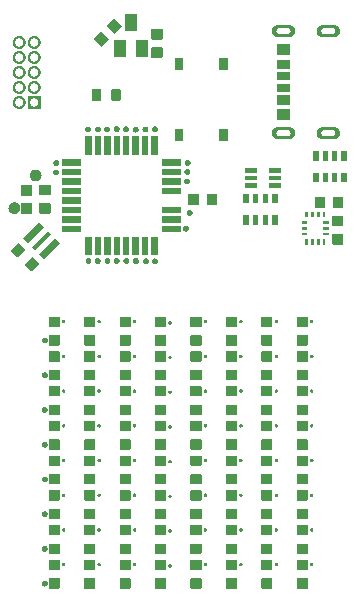
<source format=gbr>
%TF.GenerationSoftware,KiCad,Pcbnew,8.0.2*%
%TF.CreationDate,2024-08-28T15:29:28+05:30*%
%TF.ProjectId,CTF LED matrix,43544620-4c45-4442-906d-61747269782e,rev?*%
%TF.SameCoordinates,Original*%
%TF.FileFunction,Soldermask,Top*%
%TF.FilePolarity,Negative*%
%FSLAX46Y46*%
G04 Gerber Fmt 4.6, Leading zero omitted, Abs format (unit mm)*
G04 Created by KiCad (PCBNEW 8.0.2) date 2024-08-28 15:29:28*
%MOMM*%
%LPD*%
G01*
G04 APERTURE LIST*
%ADD10C,0.000000*%
G04 APERTURE END LIST*
D10*
G36*
X156064840Y-80483280D02*
G01*
X154914840Y-80483280D01*
X154914840Y-79683280D01*
X156064840Y-79683280D01*
X156064840Y-80483280D01*
G37*
G36*
X156064820Y-76263280D02*
G01*
X154914820Y-76263280D01*
X154914820Y-75363280D01*
X156064820Y-75363280D01*
X156064820Y-76263280D01*
G37*
G36*
X156031630Y-82384630D02*
G01*
X156056050Y-82387040D01*
X156080330Y-82390640D01*
X156104400Y-82395430D01*
X156128200Y-82401390D01*
X156151690Y-82408520D01*
X156174790Y-82416780D01*
X156197470Y-82426170D01*
X156219650Y-82436670D01*
X156241300Y-82448240D01*
X156262350Y-82460850D01*
X156282750Y-82474490D01*
X156302460Y-82489110D01*
X156321430Y-82504680D01*
X156339620Y-82521160D01*
X156356970Y-82538510D01*
X156373450Y-82556690D01*
X156389020Y-82575660D01*
X156403640Y-82595380D01*
X156417270Y-82615780D01*
X156429890Y-82636830D01*
X156441460Y-82658470D01*
X156451950Y-82680660D01*
X156461340Y-82703330D01*
X156469610Y-82726440D01*
X156476730Y-82749920D01*
X156482700Y-82773730D01*
X156487490Y-82797800D01*
X156491090Y-82822070D01*
X156493490Y-82846500D01*
X156494700Y-82871010D01*
X156494700Y-82895550D01*
X156493490Y-82920060D01*
X156491090Y-82944480D01*
X156487490Y-82968760D01*
X156482700Y-82992830D01*
X156476730Y-83016640D01*
X156469610Y-83040120D01*
X156461340Y-83063230D01*
X156451950Y-83085900D01*
X156441460Y-83108090D01*
X156429890Y-83129730D01*
X156417270Y-83150780D01*
X156403640Y-83171180D01*
X156389020Y-83190900D01*
X156373450Y-83209870D01*
X156356970Y-83228050D01*
X156339620Y-83245400D01*
X156321430Y-83261880D01*
X156302460Y-83277450D01*
X156282750Y-83292070D01*
X156262350Y-83305710D01*
X156241300Y-83318320D01*
X156219650Y-83329890D01*
X156197470Y-83340380D01*
X156174790Y-83349780D01*
X156151690Y-83358040D01*
X156128200Y-83365170D01*
X156104400Y-83371130D01*
X156080330Y-83375920D01*
X156056050Y-83379520D01*
X156031630Y-83381920D01*
X156007120Y-83383130D01*
X155982580Y-83383130D01*
X154982580Y-83383130D01*
X154958060Y-83381920D01*
X154933640Y-83379520D01*
X154909370Y-83375920D01*
X154885300Y-83371130D01*
X154861490Y-83365170D01*
X154838010Y-83358040D01*
X154814900Y-83349780D01*
X154792230Y-83340380D01*
X154770040Y-83329890D01*
X154748400Y-83318320D01*
X154727350Y-83305710D01*
X154706940Y-83292070D01*
X154687230Y-83277450D01*
X154668260Y-83261880D01*
X154650080Y-83245400D01*
X154632720Y-83228050D01*
X154616240Y-83209870D01*
X154600670Y-83190900D01*
X154586050Y-83171180D01*
X154572420Y-83150780D01*
X154559800Y-83129730D01*
X154548230Y-83108090D01*
X154537740Y-83085900D01*
X154528350Y-83063230D01*
X154520080Y-83040120D01*
X154512960Y-83016640D01*
X154507000Y-82992830D01*
X154502210Y-82968760D01*
X154498610Y-82944480D01*
X154496200Y-82920060D01*
X154495000Y-82895550D01*
X154495000Y-82889410D01*
X154495000Y-82877140D01*
X154894920Y-82877140D01*
X154894920Y-82889410D01*
X154895520Y-82901670D01*
X154896730Y-82913880D01*
X154898530Y-82926020D01*
X154900920Y-82938050D01*
X154903900Y-82949960D01*
X154907460Y-82961700D01*
X154911600Y-82973250D01*
X154916290Y-82984590D01*
X154921540Y-82995680D01*
X154927320Y-83006500D01*
X154933630Y-83017030D01*
X154940450Y-83027230D01*
X154947760Y-83037090D01*
X154955540Y-83046570D01*
X154963780Y-83055660D01*
X154972460Y-83064340D01*
X154981550Y-83072580D01*
X154991040Y-83080370D01*
X155000890Y-83087680D01*
X155011100Y-83094490D01*
X155021620Y-83100800D01*
X155032440Y-83106590D01*
X155043540Y-83111830D01*
X155054870Y-83116530D01*
X155066430Y-83120660D01*
X155078170Y-83124220D01*
X155090070Y-83127210D01*
X155102110Y-83129600D01*
X155114240Y-83131400D01*
X155126460Y-83132600D01*
X155138710Y-83133200D01*
X155838710Y-83133200D01*
X155850980Y-83133200D01*
X155863240Y-83132600D01*
X155875450Y-83131400D01*
X155887590Y-83129600D01*
X155899620Y-83127210D01*
X155911520Y-83124220D01*
X155923270Y-83120660D01*
X155934820Y-83116530D01*
X155946160Y-83111830D01*
X155957250Y-83106590D01*
X155968070Y-83100800D01*
X155978600Y-83094490D01*
X155988800Y-83087680D01*
X155998650Y-83080370D01*
X156008140Y-83072580D01*
X156017230Y-83064340D01*
X156025910Y-83055660D01*
X156034150Y-83046570D01*
X156041930Y-83037090D01*
X156049240Y-83027230D01*
X156056060Y-83017030D01*
X156062370Y-83006500D01*
X156068150Y-82995680D01*
X156073400Y-82984590D01*
X156078090Y-82973250D01*
X156082230Y-82961700D01*
X156085790Y-82949960D01*
X156088770Y-82938050D01*
X156091170Y-82926020D01*
X156092970Y-82913880D01*
X156094170Y-82901670D01*
X156094770Y-82889410D01*
X156094770Y-82877140D01*
X156094170Y-82864890D01*
X156092970Y-82852680D01*
X156091170Y-82840540D01*
X156088770Y-82828500D01*
X156085790Y-82816600D01*
X156082230Y-82804860D01*
X156078090Y-82793310D01*
X156073400Y-82781970D01*
X156068150Y-82770880D01*
X156062370Y-82760050D01*
X156056060Y-82749530D01*
X156049240Y-82739330D01*
X156041930Y-82729470D01*
X156034150Y-82719990D01*
X156025910Y-82710890D01*
X156017230Y-82702220D01*
X156008140Y-82693980D01*
X155998650Y-82686190D01*
X155988800Y-82678880D01*
X155978600Y-82672070D01*
X155968070Y-82665760D01*
X155957250Y-82659970D01*
X155946160Y-82654730D01*
X155934820Y-82650030D01*
X155923270Y-82645900D01*
X155911520Y-82642340D01*
X155899620Y-82639350D01*
X155887590Y-82636960D01*
X155875450Y-82635160D01*
X155863240Y-82633960D01*
X155850980Y-82633350D01*
X155138710Y-82633350D01*
X155126460Y-82633960D01*
X155114240Y-82635160D01*
X155102110Y-82636960D01*
X155090070Y-82639350D01*
X155078170Y-82642340D01*
X155066430Y-82645900D01*
X155054870Y-82650030D01*
X155043540Y-82654730D01*
X155032440Y-82659970D01*
X155021620Y-82665760D01*
X155011100Y-82672070D01*
X155000890Y-82678880D01*
X154991040Y-82686190D01*
X154981550Y-82693980D01*
X154972460Y-82702220D01*
X154963780Y-82710890D01*
X154955540Y-82719990D01*
X154947760Y-82729470D01*
X154940450Y-82739330D01*
X154933630Y-82749530D01*
X154927320Y-82760050D01*
X154921540Y-82770880D01*
X154916290Y-82781970D01*
X154911600Y-82793310D01*
X154907460Y-82804860D01*
X154903900Y-82816600D01*
X154900920Y-82828500D01*
X154898530Y-82840540D01*
X154896730Y-82852680D01*
X154895520Y-82864890D01*
X154894920Y-82877140D01*
X154495000Y-82877140D01*
X154495000Y-82871010D01*
X154496200Y-82846500D01*
X154498610Y-82822070D01*
X154502210Y-82797800D01*
X154507000Y-82773730D01*
X154512960Y-82749920D01*
X154520080Y-82726440D01*
X154528350Y-82703330D01*
X154537740Y-82680660D01*
X154548230Y-82658470D01*
X154559800Y-82636830D01*
X154572420Y-82615780D01*
X154586050Y-82595380D01*
X154600670Y-82575660D01*
X154616240Y-82556690D01*
X154632720Y-82538510D01*
X154650080Y-82521160D01*
X154668260Y-82504680D01*
X154687230Y-82489110D01*
X154706940Y-82474490D01*
X154727350Y-82460850D01*
X154748400Y-82448240D01*
X154770040Y-82436670D01*
X154792230Y-82426170D01*
X154814900Y-82416780D01*
X154838010Y-82408520D01*
X154861490Y-82401390D01*
X154885300Y-82395430D01*
X154909370Y-82390640D01*
X154933640Y-82387040D01*
X154958060Y-82384630D01*
X154982580Y-82383430D01*
X156007120Y-82383430D01*
X156031630Y-82384630D01*
G37*
G36*
X156064820Y-77443280D02*
G01*
X154914820Y-77443280D01*
X154914820Y-76643280D01*
X156064820Y-76643280D01*
X156064820Y-77443280D01*
G37*
G36*
X156064830Y-79413280D02*
G01*
X154914830Y-79413280D01*
X154914830Y-78713280D01*
X156064830Y-78713280D01*
X156064830Y-79413280D01*
G37*
G36*
X156064830Y-78413280D02*
G01*
X154914830Y-78413280D01*
X154914830Y-77713280D01*
X156064830Y-77713280D01*
X156064830Y-78413280D01*
G37*
G36*
X156064840Y-81763280D02*
G01*
X154914840Y-81763280D01*
X154914840Y-80863280D01*
X156064840Y-80863280D01*
X156064840Y-81763280D01*
G37*
G36*
X145494790Y-117627630D02*
G01*
X145499420Y-117628090D01*
X145504020Y-117628850D01*
X145508560Y-117629910D01*
X145513020Y-117631260D01*
X145517380Y-117632900D01*
X145521620Y-117634820D01*
X145525730Y-117637020D01*
X145529690Y-117639480D01*
X145533470Y-117642190D01*
X145537080Y-117645150D01*
X145540480Y-117648330D01*
X145543660Y-117651740D01*
X145546620Y-117655340D01*
X145549330Y-117659120D01*
X145551790Y-117663080D01*
X145553990Y-117667190D01*
X145555910Y-117671430D01*
X145557550Y-117675790D01*
X145558900Y-117680250D01*
X145559960Y-117684790D01*
X145560720Y-117689390D01*
X145561180Y-117694020D01*
X145561330Y-117698680D01*
X145561330Y-118431280D01*
X145561180Y-118435940D01*
X145560720Y-118440570D01*
X145559960Y-118445170D01*
X145558900Y-118449710D01*
X145557550Y-118454170D01*
X145555910Y-118458530D01*
X145553990Y-118462770D01*
X145551790Y-118466880D01*
X145549330Y-118470840D01*
X145546620Y-118474620D01*
X145543660Y-118478230D01*
X145540480Y-118481630D01*
X145537080Y-118484810D01*
X145533470Y-118487770D01*
X145529690Y-118490480D01*
X145525730Y-118492940D01*
X145521620Y-118495140D01*
X145517380Y-118497060D01*
X145513020Y-118498700D01*
X145508560Y-118500050D01*
X145504020Y-118501110D01*
X145499420Y-118501870D01*
X145494790Y-118502330D01*
X145490130Y-118502480D01*
X144682530Y-118502480D01*
X144677870Y-118502330D01*
X144673240Y-118501870D01*
X144668640Y-118501110D01*
X144664100Y-118500050D01*
X144659640Y-118498700D01*
X144655280Y-118497060D01*
X144651040Y-118495140D01*
X144646930Y-118492940D01*
X144642970Y-118490480D01*
X144639190Y-118487770D01*
X144635580Y-118484810D01*
X144632180Y-118481630D01*
X144629000Y-118478230D01*
X144626040Y-118474620D01*
X144623330Y-118470840D01*
X144620870Y-118466880D01*
X144618670Y-118462770D01*
X144616750Y-118458530D01*
X144615110Y-118454170D01*
X144613760Y-118449710D01*
X144612700Y-118445170D01*
X144611940Y-118440570D01*
X144611480Y-118435940D01*
X144611330Y-118431280D01*
X144611330Y-117698680D01*
X144611480Y-117694020D01*
X144611940Y-117689390D01*
X144612700Y-117684790D01*
X144613760Y-117680250D01*
X144615110Y-117675790D01*
X144616750Y-117671430D01*
X144618670Y-117667190D01*
X144620870Y-117663080D01*
X144623330Y-117659120D01*
X144626040Y-117655340D01*
X144629000Y-117651740D01*
X144632180Y-117648330D01*
X144635580Y-117645150D01*
X144639190Y-117642190D01*
X144642970Y-117639480D01*
X144646930Y-117637020D01*
X144651040Y-117634820D01*
X144655280Y-117632900D01*
X144659640Y-117631260D01*
X144664100Y-117629910D01*
X144668640Y-117628850D01*
X144673240Y-117628090D01*
X144677870Y-117627630D01*
X144682530Y-117627480D01*
X145490130Y-117627480D01*
X145494790Y-117627630D01*
G37*
G36*
X157494790Y-117627630D02*
G01*
X157499420Y-117628090D01*
X157504020Y-117628850D01*
X157508560Y-117629910D01*
X157513020Y-117631260D01*
X157517380Y-117632900D01*
X157521620Y-117634820D01*
X157525730Y-117637020D01*
X157529690Y-117639480D01*
X157533480Y-117642190D01*
X157537080Y-117645150D01*
X157540480Y-117648330D01*
X157543660Y-117651740D01*
X157546620Y-117655340D01*
X157549330Y-117659120D01*
X157551790Y-117663080D01*
X157553990Y-117667190D01*
X157555910Y-117671430D01*
X157557550Y-117675790D01*
X157558910Y-117680250D01*
X157559960Y-117684790D01*
X157560720Y-117689390D01*
X157561180Y-117694020D01*
X157561330Y-117698680D01*
X157561330Y-118431280D01*
X157561180Y-118435940D01*
X157560720Y-118440570D01*
X157559960Y-118445170D01*
X157558910Y-118449710D01*
X157557550Y-118454170D01*
X157555910Y-118458530D01*
X157553990Y-118462770D01*
X157551790Y-118466880D01*
X157549330Y-118470840D01*
X157546620Y-118474620D01*
X157543660Y-118478230D01*
X157540480Y-118481630D01*
X157537080Y-118484810D01*
X157533480Y-118487770D01*
X157529690Y-118490480D01*
X157525730Y-118492940D01*
X157521620Y-118495140D01*
X157517380Y-118497060D01*
X157513020Y-118498700D01*
X157508560Y-118500050D01*
X157504020Y-118501110D01*
X157499420Y-118501870D01*
X157494790Y-118502330D01*
X157490130Y-118502480D01*
X156682530Y-118502480D01*
X156677870Y-118502330D01*
X156673240Y-118501870D01*
X156668640Y-118501110D01*
X156664100Y-118500050D01*
X156659640Y-118498700D01*
X156655280Y-118497060D01*
X156651040Y-118495140D01*
X156646930Y-118492940D01*
X156642970Y-118490480D01*
X156639190Y-118487770D01*
X156635590Y-118484810D01*
X156632190Y-118481630D01*
X156629000Y-118478230D01*
X156626040Y-118474620D01*
X156623330Y-118470840D01*
X156620870Y-118466880D01*
X156618670Y-118462770D01*
X156616750Y-118458530D01*
X156615110Y-118454170D01*
X156613760Y-118449710D01*
X156612700Y-118445170D01*
X156611940Y-118440570D01*
X156611480Y-118435940D01*
X156611330Y-118431280D01*
X156611330Y-117698680D01*
X156611480Y-117694020D01*
X156611940Y-117689390D01*
X156612700Y-117684790D01*
X156613760Y-117680250D01*
X156615110Y-117675790D01*
X156616750Y-117671430D01*
X156618670Y-117667190D01*
X156620870Y-117663080D01*
X156623330Y-117659120D01*
X156626040Y-117655340D01*
X156629000Y-117651740D01*
X156632190Y-117648330D01*
X156635590Y-117645150D01*
X156639190Y-117642190D01*
X156642970Y-117639480D01*
X156646930Y-117637020D01*
X156651040Y-117634820D01*
X156655280Y-117632900D01*
X156659640Y-117631260D01*
X156664100Y-117629910D01*
X156668640Y-117628850D01*
X156673240Y-117628090D01*
X156677870Y-117627630D01*
X156682530Y-117627480D01*
X157490130Y-117627480D01*
X157494790Y-117627630D01*
G37*
G36*
X159831600Y-73744620D02*
G01*
X159856020Y-73747030D01*
X159880300Y-73750630D01*
X159904370Y-73755410D01*
X159928170Y-73761380D01*
X159951660Y-73768500D01*
X159974760Y-73776770D01*
X159997440Y-73786160D01*
X160019620Y-73796650D01*
X160041260Y-73808220D01*
X160062310Y-73820840D01*
X160082720Y-73834470D01*
X160102430Y-73849090D01*
X160121400Y-73864660D01*
X160139580Y-73881140D01*
X160156940Y-73898500D01*
X160173420Y-73916680D01*
X160188990Y-73935650D01*
X160203610Y-73955360D01*
X160217240Y-73975770D01*
X160229860Y-73996820D01*
X160241430Y-74018460D01*
X160251920Y-74040640D01*
X160261310Y-74063320D01*
X160269580Y-74086420D01*
X160276700Y-74109910D01*
X160282670Y-74133710D01*
X160287450Y-74157780D01*
X160291050Y-74182060D01*
X160293460Y-74206480D01*
X160294660Y-74230990D01*
X160294660Y-74255540D01*
X160293460Y-74280050D01*
X160291050Y-74304470D01*
X160287450Y-74328750D01*
X160282670Y-74352820D01*
X160276700Y-74376620D01*
X160269580Y-74400110D01*
X160261310Y-74423210D01*
X160251920Y-74445890D01*
X160241430Y-74468070D01*
X160229860Y-74489710D01*
X160217240Y-74510760D01*
X160203610Y-74531170D01*
X160188990Y-74550880D01*
X160173420Y-74569850D01*
X160156940Y-74588040D01*
X160139580Y-74605390D01*
X160121400Y-74621870D01*
X160102430Y-74637440D01*
X160082720Y-74652060D01*
X160062310Y-74665690D01*
X160041260Y-74678310D01*
X160019620Y-74689880D01*
X159997440Y-74700370D01*
X159974760Y-74709760D01*
X159951660Y-74718030D01*
X159928170Y-74725150D01*
X159904370Y-74731120D01*
X159880300Y-74735900D01*
X159856020Y-74739510D01*
X159831600Y-74741910D01*
X159807090Y-74743110D01*
X159782540Y-74743110D01*
X158782540Y-74743110D01*
X158758030Y-74741910D01*
X158733610Y-74739510D01*
X158709330Y-74735900D01*
X158685260Y-74731120D01*
X158661460Y-74725150D01*
X158637970Y-74718030D01*
X158614870Y-74709760D01*
X158592190Y-74700370D01*
X158570010Y-74689880D01*
X158548370Y-74678310D01*
X158527320Y-74665690D01*
X158506910Y-74652060D01*
X158487200Y-74637440D01*
X158468230Y-74621870D01*
X158450040Y-74605390D01*
X158432690Y-74588040D01*
X158416210Y-74569850D01*
X158400640Y-74550880D01*
X158386020Y-74531170D01*
X158372390Y-74510760D01*
X158359770Y-74489710D01*
X158348200Y-74468070D01*
X158337710Y-74445890D01*
X158328320Y-74423210D01*
X158320050Y-74400110D01*
X158312930Y-74376620D01*
X158306960Y-74352820D01*
X158302180Y-74328750D01*
X158298570Y-74304470D01*
X158296170Y-74280050D01*
X158294970Y-74255540D01*
X158294970Y-74249400D01*
X158294970Y-74237130D01*
X158694890Y-74237130D01*
X158694890Y-74249400D01*
X158695490Y-74261660D01*
X158696690Y-74273870D01*
X158698500Y-74286010D01*
X158700890Y-74298040D01*
X158703870Y-74309940D01*
X158707430Y-74321690D01*
X158711570Y-74333240D01*
X158716260Y-74344580D01*
X158721510Y-74355670D01*
X158727290Y-74366490D01*
X158733600Y-74377010D01*
X158740420Y-74387220D01*
X158747730Y-74397070D01*
X158755510Y-74406560D01*
X158763750Y-74415650D01*
X158772430Y-74424330D01*
X158781520Y-74432570D01*
X158791010Y-74440350D01*
X158800860Y-74447660D01*
X158811070Y-74454480D01*
X158821590Y-74460790D01*
X158832410Y-74466570D01*
X158843500Y-74471820D01*
X158854840Y-74476510D01*
X158866390Y-74480650D01*
X158878140Y-74484210D01*
X158890040Y-74487190D01*
X158902070Y-74489580D01*
X158914210Y-74491390D01*
X158926420Y-74492590D01*
X158938680Y-74493190D01*
X159638680Y-74493190D01*
X159650950Y-74493190D01*
X159663210Y-74492590D01*
X159675420Y-74491390D01*
X159687560Y-74489580D01*
X159699590Y-74487190D01*
X159711490Y-74484210D01*
X159723240Y-74480650D01*
X159734790Y-74476510D01*
X159746120Y-74471820D01*
X159757220Y-74466570D01*
X159768040Y-74460790D01*
X159778560Y-74454480D01*
X159788770Y-74447660D01*
X159798620Y-74440350D01*
X159808110Y-74432570D01*
X159817200Y-74424330D01*
X159825880Y-74415650D01*
X159834120Y-74406560D01*
X159841900Y-74397070D01*
X159849210Y-74387220D01*
X159856030Y-74377010D01*
X159862340Y-74366490D01*
X159868120Y-74355670D01*
X159873370Y-74344580D01*
X159878060Y-74333240D01*
X159882200Y-74321690D01*
X159885760Y-74309940D01*
X159888740Y-74298040D01*
X159891130Y-74286010D01*
X159892930Y-74273870D01*
X159894140Y-74261660D01*
X159894740Y-74249400D01*
X159894740Y-74237130D01*
X159894140Y-74224870D01*
X159892930Y-74212660D01*
X159891130Y-74200530D01*
X159888740Y-74188490D01*
X159885760Y-74176590D01*
X159882200Y-74164850D01*
X159878060Y-74153290D01*
X159873370Y-74141960D01*
X159868120Y-74130860D01*
X159862340Y-74120040D01*
X159856030Y-74109520D01*
X159849210Y-74099310D01*
X159841900Y-74089460D01*
X159834120Y-74079970D01*
X159825880Y-74070880D01*
X159817200Y-74062200D01*
X159808110Y-74053960D01*
X159798620Y-74046180D01*
X159788770Y-74038870D01*
X159778560Y-74032050D01*
X159768040Y-74025740D01*
X159757220Y-74019960D01*
X159746120Y-74014710D01*
X159734790Y-74010020D01*
X159723240Y-74005880D01*
X159711490Y-74002320D01*
X159699590Y-73999340D01*
X159687560Y-73996950D01*
X159675420Y-73995150D01*
X159663210Y-73993940D01*
X159650950Y-73993340D01*
X158938680Y-73993340D01*
X158926420Y-73993940D01*
X158914210Y-73995150D01*
X158902070Y-73996950D01*
X158890040Y-73999340D01*
X158878140Y-74002320D01*
X158866390Y-74005880D01*
X158854840Y-74010020D01*
X158843500Y-74014710D01*
X158832410Y-74019960D01*
X158821590Y-74025740D01*
X158811070Y-74032050D01*
X158800860Y-74038870D01*
X158791010Y-74046180D01*
X158781520Y-74053960D01*
X158772430Y-74062200D01*
X158763750Y-74070880D01*
X158755510Y-74079970D01*
X158747730Y-74089460D01*
X158740420Y-74099310D01*
X158733600Y-74109520D01*
X158727290Y-74120040D01*
X158721510Y-74130860D01*
X158716260Y-74141960D01*
X158711570Y-74153290D01*
X158707430Y-74164850D01*
X158703870Y-74176590D01*
X158700890Y-74188490D01*
X158698500Y-74200530D01*
X158696690Y-74212660D01*
X158695490Y-74224870D01*
X158694890Y-74237130D01*
X158294970Y-74237130D01*
X158294970Y-74230990D01*
X158296170Y-74206480D01*
X158298570Y-74182060D01*
X158302180Y-74157780D01*
X158306960Y-74133710D01*
X158312930Y-74109910D01*
X158320050Y-74086420D01*
X158328320Y-74063320D01*
X158337710Y-74040640D01*
X158348200Y-74018460D01*
X158359770Y-73996820D01*
X158372390Y-73975770D01*
X158386020Y-73955360D01*
X158400640Y-73935650D01*
X158416210Y-73916680D01*
X158432690Y-73898500D01*
X158450040Y-73881140D01*
X158468230Y-73864660D01*
X158487200Y-73849090D01*
X158506910Y-73834470D01*
X158527320Y-73820840D01*
X158548370Y-73808220D01*
X158570010Y-73796650D01*
X158592190Y-73786160D01*
X158614870Y-73776770D01*
X158637970Y-73768500D01*
X158661460Y-73761380D01*
X158685260Y-73755410D01*
X158709330Y-73750630D01*
X158733610Y-73747030D01*
X158758030Y-73744620D01*
X158782540Y-73743420D01*
X159807090Y-73743420D01*
X159831600Y-73744620D01*
G37*
G36*
X159831630Y-82384620D02*
G01*
X159856050Y-82387030D01*
X159880330Y-82390630D01*
X159904400Y-82395410D01*
X159928200Y-82401380D01*
X159951690Y-82408500D01*
X159974790Y-82416770D01*
X159997470Y-82426160D01*
X160019650Y-82436650D01*
X160041300Y-82448220D01*
X160062350Y-82460840D01*
X160082750Y-82474470D01*
X160102460Y-82489090D01*
X160121430Y-82504660D01*
X160139620Y-82521140D01*
X160156970Y-82538500D01*
X160173450Y-82556680D01*
X160189020Y-82575650D01*
X160203640Y-82595360D01*
X160217270Y-82615770D01*
X160229890Y-82636820D01*
X160241460Y-82658460D01*
X160251950Y-82680640D01*
X160261340Y-82703320D01*
X160269610Y-82726420D01*
X160276730Y-82749910D01*
X160282700Y-82773710D01*
X160287490Y-82797780D01*
X160291090Y-82822060D01*
X160293490Y-82846480D01*
X160294700Y-82870990D01*
X160294700Y-82895540D01*
X160293490Y-82920050D01*
X160291090Y-82944470D01*
X160287490Y-82968750D01*
X160282700Y-82992820D01*
X160276730Y-83016620D01*
X160269610Y-83040110D01*
X160261340Y-83063210D01*
X160251950Y-83085890D01*
X160241460Y-83108070D01*
X160229890Y-83129710D01*
X160217270Y-83150760D01*
X160203640Y-83171170D01*
X160189020Y-83190880D01*
X160173450Y-83209850D01*
X160156970Y-83228040D01*
X160139620Y-83245390D01*
X160121430Y-83261870D01*
X160102460Y-83277440D01*
X160082750Y-83292060D01*
X160062350Y-83305690D01*
X160041300Y-83318310D01*
X160019650Y-83329880D01*
X159997470Y-83340370D01*
X159974790Y-83349760D01*
X159951690Y-83358030D01*
X159928200Y-83365150D01*
X159904400Y-83371120D01*
X159880330Y-83375900D01*
X159856050Y-83379510D01*
X159831630Y-83381910D01*
X159807120Y-83383110D01*
X159782580Y-83383110D01*
X158782580Y-83383110D01*
X158758060Y-83381910D01*
X158733640Y-83379510D01*
X158709370Y-83375900D01*
X158685300Y-83371120D01*
X158661490Y-83365150D01*
X158638010Y-83358030D01*
X158614900Y-83349760D01*
X158592230Y-83340370D01*
X158570040Y-83329880D01*
X158548400Y-83318310D01*
X158527350Y-83305690D01*
X158506940Y-83292060D01*
X158487230Y-83277440D01*
X158468260Y-83261870D01*
X158450080Y-83245390D01*
X158432720Y-83228040D01*
X158416240Y-83209850D01*
X158400670Y-83190880D01*
X158386050Y-83171170D01*
X158372420Y-83150760D01*
X158359800Y-83129710D01*
X158348230Y-83108070D01*
X158337740Y-83085890D01*
X158328350Y-83063210D01*
X158320080Y-83040110D01*
X158312960Y-83016620D01*
X158307000Y-82992820D01*
X158302210Y-82968750D01*
X158298610Y-82944470D01*
X158296200Y-82920050D01*
X158295000Y-82895540D01*
X158295000Y-82889400D01*
X158295000Y-82877130D01*
X158694920Y-82877130D01*
X158694920Y-82889400D01*
X158695520Y-82901660D01*
X158696730Y-82913870D01*
X158698530Y-82926010D01*
X158700920Y-82938040D01*
X158703900Y-82949940D01*
X158707460Y-82961690D01*
X158711600Y-82973240D01*
X158716290Y-82984580D01*
X158721540Y-82995670D01*
X158727320Y-83006490D01*
X158733630Y-83017010D01*
X158740450Y-83027220D01*
X158747760Y-83037070D01*
X158755540Y-83046560D01*
X158763780Y-83055650D01*
X158772460Y-83064330D01*
X158781550Y-83072570D01*
X158791040Y-83080350D01*
X158800890Y-83087660D01*
X158811100Y-83094480D01*
X158821620Y-83100790D01*
X158832440Y-83106570D01*
X158843540Y-83111820D01*
X158854870Y-83116510D01*
X158866430Y-83120650D01*
X158878170Y-83124210D01*
X158890070Y-83127190D01*
X158902110Y-83129580D01*
X158914240Y-83131390D01*
X158926460Y-83132590D01*
X158938710Y-83133190D01*
X159638710Y-83133190D01*
X159650980Y-83133190D01*
X159663240Y-83132590D01*
X159675450Y-83131390D01*
X159687590Y-83129580D01*
X159699620Y-83127190D01*
X159711520Y-83124210D01*
X159723270Y-83120650D01*
X159734820Y-83116510D01*
X159746160Y-83111820D01*
X159757250Y-83106570D01*
X159768070Y-83100790D01*
X159778600Y-83094480D01*
X159788800Y-83087660D01*
X159798650Y-83080350D01*
X159808140Y-83072570D01*
X159817230Y-83064330D01*
X159825910Y-83055650D01*
X159834150Y-83046560D01*
X159841930Y-83037070D01*
X159849240Y-83027220D01*
X159856060Y-83017010D01*
X159862370Y-83006490D01*
X159868150Y-82995670D01*
X159873400Y-82984580D01*
X159878090Y-82973240D01*
X159882230Y-82961690D01*
X159885790Y-82949940D01*
X159888770Y-82938040D01*
X159891170Y-82926010D01*
X159892970Y-82913870D01*
X159894170Y-82901660D01*
X159894770Y-82889400D01*
X159894770Y-82877130D01*
X159894170Y-82864870D01*
X159892970Y-82852660D01*
X159891170Y-82840530D01*
X159888770Y-82828490D01*
X159885790Y-82816590D01*
X159882230Y-82804850D01*
X159878090Y-82793290D01*
X159873400Y-82781960D01*
X159868150Y-82770860D01*
X159862370Y-82760040D01*
X159856060Y-82749520D01*
X159849240Y-82739310D01*
X159841930Y-82729460D01*
X159834150Y-82719970D01*
X159825910Y-82710880D01*
X159817230Y-82702200D01*
X159808140Y-82693960D01*
X159798650Y-82686180D01*
X159788800Y-82678870D01*
X159778600Y-82672050D01*
X159768070Y-82665740D01*
X159757250Y-82659960D01*
X159746160Y-82654710D01*
X159734820Y-82650020D01*
X159723270Y-82645880D01*
X159711520Y-82642320D01*
X159699620Y-82639340D01*
X159687590Y-82636950D01*
X159675450Y-82635150D01*
X159663240Y-82633940D01*
X159650980Y-82633340D01*
X158938710Y-82633340D01*
X158926460Y-82633940D01*
X158914240Y-82635150D01*
X158902110Y-82636950D01*
X158890070Y-82639340D01*
X158878170Y-82642320D01*
X158866430Y-82645880D01*
X158854870Y-82650020D01*
X158843540Y-82654710D01*
X158832440Y-82659960D01*
X158821620Y-82665740D01*
X158811100Y-82672050D01*
X158800890Y-82678870D01*
X158791040Y-82686180D01*
X158781550Y-82693960D01*
X158772460Y-82702200D01*
X158763780Y-82710880D01*
X158755540Y-82719970D01*
X158747760Y-82729460D01*
X158740450Y-82739310D01*
X158733630Y-82749520D01*
X158727320Y-82760040D01*
X158721540Y-82770860D01*
X158716290Y-82781960D01*
X158711600Y-82793290D01*
X158707460Y-82804850D01*
X158703900Y-82816590D01*
X158700920Y-82828490D01*
X158698530Y-82840530D01*
X158696730Y-82852660D01*
X158695520Y-82864870D01*
X158694920Y-82877130D01*
X158295000Y-82877130D01*
X158295000Y-82870990D01*
X158296200Y-82846480D01*
X158298610Y-82822060D01*
X158302210Y-82797780D01*
X158307000Y-82773710D01*
X158312960Y-82749910D01*
X158320080Y-82726420D01*
X158328350Y-82703320D01*
X158337740Y-82680640D01*
X158348230Y-82658460D01*
X158359800Y-82636820D01*
X158372420Y-82615770D01*
X158386050Y-82595360D01*
X158400670Y-82575650D01*
X158416240Y-82556680D01*
X158432720Y-82538500D01*
X158450080Y-82521140D01*
X158468260Y-82504660D01*
X158487230Y-82489090D01*
X158506940Y-82474470D01*
X158527350Y-82460840D01*
X158548400Y-82448220D01*
X158570040Y-82436650D01*
X158592230Y-82426160D01*
X158614900Y-82416770D01*
X158638010Y-82408500D01*
X158661490Y-82401380D01*
X158685300Y-82395410D01*
X158709370Y-82390630D01*
X158733640Y-82387030D01*
X158758060Y-82384620D01*
X158782580Y-82383420D01*
X159807120Y-82383420D01*
X159831630Y-82384620D01*
G37*
G36*
X142494790Y-117627630D02*
G01*
X142499420Y-117628090D01*
X142504020Y-117628850D01*
X142508560Y-117629910D01*
X142513020Y-117631260D01*
X142517380Y-117632900D01*
X142521620Y-117634820D01*
X142525730Y-117637020D01*
X142529690Y-117639480D01*
X142533470Y-117642190D01*
X142537080Y-117645150D01*
X142540480Y-117648330D01*
X142543660Y-117651740D01*
X142546620Y-117655340D01*
X142549330Y-117659120D01*
X142551790Y-117663080D01*
X142553990Y-117667190D01*
X142555910Y-117671430D01*
X142557550Y-117675790D01*
X142558900Y-117680250D01*
X142559960Y-117684790D01*
X142560720Y-117689390D01*
X142561180Y-117694020D01*
X142561330Y-117698680D01*
X142561330Y-118431280D01*
X142561180Y-118435940D01*
X142560720Y-118440570D01*
X142559960Y-118445170D01*
X142558900Y-118449710D01*
X142557550Y-118454170D01*
X142555910Y-118458530D01*
X142553990Y-118462770D01*
X142551790Y-118466880D01*
X142549330Y-118470840D01*
X142546620Y-118474620D01*
X142543660Y-118478230D01*
X142540480Y-118481630D01*
X142537080Y-118484810D01*
X142533470Y-118487770D01*
X142529690Y-118490480D01*
X142525730Y-118492940D01*
X142521620Y-118495140D01*
X142517380Y-118497060D01*
X142513020Y-118498700D01*
X142508560Y-118500050D01*
X142504020Y-118501110D01*
X142499420Y-118501870D01*
X142494790Y-118502330D01*
X142490130Y-118502480D01*
X141682530Y-118502480D01*
X141677870Y-118502330D01*
X141673240Y-118501870D01*
X141668640Y-118501110D01*
X141664100Y-118500050D01*
X141659640Y-118498700D01*
X141655280Y-118497060D01*
X141651040Y-118495140D01*
X141646930Y-118492940D01*
X141642970Y-118490480D01*
X141639190Y-118487770D01*
X141635580Y-118484810D01*
X141632180Y-118481630D01*
X141629000Y-118478230D01*
X141626040Y-118474620D01*
X141623330Y-118470840D01*
X141620870Y-118466880D01*
X141618670Y-118462770D01*
X141616750Y-118458530D01*
X141615110Y-118454170D01*
X141613760Y-118449710D01*
X141612700Y-118445170D01*
X141611940Y-118440570D01*
X141611480Y-118435940D01*
X141611330Y-118431280D01*
X141611330Y-117698680D01*
X141611480Y-117694020D01*
X141611940Y-117689390D01*
X141612700Y-117684790D01*
X141613760Y-117680250D01*
X141615110Y-117675790D01*
X141616750Y-117671430D01*
X141618670Y-117667190D01*
X141620870Y-117663080D01*
X141623330Y-117659120D01*
X141626040Y-117655340D01*
X141629000Y-117651740D01*
X141632180Y-117648330D01*
X141635580Y-117645150D01*
X141639190Y-117642190D01*
X141642970Y-117639480D01*
X141646930Y-117637020D01*
X141651040Y-117634820D01*
X141655280Y-117632900D01*
X141659640Y-117631260D01*
X141664100Y-117629910D01*
X141668640Y-117628850D01*
X141673240Y-117628090D01*
X141677870Y-117627630D01*
X141682530Y-117627480D01*
X142490130Y-117627480D01*
X142494790Y-117627630D01*
G37*
G36*
X142494790Y-116052630D02*
G01*
X142499420Y-116053090D01*
X142504020Y-116053850D01*
X142508560Y-116054910D01*
X142513020Y-116056260D01*
X142517380Y-116057900D01*
X142521620Y-116059820D01*
X142525730Y-116062020D01*
X142529690Y-116064480D01*
X142533470Y-116067190D01*
X142537070Y-116070150D01*
X142540470Y-116073330D01*
X142543660Y-116076740D01*
X142546620Y-116080340D01*
X142549330Y-116084120D01*
X142551790Y-116088080D01*
X142553990Y-116092190D01*
X142555910Y-116096430D01*
X142557550Y-116100790D01*
X142558900Y-116105250D01*
X142559960Y-116109790D01*
X142560720Y-116114390D01*
X142561180Y-116119020D01*
X142561330Y-116123680D01*
X142561330Y-116856280D01*
X142561180Y-116860940D01*
X142560720Y-116865570D01*
X142559960Y-116870170D01*
X142558900Y-116874710D01*
X142557550Y-116879170D01*
X142555910Y-116883530D01*
X142553990Y-116887770D01*
X142551790Y-116891880D01*
X142549330Y-116895840D01*
X142546620Y-116899620D01*
X142543660Y-116903230D01*
X142540470Y-116906630D01*
X142537070Y-116909810D01*
X142533470Y-116912770D01*
X142529690Y-116915480D01*
X142525730Y-116917940D01*
X142521620Y-116920140D01*
X142517380Y-116922060D01*
X142513020Y-116923700D01*
X142508560Y-116925050D01*
X142504020Y-116926110D01*
X142499420Y-116926870D01*
X142494790Y-116927330D01*
X142490130Y-116927480D01*
X141682530Y-116927480D01*
X141677870Y-116927330D01*
X141673240Y-116926870D01*
X141668640Y-116926110D01*
X141664100Y-116925050D01*
X141659640Y-116923700D01*
X141655280Y-116922060D01*
X141651040Y-116920140D01*
X141646930Y-116917940D01*
X141642970Y-116915480D01*
X141639180Y-116912770D01*
X141635580Y-116909810D01*
X141632180Y-116906630D01*
X141629000Y-116903230D01*
X141626040Y-116899620D01*
X141623330Y-116895840D01*
X141620870Y-116891880D01*
X141618670Y-116887770D01*
X141616750Y-116883530D01*
X141615110Y-116879170D01*
X141613750Y-116874710D01*
X141612700Y-116870170D01*
X141611940Y-116865570D01*
X141611480Y-116860940D01*
X141611330Y-116856280D01*
X141611330Y-116123680D01*
X141611480Y-116119020D01*
X141611940Y-116114390D01*
X141612700Y-116109790D01*
X141613750Y-116105250D01*
X141615110Y-116100790D01*
X141616750Y-116096430D01*
X141618670Y-116092190D01*
X141620870Y-116088080D01*
X141623330Y-116084120D01*
X141626040Y-116080340D01*
X141629000Y-116076740D01*
X141632180Y-116073330D01*
X141635580Y-116070150D01*
X141639180Y-116067190D01*
X141642970Y-116064480D01*
X141646930Y-116062020D01*
X141651040Y-116059820D01*
X141655280Y-116057900D01*
X141659640Y-116056260D01*
X141664100Y-116054910D01*
X141668640Y-116053850D01*
X141673240Y-116053090D01*
X141677870Y-116052630D01*
X141682530Y-116052480D01*
X142490130Y-116052480D01*
X142494790Y-116052630D01*
G37*
G36*
X157494790Y-116052630D02*
G01*
X157499420Y-116053090D01*
X157504020Y-116053850D01*
X157508560Y-116054910D01*
X157513020Y-116056260D01*
X157517380Y-116057900D01*
X157521620Y-116059820D01*
X157525730Y-116062020D01*
X157529690Y-116064480D01*
X157533470Y-116067190D01*
X157537080Y-116070150D01*
X157540480Y-116073330D01*
X157543660Y-116076740D01*
X157546620Y-116080340D01*
X157549330Y-116084120D01*
X157551790Y-116088080D01*
X157553990Y-116092190D01*
X157555910Y-116096430D01*
X157557550Y-116100790D01*
X157558900Y-116105250D01*
X157559960Y-116109790D01*
X157560720Y-116114390D01*
X157561180Y-116119020D01*
X157561330Y-116123680D01*
X157561330Y-116856280D01*
X157561180Y-116860940D01*
X157560720Y-116865570D01*
X157559960Y-116870170D01*
X157558900Y-116874710D01*
X157557550Y-116879170D01*
X157555910Y-116883530D01*
X157553990Y-116887770D01*
X157551790Y-116891880D01*
X157549330Y-116895840D01*
X157546620Y-116899620D01*
X157543660Y-116903230D01*
X157540480Y-116906630D01*
X157537080Y-116909810D01*
X157533470Y-116912770D01*
X157529690Y-116915480D01*
X157525730Y-116917940D01*
X157521620Y-116920140D01*
X157517380Y-116922060D01*
X157513020Y-116923700D01*
X157508560Y-116925050D01*
X157504020Y-116926110D01*
X157499420Y-116926870D01*
X157494790Y-116927330D01*
X157490130Y-116927480D01*
X156682530Y-116927480D01*
X156677870Y-116927330D01*
X156673240Y-116926870D01*
X156668640Y-116926110D01*
X156664100Y-116925050D01*
X156659640Y-116923700D01*
X156655280Y-116922060D01*
X156651040Y-116920140D01*
X156646930Y-116917940D01*
X156642970Y-116915480D01*
X156639190Y-116912770D01*
X156635580Y-116909810D01*
X156632180Y-116906630D01*
X156629000Y-116903230D01*
X156626040Y-116899620D01*
X156623330Y-116895840D01*
X156620870Y-116891880D01*
X156618670Y-116887770D01*
X156616750Y-116883530D01*
X156615110Y-116879170D01*
X156613760Y-116874710D01*
X156612700Y-116870170D01*
X156611940Y-116865570D01*
X156611480Y-116860940D01*
X156611330Y-116856280D01*
X156611330Y-116123680D01*
X156611480Y-116119020D01*
X156611940Y-116114390D01*
X156612700Y-116109790D01*
X156613760Y-116105250D01*
X156615110Y-116100790D01*
X156616750Y-116096430D01*
X156618670Y-116092190D01*
X156620870Y-116088080D01*
X156623330Y-116084120D01*
X156626040Y-116080340D01*
X156629000Y-116076740D01*
X156632180Y-116073330D01*
X156635580Y-116070150D01*
X156639190Y-116067190D01*
X156642970Y-116064480D01*
X156646930Y-116062020D01*
X156651040Y-116059820D01*
X156655280Y-116057900D01*
X156659640Y-116056260D01*
X156664100Y-116054910D01*
X156668640Y-116053850D01*
X156673240Y-116053090D01*
X156677870Y-116052630D01*
X156682530Y-116052480D01*
X157490130Y-116052480D01*
X157494790Y-116052630D01*
G37*
G36*
X154494790Y-117627630D02*
G01*
X154499420Y-117628090D01*
X154504020Y-117628850D01*
X154508560Y-117629910D01*
X154513020Y-117631260D01*
X154517380Y-117632900D01*
X154521620Y-117634820D01*
X154525730Y-117637020D01*
X154529690Y-117639480D01*
X154533480Y-117642190D01*
X154537080Y-117645150D01*
X154540480Y-117648330D01*
X154543660Y-117651740D01*
X154546620Y-117655340D01*
X154549330Y-117659120D01*
X154551790Y-117663080D01*
X154553990Y-117667190D01*
X154555910Y-117671430D01*
X154557550Y-117675790D01*
X154558910Y-117680250D01*
X154559960Y-117684790D01*
X154560720Y-117689390D01*
X154561180Y-117694020D01*
X154561330Y-117698680D01*
X154561330Y-118431280D01*
X154561180Y-118435940D01*
X154560720Y-118440570D01*
X154559960Y-118445170D01*
X154558910Y-118449710D01*
X154557550Y-118454170D01*
X154555910Y-118458530D01*
X154553990Y-118462770D01*
X154551790Y-118466880D01*
X154549330Y-118470840D01*
X154546620Y-118474620D01*
X154543660Y-118478230D01*
X154540480Y-118481630D01*
X154537080Y-118484810D01*
X154533480Y-118487770D01*
X154529690Y-118490480D01*
X154525730Y-118492940D01*
X154521620Y-118495140D01*
X154517380Y-118497060D01*
X154513020Y-118498700D01*
X154508560Y-118500050D01*
X154504020Y-118501110D01*
X154499420Y-118501870D01*
X154494790Y-118502330D01*
X154490130Y-118502480D01*
X153682530Y-118502480D01*
X153677870Y-118502330D01*
X153673240Y-118501870D01*
X153668640Y-118501110D01*
X153664100Y-118500050D01*
X153659640Y-118498700D01*
X153655280Y-118497060D01*
X153651040Y-118495140D01*
X153646930Y-118492940D01*
X153642970Y-118490480D01*
X153639190Y-118487770D01*
X153635590Y-118484810D01*
X153632190Y-118481630D01*
X153629000Y-118478230D01*
X153626040Y-118474620D01*
X153623330Y-118470840D01*
X153620870Y-118466880D01*
X153618670Y-118462770D01*
X153616750Y-118458530D01*
X153615110Y-118454170D01*
X153613760Y-118449710D01*
X153612700Y-118445170D01*
X153611940Y-118440570D01*
X153611480Y-118435940D01*
X153611330Y-118431280D01*
X153611330Y-117698680D01*
X153611480Y-117694020D01*
X153611940Y-117689390D01*
X153612700Y-117684790D01*
X153613760Y-117680250D01*
X153615110Y-117675790D01*
X153616750Y-117671430D01*
X153618670Y-117667190D01*
X153620870Y-117663080D01*
X153623330Y-117659120D01*
X153626040Y-117655340D01*
X153629000Y-117651740D01*
X153632190Y-117648330D01*
X153635590Y-117645150D01*
X153639190Y-117642190D01*
X153642970Y-117639480D01*
X153646930Y-117637020D01*
X153651040Y-117634820D01*
X153655280Y-117632900D01*
X153659640Y-117631260D01*
X153664100Y-117629910D01*
X153668640Y-117628850D01*
X153673240Y-117628090D01*
X153677870Y-117627630D01*
X153682530Y-117627480D01*
X154490130Y-117627480D01*
X154494790Y-117627630D01*
G37*
G36*
X157897370Y-116327890D02*
G01*
X157904690Y-116328610D01*
X157911970Y-116329690D01*
X157919200Y-116331130D01*
X157926340Y-116332910D01*
X157933380Y-116335050D01*
X157940310Y-116337530D01*
X157947120Y-116340350D01*
X157953770Y-116343500D01*
X157960270Y-116346970D01*
X157966580Y-116350750D01*
X157972700Y-116354840D01*
X157978620Y-116359230D01*
X157984310Y-116363900D01*
X157989760Y-116368840D01*
X157994970Y-116374050D01*
X157999910Y-116379500D01*
X158004580Y-116385200D01*
X158008970Y-116391110D01*
X158013060Y-116397230D01*
X158016840Y-116403550D01*
X158020310Y-116410040D01*
X158023460Y-116416690D01*
X158026280Y-116423500D01*
X158028760Y-116430430D01*
X158030900Y-116437470D01*
X158032690Y-116444620D01*
X158034120Y-116451840D01*
X158035200Y-116459120D01*
X158035920Y-116466450D01*
X158036290Y-116473800D01*
X158036290Y-116481160D01*
X158035920Y-116488520D01*
X158035200Y-116495840D01*
X158034120Y-116503120D01*
X158032690Y-116510350D01*
X158030900Y-116517490D01*
X158028760Y-116524530D01*
X158026280Y-116531460D01*
X158023460Y-116538270D01*
X158020310Y-116544920D01*
X158016840Y-116551420D01*
X158013060Y-116557730D01*
X158008970Y-116563850D01*
X158004580Y-116569770D01*
X157999910Y-116575460D01*
X157994970Y-116580910D01*
X157989760Y-116586120D01*
X157984310Y-116591060D01*
X157978620Y-116595730D01*
X157972700Y-116600120D01*
X157966580Y-116604210D01*
X157960270Y-116607990D01*
X157953770Y-116611460D01*
X157947120Y-116614610D01*
X157940310Y-116617430D01*
X157933380Y-116619910D01*
X157926340Y-116622050D01*
X157919200Y-116623840D01*
X157911970Y-116625270D01*
X157904690Y-116626350D01*
X157897370Y-116627070D01*
X157890010Y-116627440D01*
X157882650Y-116627440D01*
X157875300Y-116627070D01*
X157867970Y-116626350D01*
X157860690Y-116625270D01*
X157853470Y-116623840D01*
X157846320Y-116622050D01*
X157839280Y-116619910D01*
X157832350Y-116617430D01*
X157825540Y-116614610D01*
X157818890Y-116611460D01*
X157812400Y-116607990D01*
X157806080Y-116604210D01*
X157799960Y-116600120D01*
X157794050Y-116595730D01*
X157788350Y-116591060D01*
X157782900Y-116586120D01*
X157777690Y-116580910D01*
X157772750Y-116575460D01*
X157768080Y-116569770D01*
X157763690Y-116563850D01*
X157759600Y-116557730D01*
X157755820Y-116551420D01*
X157752350Y-116544920D01*
X157749200Y-116538270D01*
X157746380Y-116531460D01*
X157743900Y-116524530D01*
X157741760Y-116517490D01*
X157739980Y-116510350D01*
X157738540Y-116503120D01*
X157737460Y-116495840D01*
X157736740Y-116488520D01*
X157736380Y-116481160D01*
X157736380Y-116473800D01*
X157736740Y-116466450D01*
X157737460Y-116459120D01*
X157738540Y-116451840D01*
X157739980Y-116444620D01*
X157741760Y-116437470D01*
X157743900Y-116430430D01*
X157746380Y-116423500D01*
X157749200Y-116416690D01*
X157752350Y-116410040D01*
X157755820Y-116403550D01*
X157759600Y-116397230D01*
X157763690Y-116391110D01*
X157768080Y-116385200D01*
X157772750Y-116379500D01*
X157777690Y-116374050D01*
X157782900Y-116368840D01*
X157788350Y-116363900D01*
X157794050Y-116359230D01*
X157799960Y-116354840D01*
X157806080Y-116350750D01*
X157812400Y-116346970D01*
X157818890Y-116343500D01*
X157825540Y-116340350D01*
X157832350Y-116337530D01*
X157839280Y-116335050D01*
X157846320Y-116332910D01*
X157853470Y-116331130D01*
X157860690Y-116329690D01*
X157867970Y-116328610D01*
X157875300Y-116327890D01*
X157882650Y-116327530D01*
X157890010Y-116327530D01*
X157897370Y-116327890D01*
G37*
G36*
X151494790Y-116052630D02*
G01*
X151499420Y-116053090D01*
X151504020Y-116053850D01*
X151508560Y-116054910D01*
X151513020Y-116056260D01*
X151517380Y-116057900D01*
X151521620Y-116059820D01*
X151525730Y-116062020D01*
X151529690Y-116064480D01*
X151533470Y-116067190D01*
X151537080Y-116070150D01*
X151540480Y-116073330D01*
X151543660Y-116076740D01*
X151546620Y-116080340D01*
X151549330Y-116084120D01*
X151551790Y-116088080D01*
X151553990Y-116092190D01*
X151555910Y-116096430D01*
X151557550Y-116100790D01*
X151558900Y-116105250D01*
X151559960Y-116109790D01*
X151560720Y-116114390D01*
X151561180Y-116119020D01*
X151561330Y-116123680D01*
X151561330Y-116856280D01*
X151561180Y-116860940D01*
X151560720Y-116865570D01*
X151559960Y-116870170D01*
X151558900Y-116874710D01*
X151557550Y-116879170D01*
X151555910Y-116883530D01*
X151553990Y-116887770D01*
X151551790Y-116891880D01*
X151549330Y-116895840D01*
X151546620Y-116899620D01*
X151543660Y-116903230D01*
X151540480Y-116906630D01*
X151537080Y-116909810D01*
X151533470Y-116912770D01*
X151529690Y-116915480D01*
X151525730Y-116917940D01*
X151521620Y-116920140D01*
X151517380Y-116922060D01*
X151513020Y-116923700D01*
X151508560Y-116925050D01*
X151504020Y-116926110D01*
X151499420Y-116926870D01*
X151494790Y-116927330D01*
X151490130Y-116927480D01*
X150682530Y-116927480D01*
X150677870Y-116927330D01*
X150673240Y-116926870D01*
X150668640Y-116926110D01*
X150664100Y-116925050D01*
X150659640Y-116923700D01*
X150655280Y-116922060D01*
X150651040Y-116920140D01*
X150646930Y-116917940D01*
X150642970Y-116915480D01*
X150639190Y-116912770D01*
X150635580Y-116909810D01*
X150632180Y-116906630D01*
X150629000Y-116903230D01*
X150626040Y-116899620D01*
X150623330Y-116895840D01*
X150620870Y-116891880D01*
X150618670Y-116887770D01*
X150616750Y-116883530D01*
X150615110Y-116879170D01*
X150613760Y-116874710D01*
X150612700Y-116870170D01*
X150611940Y-116865570D01*
X150611480Y-116860940D01*
X150611330Y-116856280D01*
X150611330Y-116123680D01*
X150611480Y-116119020D01*
X150611940Y-116114390D01*
X150612700Y-116109790D01*
X150613760Y-116105250D01*
X150615110Y-116100790D01*
X150616750Y-116096430D01*
X150618670Y-116092190D01*
X150620870Y-116088080D01*
X150623330Y-116084120D01*
X150626040Y-116080340D01*
X150629000Y-116076740D01*
X150632180Y-116073330D01*
X150635580Y-116070150D01*
X150639190Y-116067190D01*
X150642970Y-116064480D01*
X150646930Y-116062020D01*
X150651040Y-116059820D01*
X150655280Y-116057900D01*
X150659640Y-116056260D01*
X150664100Y-116054910D01*
X150668640Y-116053850D01*
X150673240Y-116053090D01*
X150677870Y-116052630D01*
X150682530Y-116052480D01*
X151490130Y-116052480D01*
X151494790Y-116052630D01*
G37*
G36*
X153349730Y-90624380D02*
G01*
X152949730Y-90624380D01*
X152949730Y-89824380D01*
X153349730Y-89824380D01*
X153349730Y-90624380D01*
G37*
G36*
X133163180Y-75920070D02*
G01*
X133190040Y-75922720D01*
X133216740Y-75926680D01*
X133243220Y-75931950D01*
X133269410Y-75938510D01*
X133295240Y-75946340D01*
X133320660Y-75955440D01*
X133345600Y-75965770D01*
X133370000Y-75977310D01*
X133393810Y-75990040D01*
X133416960Y-76003910D01*
X133439410Y-76018910D01*
X133461090Y-76034990D01*
X133481960Y-76052120D01*
X133501960Y-76070250D01*
X133521050Y-76089340D01*
X133539180Y-76109340D01*
X133556310Y-76130210D01*
X133572390Y-76151890D01*
X133587380Y-76174340D01*
X133601260Y-76197490D01*
X133613990Y-76221300D01*
X133625530Y-76245700D01*
X133635860Y-76270640D01*
X133644960Y-76296060D01*
X133652790Y-76321890D01*
X133659350Y-76348080D01*
X133664620Y-76374560D01*
X133668580Y-76401260D01*
X133671230Y-76428120D01*
X133672550Y-76455090D01*
X133672550Y-76482080D01*
X133671230Y-76509040D01*
X133668580Y-76535910D01*
X133664620Y-76562610D01*
X133659350Y-76589090D01*
X133652790Y-76615280D01*
X133644960Y-76641110D01*
X133635860Y-76666530D01*
X133625530Y-76691470D01*
X133613990Y-76715870D01*
X133601260Y-76739680D01*
X133587380Y-76762830D01*
X133572390Y-76785280D01*
X133556310Y-76806960D01*
X133539180Y-76827830D01*
X133521050Y-76847830D01*
X133501960Y-76866920D01*
X133481960Y-76885050D01*
X133461090Y-76902170D01*
X133439410Y-76918260D01*
X133416960Y-76933250D01*
X133393810Y-76947130D01*
X133370000Y-76959860D01*
X133345600Y-76971400D01*
X133320660Y-76981730D01*
X133295240Y-76990820D01*
X133269410Y-76998660D01*
X133243220Y-77005220D01*
X133216740Y-77010490D01*
X133190040Y-77014450D01*
X133163180Y-77017090D01*
X133136210Y-77018420D01*
X133109220Y-77018420D01*
X133082250Y-77017090D01*
X133055390Y-77014450D01*
X133028690Y-77010490D01*
X133002210Y-77005220D01*
X132976020Y-76998660D01*
X132950190Y-76990820D01*
X132924770Y-76981730D01*
X132899830Y-76971400D01*
X132875430Y-76959860D01*
X132851620Y-76947130D01*
X132828470Y-76933250D01*
X132806020Y-76918260D01*
X132784340Y-76902170D01*
X132763470Y-76885050D01*
X132743470Y-76866920D01*
X132724380Y-76847830D01*
X132706250Y-76827830D01*
X132689120Y-76806960D01*
X132673040Y-76785280D01*
X132658050Y-76762830D01*
X132644170Y-76739680D01*
X132631440Y-76715870D01*
X132619900Y-76691470D01*
X132609570Y-76666530D01*
X132600480Y-76641110D01*
X132592640Y-76615280D01*
X132586080Y-76589090D01*
X132580810Y-76562610D01*
X132576850Y-76535910D01*
X132574210Y-76509040D01*
X132572880Y-76482080D01*
X132572880Y-76477170D01*
X132572880Y-76459990D01*
X132772820Y-76459990D01*
X132772820Y-76477170D01*
X132773660Y-76494330D01*
X132775350Y-76511430D01*
X132777870Y-76528420D01*
X132781220Y-76545270D01*
X132785390Y-76561930D01*
X132790380Y-76578370D01*
X132796170Y-76594550D01*
X132802740Y-76610420D01*
X132810090Y-76625950D01*
X132818190Y-76641100D01*
X132827020Y-76655830D01*
X132836560Y-76670120D01*
X132846790Y-76683920D01*
X132857690Y-76697190D01*
X132869230Y-76709920D01*
X132881380Y-76722070D01*
X132894110Y-76733610D01*
X132907380Y-76744510D01*
X132921180Y-76754740D01*
X132935470Y-76764280D01*
X132950200Y-76773110D01*
X132965350Y-76781210D01*
X132980880Y-76788560D01*
X132996750Y-76795130D01*
X133012930Y-76800920D01*
X133029370Y-76805910D01*
X133046030Y-76810080D01*
X133062880Y-76813430D01*
X133079870Y-76815950D01*
X133096970Y-76817640D01*
X133114130Y-76818480D01*
X133131300Y-76818480D01*
X133148460Y-76817640D01*
X133165560Y-76815950D01*
X133182550Y-76813430D01*
X133199400Y-76810080D01*
X133216060Y-76805910D01*
X133232500Y-76800920D01*
X133248680Y-76795130D01*
X133264550Y-76788560D01*
X133280080Y-76781210D01*
X133295230Y-76773110D01*
X133309960Y-76764280D01*
X133324250Y-76754740D01*
X133338050Y-76744510D01*
X133351330Y-76733610D01*
X133364050Y-76722070D01*
X133376200Y-76709920D01*
X133387740Y-76697190D01*
X133398640Y-76683920D01*
X133408870Y-76670120D01*
X133418410Y-76655830D01*
X133427250Y-76641100D01*
X133435340Y-76625950D01*
X133442690Y-76610420D01*
X133449260Y-76594550D01*
X133455050Y-76578370D01*
X133460040Y-76561930D01*
X133464210Y-76545270D01*
X133467560Y-76528420D01*
X133470080Y-76511430D01*
X133471770Y-76494330D01*
X133472610Y-76477170D01*
X133472610Y-76459990D01*
X133471770Y-76442840D01*
X133470080Y-76425740D01*
X133467560Y-76408750D01*
X133464210Y-76391900D01*
X133460040Y-76375230D01*
X133455050Y-76358800D01*
X133449260Y-76342620D01*
X133442690Y-76326750D01*
X133435340Y-76311220D01*
X133427250Y-76296070D01*
X133418410Y-76281330D01*
X133408870Y-76267050D01*
X133398640Y-76253250D01*
X133387740Y-76239970D01*
X133376200Y-76227240D01*
X133364050Y-76215100D01*
X133351330Y-76203560D01*
X133338050Y-76192660D01*
X133324250Y-76182430D01*
X133309960Y-76172890D01*
X133295230Y-76164050D01*
X133280080Y-76155960D01*
X133264550Y-76148610D01*
X133248680Y-76142040D01*
X133232500Y-76136250D01*
X133216060Y-76131260D01*
X133199400Y-76127090D01*
X133182550Y-76123740D01*
X133165560Y-76121220D01*
X133148460Y-76119530D01*
X133131300Y-76118690D01*
X133114130Y-76118690D01*
X133096970Y-76119530D01*
X133079870Y-76121220D01*
X133062880Y-76123740D01*
X133046030Y-76127090D01*
X133029370Y-76131260D01*
X133012930Y-76136250D01*
X132996750Y-76142040D01*
X132980880Y-76148610D01*
X132965350Y-76155960D01*
X132950200Y-76164050D01*
X132935470Y-76172890D01*
X132921180Y-76182430D01*
X132907380Y-76192660D01*
X132894110Y-76203560D01*
X132881380Y-76215100D01*
X132869230Y-76227240D01*
X132857690Y-76239970D01*
X132846790Y-76253250D01*
X132836560Y-76267050D01*
X132827020Y-76281330D01*
X132818190Y-76296070D01*
X132810090Y-76311220D01*
X132802740Y-76326750D01*
X132796170Y-76342620D01*
X132790380Y-76358800D01*
X132785390Y-76375230D01*
X132781220Y-76391900D01*
X132777870Y-76408750D01*
X132775350Y-76425740D01*
X132773660Y-76442840D01*
X132772820Y-76459990D01*
X132572880Y-76459990D01*
X132572880Y-76455090D01*
X132574210Y-76428120D01*
X132576850Y-76401260D01*
X132580810Y-76374560D01*
X132586080Y-76348080D01*
X132592640Y-76321890D01*
X132600480Y-76296060D01*
X132609570Y-76270640D01*
X132619900Y-76245700D01*
X132631440Y-76221300D01*
X132644170Y-76197490D01*
X132658050Y-76174340D01*
X132673040Y-76151890D01*
X132689120Y-76130210D01*
X132706250Y-76109340D01*
X132724380Y-76089340D01*
X132743470Y-76070250D01*
X132763470Y-76052120D01*
X132784340Y-76034990D01*
X132806020Y-76018910D01*
X132828470Y-76003910D01*
X132851620Y-75990040D01*
X132875430Y-75977310D01*
X132899830Y-75965770D01*
X132924770Y-75955440D01*
X132950190Y-75946340D01*
X132976020Y-75938510D01*
X133002210Y-75931950D01*
X133028690Y-75926680D01*
X133055390Y-75922720D01*
X133082250Y-75920070D01*
X133109220Y-75918750D01*
X133136210Y-75918750D01*
X133163180Y-75920070D01*
G37*
G36*
X142494790Y-107232130D02*
G01*
X142499420Y-107232590D01*
X142504020Y-107233350D01*
X142508560Y-107234410D01*
X142513020Y-107235760D01*
X142517380Y-107237400D01*
X142521620Y-107239320D01*
X142525730Y-107241520D01*
X142529690Y-107243980D01*
X142533470Y-107246690D01*
X142537070Y-107249650D01*
X142540470Y-107252830D01*
X142543660Y-107256240D01*
X142546620Y-107259840D01*
X142549330Y-107263620D01*
X142551790Y-107267580D01*
X142553990Y-107271690D01*
X142555910Y-107275930D01*
X142557550Y-107280290D01*
X142558900Y-107284750D01*
X142559960Y-107289290D01*
X142560720Y-107293890D01*
X142561180Y-107298520D01*
X142561330Y-107303180D01*
X142561330Y-108035780D01*
X142561180Y-108040440D01*
X142560720Y-108045070D01*
X142559960Y-108049670D01*
X142558900Y-108054210D01*
X142557550Y-108058670D01*
X142555910Y-108063030D01*
X142553990Y-108067270D01*
X142551790Y-108071380D01*
X142549330Y-108075340D01*
X142546620Y-108079120D01*
X142543660Y-108082730D01*
X142540470Y-108086130D01*
X142537070Y-108089310D01*
X142533470Y-108092270D01*
X142529690Y-108094980D01*
X142525730Y-108097440D01*
X142521620Y-108099640D01*
X142517380Y-108101560D01*
X142513020Y-108103200D01*
X142508560Y-108104550D01*
X142504020Y-108105610D01*
X142499420Y-108106370D01*
X142494790Y-108106830D01*
X142490130Y-108106980D01*
X141682530Y-108106980D01*
X141677870Y-108106830D01*
X141673240Y-108106370D01*
X141668640Y-108105610D01*
X141664100Y-108104550D01*
X141659640Y-108103200D01*
X141655280Y-108101560D01*
X141651040Y-108099640D01*
X141646930Y-108097440D01*
X141642970Y-108094980D01*
X141639180Y-108092270D01*
X141635580Y-108089310D01*
X141632180Y-108086130D01*
X141629000Y-108082730D01*
X141626040Y-108079120D01*
X141623330Y-108075340D01*
X141620870Y-108071380D01*
X141618670Y-108067270D01*
X141616750Y-108063030D01*
X141615110Y-108058670D01*
X141613750Y-108054210D01*
X141612700Y-108049670D01*
X141611940Y-108045070D01*
X141611480Y-108040440D01*
X141611330Y-108035780D01*
X141611330Y-107303180D01*
X141611480Y-107298520D01*
X141611940Y-107293890D01*
X141612700Y-107289290D01*
X141613750Y-107284750D01*
X141615110Y-107280290D01*
X141616750Y-107275930D01*
X141618670Y-107271690D01*
X141620870Y-107267580D01*
X141623330Y-107263620D01*
X141626040Y-107259840D01*
X141629000Y-107256240D01*
X141632180Y-107252830D01*
X141635580Y-107249650D01*
X141639180Y-107246690D01*
X141642970Y-107243980D01*
X141646930Y-107241520D01*
X141651040Y-107239320D01*
X141655280Y-107237400D01*
X141659640Y-107235760D01*
X141664100Y-107234410D01*
X141668640Y-107233350D01*
X141673240Y-107232590D01*
X141677870Y-107232130D01*
X141682530Y-107231980D01*
X142490130Y-107231980D01*
X142494790Y-107232130D01*
G37*
G36*
X139494790Y-116052630D02*
G01*
X139499420Y-116053090D01*
X139504020Y-116053850D01*
X139508560Y-116054910D01*
X139513020Y-116056260D01*
X139517380Y-116057900D01*
X139521620Y-116059820D01*
X139525730Y-116062020D01*
X139529690Y-116064480D01*
X139533470Y-116067190D01*
X139537070Y-116070150D01*
X139540470Y-116073330D01*
X139543660Y-116076740D01*
X139546620Y-116080340D01*
X139549330Y-116084120D01*
X139551790Y-116088080D01*
X139553990Y-116092190D01*
X139555910Y-116096430D01*
X139557550Y-116100790D01*
X139558900Y-116105250D01*
X139559960Y-116109790D01*
X139560720Y-116114390D01*
X139561180Y-116119020D01*
X139561330Y-116123680D01*
X139561330Y-116856280D01*
X139561180Y-116860940D01*
X139560720Y-116865570D01*
X139559960Y-116870170D01*
X139558900Y-116874710D01*
X139557550Y-116879170D01*
X139555910Y-116883530D01*
X139553990Y-116887770D01*
X139551790Y-116891880D01*
X139549330Y-116895840D01*
X139546620Y-116899620D01*
X139543660Y-116903230D01*
X139540470Y-116906630D01*
X139537070Y-116909810D01*
X139533470Y-116912770D01*
X139529690Y-116915480D01*
X139525730Y-116917940D01*
X139521620Y-116920140D01*
X139517380Y-116922060D01*
X139513020Y-116923700D01*
X139508560Y-116925050D01*
X139504020Y-116926110D01*
X139499420Y-116926870D01*
X139494790Y-116927330D01*
X139490130Y-116927480D01*
X138682530Y-116927480D01*
X138677870Y-116927330D01*
X138673240Y-116926870D01*
X138668640Y-116926110D01*
X138664100Y-116925050D01*
X138659640Y-116923700D01*
X138655280Y-116922060D01*
X138651040Y-116920140D01*
X138646930Y-116917940D01*
X138642970Y-116915480D01*
X138639180Y-116912770D01*
X138635580Y-116909810D01*
X138632180Y-116906630D01*
X138629000Y-116903230D01*
X138626040Y-116899620D01*
X138623330Y-116895840D01*
X138620870Y-116891880D01*
X138618670Y-116887770D01*
X138616750Y-116883530D01*
X138615110Y-116879170D01*
X138613750Y-116874710D01*
X138612700Y-116870170D01*
X138611940Y-116865570D01*
X138611480Y-116860940D01*
X138611330Y-116856280D01*
X138611330Y-116123680D01*
X138611480Y-116119020D01*
X138611940Y-116114390D01*
X138612700Y-116109790D01*
X138613750Y-116105250D01*
X138615110Y-116100790D01*
X138616750Y-116096430D01*
X138618670Y-116092190D01*
X138620870Y-116088080D01*
X138623330Y-116084120D01*
X138626040Y-116080340D01*
X138629000Y-116076740D01*
X138632180Y-116073330D01*
X138635580Y-116070150D01*
X138639180Y-116067190D01*
X138642970Y-116064480D01*
X138646930Y-116062020D01*
X138651040Y-116059820D01*
X138655280Y-116057900D01*
X138659640Y-116056260D01*
X138664100Y-116054910D01*
X138668640Y-116053850D01*
X138673240Y-116053090D01*
X138677870Y-116052630D01*
X138682530Y-116052480D01*
X139490130Y-116052480D01*
X139494790Y-116052630D01*
G37*
G36*
X136494790Y-108807130D02*
G01*
X136499420Y-108807590D01*
X136504020Y-108808350D01*
X136508560Y-108809410D01*
X136513020Y-108810760D01*
X136517380Y-108812400D01*
X136521620Y-108814320D01*
X136525730Y-108816520D01*
X136529690Y-108818980D01*
X136533470Y-108821690D01*
X136537080Y-108824650D01*
X136540480Y-108827830D01*
X136543660Y-108831240D01*
X136546620Y-108834840D01*
X136549330Y-108838620D01*
X136551790Y-108842580D01*
X136553990Y-108846690D01*
X136555910Y-108850930D01*
X136557550Y-108855290D01*
X136558900Y-108859750D01*
X136559960Y-108864290D01*
X136560720Y-108868890D01*
X136561180Y-108873520D01*
X136561330Y-108878180D01*
X136561330Y-109610780D01*
X136561180Y-109615440D01*
X136560720Y-109620070D01*
X136559960Y-109624670D01*
X136558900Y-109629210D01*
X136557550Y-109633670D01*
X136555910Y-109638030D01*
X136553990Y-109642270D01*
X136551790Y-109646380D01*
X136549330Y-109650340D01*
X136546620Y-109654120D01*
X136543660Y-109657730D01*
X136540480Y-109661130D01*
X136537080Y-109664310D01*
X136533470Y-109667270D01*
X136529690Y-109669980D01*
X136525730Y-109672440D01*
X136521620Y-109674640D01*
X136517380Y-109676560D01*
X136513020Y-109678200D01*
X136508560Y-109679550D01*
X136504020Y-109680610D01*
X136499420Y-109681370D01*
X136494790Y-109681830D01*
X136490130Y-109681980D01*
X135682530Y-109681980D01*
X135677870Y-109681830D01*
X135673240Y-109681370D01*
X135668640Y-109680610D01*
X135664100Y-109679550D01*
X135659640Y-109678200D01*
X135655280Y-109676560D01*
X135651040Y-109674640D01*
X135646930Y-109672440D01*
X135642970Y-109669980D01*
X135639190Y-109667270D01*
X135635580Y-109664310D01*
X135632180Y-109661130D01*
X135629000Y-109657730D01*
X135626040Y-109654120D01*
X135623330Y-109650340D01*
X135620870Y-109646380D01*
X135618670Y-109642270D01*
X135616750Y-109638030D01*
X135615110Y-109633670D01*
X135613760Y-109629210D01*
X135612700Y-109624670D01*
X135611940Y-109620070D01*
X135611480Y-109615440D01*
X135611330Y-109610780D01*
X135611330Y-108878180D01*
X135611480Y-108873520D01*
X135611940Y-108868890D01*
X135612700Y-108864290D01*
X135613760Y-108859750D01*
X135615110Y-108855290D01*
X135616750Y-108850930D01*
X135618670Y-108846690D01*
X135620870Y-108842580D01*
X135623330Y-108838620D01*
X135626040Y-108834840D01*
X135629000Y-108831240D01*
X135632180Y-108827830D01*
X135635580Y-108824650D01*
X135639190Y-108821690D01*
X135642970Y-108818980D01*
X135646930Y-108816520D01*
X135651040Y-108814320D01*
X135655280Y-108812400D01*
X135659640Y-108810760D01*
X135664100Y-108809410D01*
X135668640Y-108808350D01*
X135673240Y-108807590D01*
X135677870Y-108807130D01*
X135682530Y-108806980D01*
X136490130Y-108806980D01*
X136494790Y-108807130D01*
G37*
G36*
X145897360Y-116427890D02*
G01*
X145904690Y-116428610D01*
X145911970Y-116429690D01*
X145919190Y-116431130D01*
X145926340Y-116432910D01*
X145933380Y-116435050D01*
X145940310Y-116437530D01*
X145947120Y-116440350D01*
X145953770Y-116443500D01*
X145960260Y-116446970D01*
X145966580Y-116450750D01*
X145972700Y-116454840D01*
X145978610Y-116459230D01*
X145984310Y-116463900D01*
X145989760Y-116468840D01*
X145994970Y-116474050D01*
X145999910Y-116479500D01*
X146004580Y-116485200D01*
X146008970Y-116491110D01*
X146013060Y-116497230D01*
X146016840Y-116503550D01*
X146020310Y-116510040D01*
X146023460Y-116516690D01*
X146026280Y-116523500D01*
X146028760Y-116530430D01*
X146030900Y-116537470D01*
X146032680Y-116544620D01*
X146034120Y-116551840D01*
X146035200Y-116559120D01*
X146035920Y-116566450D01*
X146036280Y-116573800D01*
X146036280Y-116581160D01*
X146035920Y-116588520D01*
X146035200Y-116595840D01*
X146034120Y-116603120D01*
X146032680Y-116610350D01*
X146030900Y-116617490D01*
X146028760Y-116624530D01*
X146026280Y-116631460D01*
X146023460Y-116638270D01*
X146020310Y-116644920D01*
X146016840Y-116651420D01*
X146013060Y-116657730D01*
X146008970Y-116663850D01*
X146004580Y-116669770D01*
X145999910Y-116675460D01*
X145994970Y-116680910D01*
X145989760Y-116686120D01*
X145984310Y-116691060D01*
X145978610Y-116695730D01*
X145972700Y-116700120D01*
X145966580Y-116704210D01*
X145960260Y-116707990D01*
X145953770Y-116711460D01*
X145947120Y-116714610D01*
X145940310Y-116717430D01*
X145933380Y-116719910D01*
X145926340Y-116722050D01*
X145919190Y-116723840D01*
X145911970Y-116725270D01*
X145904690Y-116726350D01*
X145897360Y-116727070D01*
X145890010Y-116727440D01*
X145882650Y-116727440D01*
X145875290Y-116727070D01*
X145867970Y-116726350D01*
X145860690Y-116725270D01*
X145853460Y-116723840D01*
X145846320Y-116722050D01*
X145839280Y-116719910D01*
X145832350Y-116717430D01*
X145825540Y-116714610D01*
X145818890Y-116711460D01*
X145812390Y-116707990D01*
X145806080Y-116704210D01*
X145799960Y-116700120D01*
X145794040Y-116695730D01*
X145788350Y-116691060D01*
X145782900Y-116686120D01*
X145777690Y-116680910D01*
X145772750Y-116675460D01*
X145768080Y-116669770D01*
X145763690Y-116663850D01*
X145759600Y-116657730D01*
X145755820Y-116651420D01*
X145752350Y-116644920D01*
X145749200Y-116638270D01*
X145746380Y-116631460D01*
X145743900Y-116624530D01*
X145741760Y-116617490D01*
X145739970Y-116610350D01*
X145738540Y-116603120D01*
X145737460Y-116595840D01*
X145736740Y-116588520D01*
X145736370Y-116581160D01*
X145736370Y-116573800D01*
X145736740Y-116566450D01*
X145737460Y-116559120D01*
X145738540Y-116551840D01*
X145739970Y-116544620D01*
X145741760Y-116537470D01*
X145743900Y-116530430D01*
X145746380Y-116523500D01*
X145749200Y-116516690D01*
X145752350Y-116510040D01*
X145755820Y-116503550D01*
X145759600Y-116497230D01*
X145763690Y-116491110D01*
X145768080Y-116485200D01*
X145772750Y-116479500D01*
X145777690Y-116474050D01*
X145782900Y-116468840D01*
X145788350Y-116463900D01*
X145794040Y-116459230D01*
X145799960Y-116454840D01*
X145806080Y-116450750D01*
X145812390Y-116446970D01*
X145818890Y-116443500D01*
X145825540Y-116440350D01*
X145832350Y-116437530D01*
X145839280Y-116435050D01*
X145846320Y-116432910D01*
X145853460Y-116431130D01*
X145860690Y-116429690D01*
X145867970Y-116428610D01*
X145875290Y-116427890D01*
X145882650Y-116427530D01*
X145890010Y-116427530D01*
X145897360Y-116427890D01*
G37*
G36*
X142897360Y-116327890D02*
G01*
X142904690Y-116328610D01*
X142911970Y-116329690D01*
X142919190Y-116331130D01*
X142926340Y-116332910D01*
X142933380Y-116335050D01*
X142940310Y-116337530D01*
X142947120Y-116340350D01*
X142953770Y-116343500D01*
X142960260Y-116346970D01*
X142966580Y-116350750D01*
X142972700Y-116354840D01*
X142978610Y-116359230D01*
X142984310Y-116363900D01*
X142989760Y-116368840D01*
X142994970Y-116374050D01*
X142999910Y-116379500D01*
X143004580Y-116385200D01*
X143008970Y-116391110D01*
X143013060Y-116397230D01*
X143016840Y-116403550D01*
X143020310Y-116410040D01*
X143023460Y-116416690D01*
X143026280Y-116423500D01*
X143028760Y-116430430D01*
X143030900Y-116437470D01*
X143032680Y-116444620D01*
X143034120Y-116451840D01*
X143035200Y-116459120D01*
X143035920Y-116466450D01*
X143036280Y-116473800D01*
X143036280Y-116481160D01*
X143035920Y-116488520D01*
X143035200Y-116495840D01*
X143034120Y-116503120D01*
X143032680Y-116510350D01*
X143030900Y-116517490D01*
X143028760Y-116524530D01*
X143026280Y-116531460D01*
X143023460Y-116538270D01*
X143020310Y-116544920D01*
X143016840Y-116551420D01*
X143013060Y-116557730D01*
X143008970Y-116563850D01*
X143004580Y-116569770D01*
X142999910Y-116575460D01*
X142994970Y-116580910D01*
X142989760Y-116586120D01*
X142984310Y-116591060D01*
X142978610Y-116595730D01*
X142972700Y-116600120D01*
X142966580Y-116604210D01*
X142960260Y-116607990D01*
X142953770Y-116611460D01*
X142947120Y-116614610D01*
X142940310Y-116617430D01*
X142933380Y-116619910D01*
X142926340Y-116622050D01*
X142919190Y-116623840D01*
X142911970Y-116625270D01*
X142904690Y-116626350D01*
X142897360Y-116627070D01*
X142890010Y-116627440D01*
X142882650Y-116627440D01*
X142875290Y-116627070D01*
X142867970Y-116626350D01*
X142860690Y-116625270D01*
X142853460Y-116623840D01*
X142846320Y-116622050D01*
X142839280Y-116619910D01*
X142832350Y-116617430D01*
X142825540Y-116614610D01*
X142818890Y-116611460D01*
X142812390Y-116607990D01*
X142806080Y-116604210D01*
X142799960Y-116600120D01*
X142794040Y-116595730D01*
X142788350Y-116591060D01*
X142782900Y-116586120D01*
X142777690Y-116580910D01*
X142772750Y-116575460D01*
X142768080Y-116569770D01*
X142763690Y-116563850D01*
X142759600Y-116557730D01*
X142755820Y-116551420D01*
X142752350Y-116544920D01*
X142749200Y-116538270D01*
X142746380Y-116531460D01*
X142743900Y-116524530D01*
X142741760Y-116517490D01*
X142739970Y-116510350D01*
X142738540Y-116503120D01*
X142737460Y-116495840D01*
X142736740Y-116488520D01*
X142736370Y-116481160D01*
X142736370Y-116473800D01*
X142736740Y-116466450D01*
X142737460Y-116459120D01*
X142738540Y-116451840D01*
X142739970Y-116444620D01*
X142741760Y-116437470D01*
X142743900Y-116430430D01*
X142746380Y-116423500D01*
X142749200Y-116416690D01*
X142752350Y-116410040D01*
X142755820Y-116403550D01*
X142759600Y-116397230D01*
X142763690Y-116391110D01*
X142768080Y-116385200D01*
X142772750Y-116379500D01*
X142777690Y-116374050D01*
X142782900Y-116368840D01*
X142788350Y-116363900D01*
X142794040Y-116359230D01*
X142799960Y-116354840D01*
X142806080Y-116350750D01*
X142812390Y-116346970D01*
X142818890Y-116343500D01*
X142825540Y-116340350D01*
X142832350Y-116337530D01*
X142839280Y-116335050D01*
X142846320Y-116332910D01*
X142853460Y-116331130D01*
X142860690Y-116329690D01*
X142867970Y-116328610D01*
X142875290Y-116327890D01*
X142882650Y-116327530D01*
X142890010Y-116327530D01*
X142897360Y-116327890D01*
G37*
G36*
X154149730Y-88824380D02*
G01*
X153749730Y-88824380D01*
X153749730Y-88024380D01*
X154149730Y-88024380D01*
X154149730Y-88824380D01*
G37*
G36*
X134942730Y-80828580D02*
G01*
X133842730Y-80828580D01*
X133842730Y-80287170D01*
X133842730Y-80269990D01*
X134042830Y-80269990D01*
X134042830Y-80287170D01*
X134043680Y-80304330D01*
X134045360Y-80321420D01*
X134047880Y-80338420D01*
X134051230Y-80355260D01*
X134055410Y-80371930D01*
X134060390Y-80388370D01*
X134066180Y-80404540D01*
X134072760Y-80420410D01*
X134080100Y-80435940D01*
X134088200Y-80451090D01*
X134097030Y-80465830D01*
X134106570Y-80480110D01*
X134116810Y-80493910D01*
X134127710Y-80507190D01*
X134139240Y-80519920D01*
X134151390Y-80532070D01*
X134164120Y-80543600D01*
X134177400Y-80554500D01*
X134191200Y-80564730D01*
X134205480Y-80574280D01*
X134220220Y-80583110D01*
X134235370Y-80591210D01*
X134250900Y-80598550D01*
X134266770Y-80605130D01*
X134282940Y-80610910D01*
X134299380Y-80615900D01*
X134316040Y-80620080D01*
X134332890Y-80623430D01*
X134349890Y-80625950D01*
X134366980Y-80627630D01*
X134384140Y-80628470D01*
X134401320Y-80628470D01*
X134418480Y-80627630D01*
X134435570Y-80625950D01*
X134452570Y-80623430D01*
X134469410Y-80620080D01*
X134486080Y-80615900D01*
X134502520Y-80610910D01*
X134518690Y-80605130D01*
X134534560Y-80598550D01*
X134550090Y-80591210D01*
X134565240Y-80583110D01*
X134579980Y-80574280D01*
X134594260Y-80564730D01*
X134608060Y-80554500D01*
X134621340Y-80543600D01*
X134634070Y-80532070D01*
X134646220Y-80519920D01*
X134657750Y-80507190D01*
X134668650Y-80493910D01*
X134678880Y-80480110D01*
X134688430Y-80465830D01*
X134697260Y-80451090D01*
X134705360Y-80435940D01*
X134712700Y-80420410D01*
X134719280Y-80404540D01*
X134725060Y-80388370D01*
X134730050Y-80371930D01*
X134734230Y-80355260D01*
X134737580Y-80338420D01*
X134740100Y-80321420D01*
X134741780Y-80304330D01*
X134742620Y-80287170D01*
X134742620Y-80269990D01*
X134741780Y-80252830D01*
X134740100Y-80235740D01*
X134737580Y-80218740D01*
X134734230Y-80201890D01*
X134730050Y-80185230D01*
X134725060Y-80168790D01*
X134719280Y-80152620D01*
X134712700Y-80136750D01*
X134705360Y-80121220D01*
X134697260Y-80106070D01*
X134688430Y-80091330D01*
X134678880Y-80077050D01*
X134668650Y-80063250D01*
X134657750Y-80049970D01*
X134646220Y-80037240D01*
X134634070Y-80025090D01*
X134621340Y-80013560D01*
X134608060Y-80002660D01*
X134594260Y-79992420D01*
X134579980Y-79982880D01*
X134565240Y-79974050D01*
X134555590Y-79968890D01*
X134550090Y-79965950D01*
X134534560Y-79958610D01*
X134518690Y-79952030D01*
X134502520Y-79946240D01*
X134486080Y-79941260D01*
X134469410Y-79937080D01*
X134452570Y-79933730D01*
X134435570Y-79931210D01*
X134418480Y-79929530D01*
X134401320Y-79928680D01*
X134384140Y-79928680D01*
X134366980Y-79929530D01*
X134349890Y-79931210D01*
X134332890Y-79933730D01*
X134316040Y-79937080D01*
X134299380Y-79941260D01*
X134282940Y-79946240D01*
X134266770Y-79952030D01*
X134250900Y-79958610D01*
X134235370Y-79965950D01*
X134220220Y-79974050D01*
X134205480Y-79982880D01*
X134191200Y-79992420D01*
X134177400Y-80002660D01*
X134164120Y-80013560D01*
X134151390Y-80025090D01*
X134139240Y-80037240D01*
X134127710Y-80049970D01*
X134116810Y-80063250D01*
X134106570Y-80077050D01*
X134097030Y-80091330D01*
X134088200Y-80106070D01*
X134080100Y-80121220D01*
X134072760Y-80136750D01*
X134066180Y-80152620D01*
X134060390Y-80168790D01*
X134055410Y-80185230D01*
X134051230Y-80201890D01*
X134047880Y-80218740D01*
X134045360Y-80235740D01*
X134043680Y-80252830D01*
X134042830Y-80269990D01*
X133842730Y-80269990D01*
X133842730Y-79728580D01*
X134942730Y-79728580D01*
X134942730Y-80828580D01*
G37*
G36*
X133163190Y-78460070D02*
G01*
X133190050Y-78462720D01*
X133216750Y-78466680D01*
X133243230Y-78471950D01*
X133269420Y-78478510D01*
X133295250Y-78486340D01*
X133320670Y-78495440D01*
X133345610Y-78505770D01*
X133370010Y-78517310D01*
X133393820Y-78530040D01*
X133416970Y-78543910D01*
X133439420Y-78558910D01*
X133461100Y-78574990D01*
X133481970Y-78592120D01*
X133501970Y-78610250D01*
X133521060Y-78629340D01*
X133539190Y-78649340D01*
X133556320Y-78670210D01*
X133572400Y-78691890D01*
X133587390Y-78714340D01*
X133601270Y-78737490D01*
X133614000Y-78761300D01*
X133625540Y-78785700D01*
X133635870Y-78810640D01*
X133644970Y-78836060D01*
X133652800Y-78861890D01*
X133659360Y-78888080D01*
X133664630Y-78914560D01*
X133668590Y-78941260D01*
X133671230Y-78968120D01*
X133672560Y-78995090D01*
X133672560Y-79022080D01*
X133671230Y-79049040D01*
X133668590Y-79075910D01*
X133664630Y-79102610D01*
X133659360Y-79129090D01*
X133652800Y-79155280D01*
X133644970Y-79181110D01*
X133635870Y-79206530D01*
X133625540Y-79231470D01*
X133614000Y-79255870D01*
X133601270Y-79279680D01*
X133587390Y-79302830D01*
X133572400Y-79325280D01*
X133556320Y-79346960D01*
X133539190Y-79367830D01*
X133521060Y-79387830D01*
X133501970Y-79406920D01*
X133481970Y-79425050D01*
X133461100Y-79442170D01*
X133439420Y-79458260D01*
X133416970Y-79473250D01*
X133393820Y-79487130D01*
X133370010Y-79499860D01*
X133345610Y-79511400D01*
X133320670Y-79521730D01*
X133295250Y-79530820D01*
X133269420Y-79538660D01*
X133243230Y-79545220D01*
X133216750Y-79550490D01*
X133190050Y-79554450D01*
X133163190Y-79557090D01*
X133136220Y-79558420D01*
X133109230Y-79558420D01*
X133082260Y-79557090D01*
X133055400Y-79554450D01*
X133028700Y-79550490D01*
X133002220Y-79545220D01*
X132976030Y-79538660D01*
X132950200Y-79530820D01*
X132924780Y-79521730D01*
X132899840Y-79511400D01*
X132875440Y-79499860D01*
X132851630Y-79487130D01*
X132828480Y-79473250D01*
X132806030Y-79458260D01*
X132784350Y-79442170D01*
X132763480Y-79425050D01*
X132743480Y-79406920D01*
X132724390Y-79387830D01*
X132706260Y-79367830D01*
X132689130Y-79346960D01*
X132673050Y-79325280D01*
X132658060Y-79302830D01*
X132644180Y-79279680D01*
X132631450Y-79255870D01*
X132619910Y-79231470D01*
X132609580Y-79206530D01*
X132600480Y-79181110D01*
X132592650Y-79155280D01*
X132586090Y-79129090D01*
X132580820Y-79102610D01*
X132576860Y-79075910D01*
X132574220Y-79049040D01*
X132572890Y-79022080D01*
X132572890Y-79017170D01*
X132572890Y-78999990D01*
X132772830Y-78999990D01*
X132772830Y-79017170D01*
X132773670Y-79034330D01*
X132775360Y-79051430D01*
X132777880Y-79068420D01*
X132781230Y-79085270D01*
X132785400Y-79101930D01*
X132790390Y-79118370D01*
X132796180Y-79134550D01*
X132802750Y-79150420D01*
X132810100Y-79165950D01*
X132818190Y-79181100D01*
X132827030Y-79195830D01*
X132836570Y-79210120D01*
X132846800Y-79223920D01*
X132857700Y-79237190D01*
X132869240Y-79249920D01*
X132881390Y-79262070D01*
X132894110Y-79273610D01*
X132907390Y-79284510D01*
X132921190Y-79294740D01*
X132935480Y-79304280D01*
X132950210Y-79313110D01*
X132965360Y-79321210D01*
X132980890Y-79328560D01*
X132996760Y-79335130D01*
X133012940Y-79340920D01*
X133029380Y-79345910D01*
X133046040Y-79350080D01*
X133062890Y-79353430D01*
X133079880Y-79355950D01*
X133096980Y-79357640D01*
X133114140Y-79358480D01*
X133131310Y-79358480D01*
X133148470Y-79357640D01*
X133165570Y-79355950D01*
X133182560Y-79353430D01*
X133199410Y-79350080D01*
X133216070Y-79345910D01*
X133232510Y-79340920D01*
X133248690Y-79335130D01*
X133264560Y-79328560D01*
X133280090Y-79321210D01*
X133295240Y-79313110D01*
X133309970Y-79304280D01*
X133324260Y-79294740D01*
X133338060Y-79284510D01*
X133351340Y-79273610D01*
X133364060Y-79262070D01*
X133376210Y-79249920D01*
X133387750Y-79237190D01*
X133398650Y-79223920D01*
X133408880Y-79210120D01*
X133418420Y-79195830D01*
X133427260Y-79181100D01*
X133435350Y-79165950D01*
X133442700Y-79150420D01*
X133449270Y-79134550D01*
X133455060Y-79118370D01*
X133460050Y-79101930D01*
X133464220Y-79085270D01*
X133467570Y-79068420D01*
X133470090Y-79051430D01*
X133471780Y-79034330D01*
X133472620Y-79017170D01*
X133472620Y-78999990D01*
X133471780Y-78982840D01*
X133470090Y-78965740D01*
X133467570Y-78948750D01*
X133464220Y-78931900D01*
X133460050Y-78915230D01*
X133455060Y-78898800D01*
X133449270Y-78882620D01*
X133442700Y-78866750D01*
X133435350Y-78851220D01*
X133427260Y-78836070D01*
X133418420Y-78821330D01*
X133408880Y-78807050D01*
X133398650Y-78793250D01*
X133387750Y-78779970D01*
X133376210Y-78767240D01*
X133364060Y-78755100D01*
X133351340Y-78743560D01*
X133338060Y-78732660D01*
X133324260Y-78722430D01*
X133309970Y-78712890D01*
X133295240Y-78704050D01*
X133280090Y-78695960D01*
X133264560Y-78688610D01*
X133248690Y-78682040D01*
X133232510Y-78676250D01*
X133216070Y-78671260D01*
X133199410Y-78667090D01*
X133182560Y-78663740D01*
X133165570Y-78661220D01*
X133148470Y-78659530D01*
X133131310Y-78658690D01*
X133114140Y-78658690D01*
X133096980Y-78659530D01*
X133079880Y-78661220D01*
X133062890Y-78663740D01*
X133046040Y-78667090D01*
X133029380Y-78671260D01*
X133012940Y-78676250D01*
X132996760Y-78682040D01*
X132980890Y-78688610D01*
X132965360Y-78695960D01*
X132950210Y-78704050D01*
X132935480Y-78712890D01*
X132921190Y-78722430D01*
X132907390Y-78732660D01*
X132894110Y-78743560D01*
X132881390Y-78755100D01*
X132869240Y-78767240D01*
X132857700Y-78779970D01*
X132846800Y-78793250D01*
X132836570Y-78807050D01*
X132827030Y-78821330D01*
X132818190Y-78836070D01*
X132810100Y-78851220D01*
X132802750Y-78866750D01*
X132796180Y-78882620D01*
X132790390Y-78898800D01*
X132785400Y-78915230D01*
X132781230Y-78931900D01*
X132777880Y-78948750D01*
X132775360Y-78965740D01*
X132773670Y-78982840D01*
X132772830Y-78999990D01*
X132572890Y-78999990D01*
X132572890Y-78995090D01*
X132574220Y-78968120D01*
X132576860Y-78941260D01*
X132580820Y-78914560D01*
X132586090Y-78888080D01*
X132592650Y-78861890D01*
X132600480Y-78836060D01*
X132609580Y-78810640D01*
X132619910Y-78785700D01*
X132631450Y-78761300D01*
X132644180Y-78737490D01*
X132658060Y-78714340D01*
X132673050Y-78691890D01*
X132689130Y-78670210D01*
X132706260Y-78649340D01*
X132724390Y-78629340D01*
X132743480Y-78610250D01*
X132763480Y-78592120D01*
X132784350Y-78574990D01*
X132806030Y-78558910D01*
X132828480Y-78543910D01*
X132851630Y-78530040D01*
X132875440Y-78517310D01*
X132899840Y-78505770D01*
X132924780Y-78495440D01*
X132950200Y-78486340D01*
X132976030Y-78478510D01*
X133002220Y-78471950D01*
X133028700Y-78466680D01*
X133055400Y-78462720D01*
X133082260Y-78460070D01*
X133109230Y-78458750D01*
X133136220Y-78458750D01*
X133163190Y-78460070D01*
G37*
G36*
X133163190Y-79730070D02*
G01*
X133190060Y-79732720D01*
X133216760Y-79736680D01*
X133243240Y-79741950D01*
X133269420Y-79748510D01*
X133295250Y-79756340D01*
X133320670Y-79765440D01*
X133345610Y-79775770D01*
X133370020Y-79787310D01*
X133393820Y-79800040D01*
X133416980Y-79813910D01*
X133439420Y-79828910D01*
X133461110Y-79844990D01*
X133481970Y-79862120D01*
X133501980Y-79880250D01*
X133521070Y-79899340D01*
X133539190Y-79919340D01*
X133556320Y-79940210D01*
X133572400Y-79961890D01*
X133587400Y-79984340D01*
X133601280Y-80007490D01*
X133614000Y-80031300D01*
X133625540Y-80055700D01*
X133635880Y-80080640D01*
X133644970Y-80106060D01*
X133652810Y-80131890D01*
X133659370Y-80158080D01*
X133664630Y-80184560D01*
X133668590Y-80211260D01*
X133671240Y-80238120D01*
X133672560Y-80265090D01*
X133672560Y-80292080D01*
X133671240Y-80319040D01*
X133668590Y-80345910D01*
X133664630Y-80372610D01*
X133659370Y-80399090D01*
X133652810Y-80425280D01*
X133644970Y-80451110D01*
X133635880Y-80476530D01*
X133625540Y-80501470D01*
X133614000Y-80525870D01*
X133601280Y-80549680D01*
X133587400Y-80572830D01*
X133572400Y-80595280D01*
X133556320Y-80616960D01*
X133539190Y-80637830D01*
X133521070Y-80657830D01*
X133501980Y-80676920D01*
X133481970Y-80695050D01*
X133461110Y-80712170D01*
X133439420Y-80728260D01*
X133416980Y-80743250D01*
X133393820Y-80757130D01*
X133370020Y-80769860D01*
X133345610Y-80781400D01*
X133320670Y-80791730D01*
X133295250Y-80800820D01*
X133269420Y-80808660D01*
X133243240Y-80815220D01*
X133216760Y-80820490D01*
X133190060Y-80824450D01*
X133163190Y-80827090D01*
X133136230Y-80828420D01*
X133109230Y-80828420D01*
X133082270Y-80827090D01*
X133055400Y-80824450D01*
X133028700Y-80820490D01*
X133002220Y-80815220D01*
X132976040Y-80808660D01*
X132950200Y-80800820D01*
X132924790Y-80791730D01*
X132899850Y-80781400D01*
X132875440Y-80769860D01*
X132851640Y-80757130D01*
X132828480Y-80743250D01*
X132806030Y-80728260D01*
X132784350Y-80712170D01*
X132763480Y-80695050D01*
X132743480Y-80676920D01*
X132724390Y-80657830D01*
X132706260Y-80637830D01*
X132689140Y-80616960D01*
X132673060Y-80595280D01*
X132658060Y-80572830D01*
X132644180Y-80549680D01*
X132631460Y-80525870D01*
X132619910Y-80501470D01*
X132609580Y-80476530D01*
X132600490Y-80451110D01*
X132592650Y-80425280D01*
X132586090Y-80399090D01*
X132580830Y-80372610D01*
X132576870Y-80345910D01*
X132574220Y-80319040D01*
X132572900Y-80292080D01*
X132572900Y-80287170D01*
X132572900Y-80269990D01*
X132772830Y-80269990D01*
X132772830Y-80287170D01*
X132773680Y-80304330D01*
X132775360Y-80321430D01*
X132777880Y-80338420D01*
X132781230Y-80355270D01*
X132785410Y-80371930D01*
X132790390Y-80388370D01*
X132796180Y-80404550D01*
X132802760Y-80420420D01*
X132810100Y-80435950D01*
X132818200Y-80451100D01*
X132827030Y-80465830D01*
X132836570Y-80480120D01*
X132846810Y-80493920D01*
X132857710Y-80507190D01*
X132869240Y-80519920D01*
X132881390Y-80532070D01*
X132894120Y-80543610D01*
X132907400Y-80554510D01*
X132921200Y-80564740D01*
X132935480Y-80574280D01*
X132950220Y-80583110D01*
X132965370Y-80591210D01*
X132980900Y-80598560D01*
X132996770Y-80605130D01*
X133012940Y-80610920D01*
X133029380Y-80615910D01*
X133046040Y-80620080D01*
X133062890Y-80623430D01*
X133079890Y-80625950D01*
X133096980Y-80627640D01*
X133114140Y-80628480D01*
X133131320Y-80628480D01*
X133148480Y-80627640D01*
X133165570Y-80625950D01*
X133182570Y-80623430D01*
X133199410Y-80620080D01*
X133216080Y-80615910D01*
X133232520Y-80610920D01*
X133248690Y-80605130D01*
X133264560Y-80598560D01*
X133280090Y-80591210D01*
X133295240Y-80583110D01*
X133309980Y-80574280D01*
X133324260Y-80564740D01*
X133338060Y-80554510D01*
X133351340Y-80543610D01*
X133364070Y-80532070D01*
X133376220Y-80519920D01*
X133387750Y-80507190D01*
X133398650Y-80493920D01*
X133408880Y-80480120D01*
X133418430Y-80465830D01*
X133427260Y-80451100D01*
X133435360Y-80435950D01*
X133442700Y-80420420D01*
X133449280Y-80404550D01*
X133455060Y-80388370D01*
X133460050Y-80371930D01*
X133464230Y-80355270D01*
X133467580Y-80338420D01*
X133470100Y-80321430D01*
X133471780Y-80304330D01*
X133472620Y-80287170D01*
X133472620Y-80269990D01*
X133471780Y-80252840D01*
X133470100Y-80235740D01*
X133467580Y-80218750D01*
X133464230Y-80201900D01*
X133460050Y-80185230D01*
X133455060Y-80168800D01*
X133449280Y-80152620D01*
X133442700Y-80136750D01*
X133435360Y-80121220D01*
X133427260Y-80106070D01*
X133418430Y-80091330D01*
X133408880Y-80077050D01*
X133398650Y-80063250D01*
X133387750Y-80049970D01*
X133376220Y-80037240D01*
X133364070Y-80025100D01*
X133351340Y-80013560D01*
X133338060Y-80002660D01*
X133324260Y-79992430D01*
X133309980Y-79982890D01*
X133295240Y-79974050D01*
X133280090Y-79965960D01*
X133264560Y-79958610D01*
X133248690Y-79952040D01*
X133232520Y-79946250D01*
X133216080Y-79941260D01*
X133199410Y-79937090D01*
X133182570Y-79933740D01*
X133165570Y-79931220D01*
X133148480Y-79929530D01*
X133131320Y-79928690D01*
X133114140Y-79928690D01*
X133096980Y-79929530D01*
X133079890Y-79931220D01*
X133062890Y-79933740D01*
X133046040Y-79937090D01*
X133029380Y-79941260D01*
X133012940Y-79946250D01*
X132996770Y-79952040D01*
X132980900Y-79958610D01*
X132965370Y-79965960D01*
X132950220Y-79974050D01*
X132935480Y-79982890D01*
X132921200Y-79992430D01*
X132907400Y-80002660D01*
X132894120Y-80013560D01*
X132881390Y-80025100D01*
X132869240Y-80037240D01*
X132857710Y-80049970D01*
X132846810Y-80063250D01*
X132836570Y-80077050D01*
X132827030Y-80091330D01*
X132818200Y-80106070D01*
X132810100Y-80121220D01*
X132802760Y-80136750D01*
X132796180Y-80152620D01*
X132790390Y-80168800D01*
X132785410Y-80185230D01*
X132781230Y-80201900D01*
X132777880Y-80218750D01*
X132775360Y-80235740D01*
X132773680Y-80252840D01*
X132772830Y-80269990D01*
X132572900Y-80269990D01*
X132572900Y-80265090D01*
X132574220Y-80238120D01*
X132576870Y-80211260D01*
X132580830Y-80184560D01*
X132586090Y-80158080D01*
X132592650Y-80131890D01*
X132600490Y-80106060D01*
X132609580Y-80080640D01*
X132619910Y-80055700D01*
X132631460Y-80031300D01*
X132644180Y-80007490D01*
X132658060Y-79984340D01*
X132673060Y-79961890D01*
X132689140Y-79940210D01*
X132706260Y-79919340D01*
X132724390Y-79899340D01*
X132743480Y-79880250D01*
X132763480Y-79862120D01*
X132784350Y-79844990D01*
X132806030Y-79828910D01*
X132828480Y-79813910D01*
X132851640Y-79800040D01*
X132875440Y-79787310D01*
X132899850Y-79775770D01*
X132924790Y-79765440D01*
X132950200Y-79756340D01*
X132976040Y-79748510D01*
X133002220Y-79741950D01*
X133028700Y-79736680D01*
X133055400Y-79732720D01*
X133082270Y-79730070D01*
X133109230Y-79728750D01*
X133136230Y-79728750D01*
X133163190Y-79730070D01*
G37*
G36*
X134433180Y-75920070D02*
G01*
X134460040Y-75922720D01*
X134486740Y-75926680D01*
X134513220Y-75931940D01*
X134539410Y-75938500D01*
X134565240Y-75946340D01*
X134590660Y-75955430D01*
X134615600Y-75965760D01*
X134640000Y-75977310D01*
X134663810Y-75990030D01*
X134686960Y-76003910D01*
X134709410Y-76018910D01*
X134731090Y-76034990D01*
X134751960Y-76052110D01*
X134771960Y-76070240D01*
X134791050Y-76089330D01*
X134809180Y-76109330D01*
X134826310Y-76130200D01*
X134842390Y-76151880D01*
X134857380Y-76174330D01*
X134871260Y-76197490D01*
X134883990Y-76221290D01*
X134895530Y-76245700D01*
X134905860Y-76270640D01*
X134914960Y-76296050D01*
X134922790Y-76321890D01*
X134929350Y-76348070D01*
X134934620Y-76374550D01*
X134938580Y-76401250D01*
X134941230Y-76428120D01*
X134942550Y-76455080D01*
X134942550Y-76482080D01*
X134941230Y-76509040D01*
X134938580Y-76535910D01*
X134934620Y-76562610D01*
X134929350Y-76589090D01*
X134922790Y-76615270D01*
X134914960Y-76641100D01*
X134905860Y-76666520D01*
X134895530Y-76691460D01*
X134883990Y-76715870D01*
X134871260Y-76739670D01*
X134857380Y-76762830D01*
X134842390Y-76785270D01*
X134826310Y-76806960D01*
X134809180Y-76827820D01*
X134791050Y-76847830D01*
X134771960Y-76866920D01*
X134751960Y-76885040D01*
X134731090Y-76902170D01*
X134709410Y-76918250D01*
X134686960Y-76933250D01*
X134663810Y-76947130D01*
X134640000Y-76959850D01*
X134615600Y-76971390D01*
X134590660Y-76981730D01*
X134565240Y-76990820D01*
X134539410Y-76998660D01*
X134513220Y-77005220D01*
X134486740Y-77010480D01*
X134460040Y-77014440D01*
X134433180Y-77017090D01*
X134406210Y-77018410D01*
X134379220Y-77018410D01*
X134352250Y-77017090D01*
X134325390Y-77014440D01*
X134298690Y-77010480D01*
X134272210Y-77005220D01*
X134246020Y-76998660D01*
X134220190Y-76990820D01*
X134194770Y-76981730D01*
X134169830Y-76971390D01*
X134145430Y-76959850D01*
X134121620Y-76947130D01*
X134098470Y-76933250D01*
X134076020Y-76918250D01*
X134054340Y-76902170D01*
X134033470Y-76885040D01*
X134013470Y-76866920D01*
X133994380Y-76847830D01*
X133976250Y-76827820D01*
X133959120Y-76806960D01*
X133943040Y-76785270D01*
X133928050Y-76762830D01*
X133914170Y-76739670D01*
X133901440Y-76715870D01*
X133889900Y-76691460D01*
X133879570Y-76666520D01*
X133870480Y-76641100D01*
X133862640Y-76615270D01*
X133856080Y-76589090D01*
X133850810Y-76562610D01*
X133846850Y-76535910D01*
X133844210Y-76509040D01*
X133842880Y-76482080D01*
X133842880Y-76477170D01*
X133842880Y-76459990D01*
X134042820Y-76459990D01*
X134042820Y-76477170D01*
X134043660Y-76494330D01*
X134045350Y-76511420D01*
X134047870Y-76528420D01*
X134051220Y-76545260D01*
X134055390Y-76561930D01*
X134060380Y-76578370D01*
X134066170Y-76594540D01*
X134072740Y-76610410D01*
X134080090Y-76625940D01*
X134088190Y-76641090D01*
X134097020Y-76655830D01*
X134106560Y-76670110D01*
X134116790Y-76683910D01*
X134127690Y-76697190D01*
X134139230Y-76709920D01*
X134151380Y-76722070D01*
X134164110Y-76733600D01*
X134177380Y-76744500D01*
X134191180Y-76754730D01*
X134205470Y-76764280D01*
X134220200Y-76773110D01*
X134235350Y-76781210D01*
X134250880Y-76788550D01*
X134266750Y-76795130D01*
X134282930Y-76800910D01*
X134299370Y-76805900D01*
X134316030Y-76810080D01*
X134332880Y-76813430D01*
X134349870Y-76815950D01*
X134366970Y-76817630D01*
X134384130Y-76818470D01*
X134401300Y-76818470D01*
X134418460Y-76817630D01*
X134435560Y-76815950D01*
X134452550Y-76813430D01*
X134469400Y-76810080D01*
X134486060Y-76805900D01*
X134502500Y-76800910D01*
X134518680Y-76795130D01*
X134534550Y-76788550D01*
X134550080Y-76781210D01*
X134565230Y-76773110D01*
X134579960Y-76764280D01*
X134594250Y-76754730D01*
X134608050Y-76744500D01*
X134621330Y-76733600D01*
X134634050Y-76722070D01*
X134646200Y-76709920D01*
X134657740Y-76697190D01*
X134668640Y-76683910D01*
X134678870Y-76670110D01*
X134688410Y-76655830D01*
X134697250Y-76641090D01*
X134705340Y-76625940D01*
X134712690Y-76610410D01*
X134719260Y-76594540D01*
X134725050Y-76578370D01*
X134730040Y-76561930D01*
X134734210Y-76545260D01*
X134737560Y-76528420D01*
X134740080Y-76511420D01*
X134741770Y-76494330D01*
X134742610Y-76477170D01*
X134742610Y-76459990D01*
X134741770Y-76442830D01*
X134740080Y-76425740D01*
X134737560Y-76408740D01*
X134734210Y-76391890D01*
X134730040Y-76375230D01*
X134725050Y-76358790D01*
X134719260Y-76342620D01*
X134712690Y-76326750D01*
X134705340Y-76311220D01*
X134697250Y-76296070D01*
X134688410Y-76281330D01*
X134678870Y-76267050D01*
X134668640Y-76253250D01*
X134657740Y-76239970D01*
X134646200Y-76227240D01*
X134634050Y-76215090D01*
X134621330Y-76203560D01*
X134608050Y-76192660D01*
X134594250Y-76182420D01*
X134579960Y-76172880D01*
X134565230Y-76164050D01*
X134550080Y-76155950D01*
X134534550Y-76148610D01*
X134518680Y-76142030D01*
X134502500Y-76136240D01*
X134486060Y-76131260D01*
X134469400Y-76127080D01*
X134452550Y-76123730D01*
X134435560Y-76121210D01*
X134418460Y-76119530D01*
X134401300Y-76118680D01*
X134384130Y-76118680D01*
X134366970Y-76119530D01*
X134349870Y-76121210D01*
X134332880Y-76123730D01*
X134316030Y-76127080D01*
X134299370Y-76131260D01*
X134282930Y-76136240D01*
X134266750Y-76142030D01*
X134250880Y-76148610D01*
X134235350Y-76155950D01*
X134220200Y-76164050D01*
X134205470Y-76172880D01*
X134191180Y-76182420D01*
X134177380Y-76192660D01*
X134164110Y-76203560D01*
X134151380Y-76215090D01*
X134139230Y-76227240D01*
X134127690Y-76239970D01*
X134116790Y-76253250D01*
X134106560Y-76267050D01*
X134097020Y-76281330D01*
X134088190Y-76296070D01*
X134080090Y-76311220D01*
X134072740Y-76326750D01*
X134066170Y-76342620D01*
X134060380Y-76358790D01*
X134055390Y-76375230D01*
X134051220Y-76391890D01*
X134047870Y-76408740D01*
X134045350Y-76425740D01*
X134043660Y-76442830D01*
X134042820Y-76459990D01*
X133842880Y-76459990D01*
X133842880Y-76455080D01*
X133844210Y-76428120D01*
X133846850Y-76401250D01*
X133850810Y-76374550D01*
X133856080Y-76348070D01*
X133862640Y-76321890D01*
X133870480Y-76296050D01*
X133879570Y-76270640D01*
X133889900Y-76245700D01*
X133901440Y-76221290D01*
X133914170Y-76197490D01*
X133928050Y-76174330D01*
X133943040Y-76151880D01*
X133959120Y-76130200D01*
X133976250Y-76109330D01*
X133994380Y-76089330D01*
X134013470Y-76070240D01*
X134033470Y-76052110D01*
X134054340Y-76034990D01*
X134076020Y-76018910D01*
X134098470Y-76003910D01*
X134121620Y-75990030D01*
X134145430Y-75977310D01*
X134169830Y-75965760D01*
X134194770Y-75955430D01*
X134220190Y-75946340D01*
X134246020Y-75938500D01*
X134272210Y-75931940D01*
X134298690Y-75926680D01*
X134325390Y-75922720D01*
X134352250Y-75920070D01*
X134379220Y-75918750D01*
X134406210Y-75918750D01*
X134433180Y-75920070D01*
G37*
G36*
X142494790Y-108807130D02*
G01*
X142499420Y-108807590D01*
X142504020Y-108808350D01*
X142508560Y-108809410D01*
X142513020Y-108810760D01*
X142517380Y-108812400D01*
X142521620Y-108814320D01*
X142525730Y-108816520D01*
X142529690Y-108818980D01*
X142533470Y-108821690D01*
X142537080Y-108824650D01*
X142540480Y-108827830D01*
X142543660Y-108831240D01*
X142546620Y-108834840D01*
X142549330Y-108838620D01*
X142551790Y-108842580D01*
X142553990Y-108846690D01*
X142555910Y-108850930D01*
X142557550Y-108855290D01*
X142558900Y-108859750D01*
X142559960Y-108864290D01*
X142560720Y-108868890D01*
X142561180Y-108873520D01*
X142561330Y-108878180D01*
X142561330Y-109610780D01*
X142561180Y-109615440D01*
X142560720Y-109620070D01*
X142559960Y-109624670D01*
X142558900Y-109629210D01*
X142557550Y-109633670D01*
X142555910Y-109638030D01*
X142553990Y-109642270D01*
X142551790Y-109646380D01*
X142549330Y-109650340D01*
X142546620Y-109654120D01*
X142543660Y-109657730D01*
X142540480Y-109661130D01*
X142537080Y-109664310D01*
X142533470Y-109667270D01*
X142529690Y-109669980D01*
X142525730Y-109672440D01*
X142521620Y-109674640D01*
X142517380Y-109676560D01*
X142513020Y-109678200D01*
X142508560Y-109679550D01*
X142504020Y-109680610D01*
X142499420Y-109681370D01*
X142494790Y-109681830D01*
X142490130Y-109681980D01*
X141682530Y-109681980D01*
X141677870Y-109681830D01*
X141673240Y-109681370D01*
X141668640Y-109680610D01*
X141664100Y-109679550D01*
X141659640Y-109678200D01*
X141655280Y-109676560D01*
X141651040Y-109674640D01*
X141646930Y-109672440D01*
X141642970Y-109669980D01*
X141639190Y-109667270D01*
X141635580Y-109664310D01*
X141632180Y-109661130D01*
X141629000Y-109657730D01*
X141626040Y-109654120D01*
X141623330Y-109650340D01*
X141620870Y-109646380D01*
X141618670Y-109642270D01*
X141616750Y-109638030D01*
X141615110Y-109633670D01*
X141613760Y-109629210D01*
X141612700Y-109624670D01*
X141611940Y-109620070D01*
X141611480Y-109615440D01*
X141611330Y-109610780D01*
X141611330Y-108878180D01*
X141611480Y-108873520D01*
X141611940Y-108868890D01*
X141612700Y-108864290D01*
X141613760Y-108859750D01*
X141615110Y-108855290D01*
X141616750Y-108850930D01*
X141618670Y-108846690D01*
X141620870Y-108842580D01*
X141623330Y-108838620D01*
X141626040Y-108834840D01*
X141629000Y-108831240D01*
X141632180Y-108827830D01*
X141635580Y-108824650D01*
X141639190Y-108821690D01*
X141642970Y-108818980D01*
X141646930Y-108816520D01*
X141651040Y-108814320D01*
X141655280Y-108812400D01*
X141659640Y-108810760D01*
X141664100Y-108809410D01*
X141668640Y-108808350D01*
X141673240Y-108807590D01*
X141677870Y-108807130D01*
X141682530Y-108806980D01*
X142490130Y-108806980D01*
X142494790Y-108807130D01*
G37*
G36*
X154494790Y-108807130D02*
G01*
X154499420Y-108807590D01*
X154504020Y-108808350D01*
X154508560Y-108809410D01*
X154513020Y-108810760D01*
X154517380Y-108812400D01*
X154521620Y-108814320D01*
X154525730Y-108816520D01*
X154529690Y-108818980D01*
X154533480Y-108821690D01*
X154537080Y-108824650D01*
X154540480Y-108827830D01*
X154543660Y-108831240D01*
X154546620Y-108834840D01*
X154549330Y-108838620D01*
X154551790Y-108842580D01*
X154553990Y-108846690D01*
X154555910Y-108850930D01*
X154557550Y-108855290D01*
X154558910Y-108859750D01*
X154559960Y-108864290D01*
X154560720Y-108868890D01*
X154561180Y-108873520D01*
X154561330Y-108878180D01*
X154561330Y-109610780D01*
X154561180Y-109615440D01*
X154560720Y-109620070D01*
X154559960Y-109624670D01*
X154558910Y-109629210D01*
X154557550Y-109633670D01*
X154555910Y-109638030D01*
X154553990Y-109642270D01*
X154551790Y-109646380D01*
X154549330Y-109650340D01*
X154546620Y-109654120D01*
X154543660Y-109657730D01*
X154540480Y-109661130D01*
X154537080Y-109664310D01*
X154533480Y-109667270D01*
X154529690Y-109669980D01*
X154525730Y-109672440D01*
X154521620Y-109674640D01*
X154517380Y-109676560D01*
X154513020Y-109678200D01*
X154508560Y-109679550D01*
X154504020Y-109680610D01*
X154499420Y-109681370D01*
X154494790Y-109681830D01*
X154490130Y-109681980D01*
X153682530Y-109681980D01*
X153677870Y-109681830D01*
X153673240Y-109681370D01*
X153668640Y-109680610D01*
X153664100Y-109679550D01*
X153659640Y-109678200D01*
X153655280Y-109676560D01*
X153651040Y-109674640D01*
X153646930Y-109672440D01*
X153642970Y-109669980D01*
X153639190Y-109667270D01*
X153635590Y-109664310D01*
X153632190Y-109661130D01*
X153629000Y-109657730D01*
X153626040Y-109654120D01*
X153623330Y-109650340D01*
X153620870Y-109646380D01*
X153618670Y-109642270D01*
X153616750Y-109638030D01*
X153615110Y-109633670D01*
X153613760Y-109629210D01*
X153612700Y-109624670D01*
X153611940Y-109620070D01*
X153611480Y-109615440D01*
X153611330Y-109610780D01*
X153611330Y-108878180D01*
X153611480Y-108873520D01*
X153611940Y-108868890D01*
X153612700Y-108864290D01*
X153613760Y-108859750D01*
X153615110Y-108855290D01*
X153616750Y-108850930D01*
X153618670Y-108846690D01*
X153620870Y-108842580D01*
X153623330Y-108838620D01*
X153626040Y-108834840D01*
X153629000Y-108831240D01*
X153632190Y-108827830D01*
X153635590Y-108824650D01*
X153639190Y-108821690D01*
X153642970Y-108818980D01*
X153646930Y-108816520D01*
X153651040Y-108814320D01*
X153655280Y-108812400D01*
X153659640Y-108810760D01*
X153664100Y-108809410D01*
X153668640Y-108808350D01*
X153673240Y-108807590D01*
X153677870Y-108807130D01*
X153682530Y-108806980D01*
X154490130Y-108806980D01*
X154494790Y-108807130D01*
G37*
G36*
X136494790Y-107232130D02*
G01*
X136499420Y-107232590D01*
X136504020Y-107233350D01*
X136508560Y-107234410D01*
X136513020Y-107235760D01*
X136517380Y-107237400D01*
X136521620Y-107239320D01*
X136525730Y-107241520D01*
X136529690Y-107243980D01*
X136533470Y-107246690D01*
X136537070Y-107249650D01*
X136540470Y-107252830D01*
X136543660Y-107256240D01*
X136546620Y-107259840D01*
X136549330Y-107263620D01*
X136551790Y-107267580D01*
X136553990Y-107271690D01*
X136555910Y-107275930D01*
X136557550Y-107280290D01*
X136558900Y-107284750D01*
X136559960Y-107289290D01*
X136560720Y-107293890D01*
X136561180Y-107298520D01*
X136561330Y-107303180D01*
X136561330Y-108035780D01*
X136561180Y-108040440D01*
X136560720Y-108045070D01*
X136559960Y-108049670D01*
X136558900Y-108054210D01*
X136557550Y-108058670D01*
X136555910Y-108063030D01*
X136553990Y-108067270D01*
X136551790Y-108071380D01*
X136549330Y-108075340D01*
X136546620Y-108079120D01*
X136543660Y-108082730D01*
X136540470Y-108086130D01*
X136537070Y-108089310D01*
X136533470Y-108092270D01*
X136529690Y-108094980D01*
X136525730Y-108097440D01*
X136521620Y-108099640D01*
X136517380Y-108101560D01*
X136513020Y-108103200D01*
X136508560Y-108104550D01*
X136504020Y-108105610D01*
X136499420Y-108106370D01*
X136494790Y-108106830D01*
X136490130Y-108106980D01*
X135682530Y-108106980D01*
X135677870Y-108106830D01*
X135673240Y-108106370D01*
X135668640Y-108105610D01*
X135664100Y-108104550D01*
X135659640Y-108103200D01*
X135655280Y-108101560D01*
X135651040Y-108099640D01*
X135646930Y-108097440D01*
X135642970Y-108094980D01*
X135639180Y-108092270D01*
X135635580Y-108089310D01*
X135632180Y-108086130D01*
X135629000Y-108082730D01*
X135626040Y-108079120D01*
X135623330Y-108075340D01*
X135620870Y-108071380D01*
X135618670Y-108067270D01*
X135616750Y-108063030D01*
X135615110Y-108058670D01*
X135613750Y-108054210D01*
X135612700Y-108049670D01*
X135611940Y-108045070D01*
X135611480Y-108040440D01*
X135611330Y-108035780D01*
X135611330Y-107303180D01*
X135611480Y-107298520D01*
X135611940Y-107293890D01*
X135612700Y-107289290D01*
X135613750Y-107284750D01*
X135615110Y-107280290D01*
X135616750Y-107275930D01*
X135618670Y-107271690D01*
X135620870Y-107267580D01*
X135623330Y-107263620D01*
X135626040Y-107259840D01*
X135629000Y-107256240D01*
X135632180Y-107252830D01*
X135635580Y-107249650D01*
X135639180Y-107246690D01*
X135642970Y-107243980D01*
X135646930Y-107241520D01*
X135651040Y-107239320D01*
X135655280Y-107237400D01*
X135659640Y-107235760D01*
X135664100Y-107234410D01*
X135668640Y-107233350D01*
X135673240Y-107232590D01*
X135677870Y-107232130D01*
X135682530Y-107231980D01*
X136490130Y-107231980D01*
X136494790Y-107232130D01*
G37*
G36*
X145494790Y-116052630D02*
G01*
X145499420Y-116053090D01*
X145504020Y-116053850D01*
X145508560Y-116054910D01*
X145513020Y-116056260D01*
X145517380Y-116057900D01*
X145521620Y-116059820D01*
X145525730Y-116062020D01*
X145529690Y-116064480D01*
X145533470Y-116067190D01*
X145537070Y-116070150D01*
X145540470Y-116073330D01*
X145543660Y-116076740D01*
X145546620Y-116080340D01*
X145549330Y-116084120D01*
X145551790Y-116088080D01*
X145553990Y-116092190D01*
X145555910Y-116096430D01*
X145557550Y-116100790D01*
X145558900Y-116105250D01*
X145559960Y-116109790D01*
X145560720Y-116114390D01*
X145561180Y-116119020D01*
X145561330Y-116123680D01*
X145561330Y-116856280D01*
X145561180Y-116860940D01*
X145560720Y-116865570D01*
X145559960Y-116870170D01*
X145558900Y-116874710D01*
X145557550Y-116879170D01*
X145555910Y-116883530D01*
X145553990Y-116887770D01*
X145551790Y-116891880D01*
X145549330Y-116895840D01*
X145546620Y-116899620D01*
X145543660Y-116903230D01*
X145540470Y-116906630D01*
X145537070Y-116909810D01*
X145533470Y-116912770D01*
X145529690Y-116915480D01*
X145525730Y-116917940D01*
X145521620Y-116920140D01*
X145517380Y-116922060D01*
X145513020Y-116923700D01*
X145508560Y-116925050D01*
X145504020Y-116926110D01*
X145499420Y-116926870D01*
X145494790Y-116927330D01*
X145490130Y-116927480D01*
X144682530Y-116927480D01*
X144677870Y-116927330D01*
X144673240Y-116926870D01*
X144668640Y-116926110D01*
X144664100Y-116925050D01*
X144659640Y-116923700D01*
X144655280Y-116922060D01*
X144651040Y-116920140D01*
X144646930Y-116917940D01*
X144642970Y-116915480D01*
X144639180Y-116912770D01*
X144635580Y-116909810D01*
X144632180Y-116906630D01*
X144629000Y-116903230D01*
X144626040Y-116899620D01*
X144623330Y-116895840D01*
X144620870Y-116891880D01*
X144618670Y-116887770D01*
X144616750Y-116883530D01*
X144615110Y-116879170D01*
X144613750Y-116874710D01*
X144612700Y-116870170D01*
X144611940Y-116865570D01*
X144611480Y-116860940D01*
X144611330Y-116856280D01*
X144611330Y-116123680D01*
X144611480Y-116119020D01*
X144611940Y-116114390D01*
X144612700Y-116109790D01*
X144613750Y-116105250D01*
X144615110Y-116100790D01*
X144616750Y-116096430D01*
X144618670Y-116092190D01*
X144620870Y-116088080D01*
X144623330Y-116084120D01*
X144626040Y-116080340D01*
X144629000Y-116076740D01*
X144632180Y-116073330D01*
X144635580Y-116070150D01*
X144639180Y-116067190D01*
X144642970Y-116064480D01*
X144646930Y-116062020D01*
X144651040Y-116059820D01*
X144655280Y-116057900D01*
X144659640Y-116056260D01*
X144664100Y-116054910D01*
X144668640Y-116053850D01*
X144673240Y-116053090D01*
X144677870Y-116052630D01*
X144682530Y-116052480D01*
X145490130Y-116052480D01*
X145494790Y-116052630D01*
G37*
G36*
X154494790Y-116052630D02*
G01*
X154499420Y-116053090D01*
X154504020Y-116053850D01*
X154508560Y-116054910D01*
X154513020Y-116056260D01*
X154517380Y-116057900D01*
X154521620Y-116059820D01*
X154525730Y-116062020D01*
X154529690Y-116064480D01*
X154533470Y-116067190D01*
X154537080Y-116070150D01*
X154540480Y-116073330D01*
X154543660Y-116076740D01*
X154546620Y-116080340D01*
X154549330Y-116084120D01*
X154551790Y-116088080D01*
X154553990Y-116092190D01*
X154555910Y-116096430D01*
X154557550Y-116100790D01*
X154558900Y-116105250D01*
X154559960Y-116109790D01*
X154560720Y-116114390D01*
X154561180Y-116119020D01*
X154561330Y-116123680D01*
X154561330Y-116856280D01*
X154561180Y-116860940D01*
X154560720Y-116865570D01*
X154559960Y-116870170D01*
X154558900Y-116874710D01*
X154557550Y-116879170D01*
X154555910Y-116883530D01*
X154553990Y-116887770D01*
X154551790Y-116891880D01*
X154549330Y-116895840D01*
X154546620Y-116899620D01*
X154543660Y-116903230D01*
X154540480Y-116906630D01*
X154537080Y-116909810D01*
X154533470Y-116912770D01*
X154529690Y-116915480D01*
X154525730Y-116917940D01*
X154521620Y-116920140D01*
X154517380Y-116922060D01*
X154513020Y-116923700D01*
X154508560Y-116925050D01*
X154504020Y-116926110D01*
X154499420Y-116926870D01*
X154494790Y-116927330D01*
X154490130Y-116927480D01*
X153682530Y-116927480D01*
X153677870Y-116927330D01*
X153673240Y-116926870D01*
X153668640Y-116926110D01*
X153664100Y-116925050D01*
X153659640Y-116923700D01*
X153655280Y-116922060D01*
X153651040Y-116920140D01*
X153646930Y-116917940D01*
X153642970Y-116915480D01*
X153639190Y-116912770D01*
X153635580Y-116909810D01*
X153632180Y-116906630D01*
X153629000Y-116903230D01*
X153626040Y-116899620D01*
X153623330Y-116895840D01*
X153620870Y-116891880D01*
X153618670Y-116887770D01*
X153616750Y-116883530D01*
X153615110Y-116879170D01*
X153613760Y-116874710D01*
X153612700Y-116870170D01*
X153611940Y-116865570D01*
X153611480Y-116860940D01*
X153611330Y-116856280D01*
X153611330Y-116123680D01*
X153611480Y-116119020D01*
X153611940Y-116114390D01*
X153612700Y-116109790D01*
X153613760Y-116105250D01*
X153615110Y-116100790D01*
X153616750Y-116096430D01*
X153618670Y-116092190D01*
X153620870Y-116088080D01*
X153623330Y-116084120D01*
X153626040Y-116080340D01*
X153629000Y-116076740D01*
X153632180Y-116073330D01*
X153635580Y-116070150D01*
X153639190Y-116067190D01*
X153642970Y-116064480D01*
X153646930Y-116062020D01*
X153651040Y-116059820D01*
X153655280Y-116057900D01*
X153659640Y-116056260D01*
X153664100Y-116054910D01*
X153668640Y-116053850D01*
X153673240Y-116053090D01*
X153677870Y-116052630D01*
X153682530Y-116052480D01*
X154490130Y-116052480D01*
X154494790Y-116052630D01*
G37*
G36*
X148494790Y-117627630D02*
G01*
X148499420Y-117628090D01*
X148504020Y-117628850D01*
X148508560Y-117629910D01*
X148513020Y-117631260D01*
X148517380Y-117632900D01*
X148521620Y-117634820D01*
X148525730Y-117637020D01*
X148529690Y-117639480D01*
X148533480Y-117642190D01*
X148537080Y-117645150D01*
X148540480Y-117648330D01*
X148543660Y-117651740D01*
X148546620Y-117655340D01*
X148549330Y-117659120D01*
X148551790Y-117663080D01*
X148553990Y-117667190D01*
X148555910Y-117671430D01*
X148557550Y-117675790D01*
X148558910Y-117680250D01*
X148559960Y-117684790D01*
X148560720Y-117689390D01*
X148561180Y-117694020D01*
X148561330Y-117698680D01*
X148561330Y-118431280D01*
X148561180Y-118435940D01*
X148560720Y-118440570D01*
X148559960Y-118445170D01*
X148558910Y-118449710D01*
X148557550Y-118454170D01*
X148555910Y-118458530D01*
X148553990Y-118462770D01*
X148551790Y-118466880D01*
X148549330Y-118470840D01*
X148546620Y-118474620D01*
X148543660Y-118478230D01*
X148540480Y-118481630D01*
X148537080Y-118484810D01*
X148533480Y-118487770D01*
X148529690Y-118490480D01*
X148525730Y-118492940D01*
X148521620Y-118495140D01*
X148517380Y-118497060D01*
X148513020Y-118498700D01*
X148508560Y-118500050D01*
X148504020Y-118501110D01*
X148499420Y-118501870D01*
X148494790Y-118502330D01*
X148490130Y-118502480D01*
X147682530Y-118502480D01*
X147677870Y-118502330D01*
X147673240Y-118501870D01*
X147668640Y-118501110D01*
X147664100Y-118500050D01*
X147659640Y-118498700D01*
X147655280Y-118497060D01*
X147651040Y-118495140D01*
X147646930Y-118492940D01*
X147642970Y-118490480D01*
X147639190Y-118487770D01*
X147635590Y-118484810D01*
X147632190Y-118481630D01*
X147629000Y-118478230D01*
X147626040Y-118474620D01*
X147623330Y-118470840D01*
X147620870Y-118466880D01*
X147618670Y-118462770D01*
X147616750Y-118458530D01*
X147615110Y-118454170D01*
X147613760Y-118449710D01*
X147612700Y-118445170D01*
X147611940Y-118440570D01*
X147611480Y-118435940D01*
X147611330Y-118431280D01*
X147611330Y-117698680D01*
X147611480Y-117694020D01*
X147611940Y-117689390D01*
X147612700Y-117684790D01*
X147613760Y-117680250D01*
X147615110Y-117675790D01*
X147616750Y-117671430D01*
X147618670Y-117667190D01*
X147620870Y-117663080D01*
X147623330Y-117659120D01*
X147626040Y-117655340D01*
X147629000Y-117651740D01*
X147632190Y-117648330D01*
X147635590Y-117645150D01*
X147639190Y-117642190D01*
X147642970Y-117639480D01*
X147646930Y-117637020D01*
X147651040Y-117634820D01*
X147655280Y-117632900D01*
X147659640Y-117631260D01*
X147664100Y-117629910D01*
X147668640Y-117628850D01*
X147673240Y-117628090D01*
X147677870Y-117627630D01*
X147682530Y-117627480D01*
X148490130Y-117627480D01*
X148494790Y-117627630D01*
G37*
G36*
X148494790Y-116052630D02*
G01*
X148499420Y-116053090D01*
X148504020Y-116053850D01*
X148508560Y-116054910D01*
X148513020Y-116056260D01*
X148517380Y-116057900D01*
X148521620Y-116059820D01*
X148525730Y-116062020D01*
X148529690Y-116064480D01*
X148533470Y-116067190D01*
X148537080Y-116070150D01*
X148540480Y-116073330D01*
X148543660Y-116076740D01*
X148546620Y-116080340D01*
X148549330Y-116084120D01*
X148551790Y-116088080D01*
X148553990Y-116092190D01*
X148555910Y-116096430D01*
X148557550Y-116100790D01*
X148558900Y-116105250D01*
X148559960Y-116109790D01*
X148560720Y-116114390D01*
X148561180Y-116119020D01*
X148561330Y-116123680D01*
X148561330Y-116856280D01*
X148561180Y-116860940D01*
X148560720Y-116865570D01*
X148559960Y-116870170D01*
X148558900Y-116874710D01*
X148557550Y-116879170D01*
X148555910Y-116883530D01*
X148553990Y-116887770D01*
X148551790Y-116891880D01*
X148549330Y-116895840D01*
X148546620Y-116899620D01*
X148543660Y-116903230D01*
X148540480Y-116906630D01*
X148537080Y-116909810D01*
X148533470Y-116912770D01*
X148529690Y-116915480D01*
X148525730Y-116917940D01*
X148521620Y-116920140D01*
X148517380Y-116922060D01*
X148513020Y-116923700D01*
X148508560Y-116925050D01*
X148504020Y-116926110D01*
X148499420Y-116926870D01*
X148494790Y-116927330D01*
X148490130Y-116927480D01*
X147682530Y-116927480D01*
X147677870Y-116927330D01*
X147673240Y-116926870D01*
X147668640Y-116926110D01*
X147664100Y-116925050D01*
X147659640Y-116923700D01*
X147655280Y-116922060D01*
X147651040Y-116920140D01*
X147646930Y-116917940D01*
X147642970Y-116915480D01*
X147639190Y-116912770D01*
X147635580Y-116909810D01*
X147632180Y-116906630D01*
X147629000Y-116903230D01*
X147626040Y-116899620D01*
X147623330Y-116895840D01*
X147620870Y-116891880D01*
X147618670Y-116887770D01*
X147616750Y-116883530D01*
X147615110Y-116879170D01*
X147613760Y-116874710D01*
X147612700Y-116870170D01*
X147611940Y-116865570D01*
X147611480Y-116860940D01*
X147611330Y-116856280D01*
X147611330Y-116123680D01*
X147611480Y-116119020D01*
X147611940Y-116114390D01*
X147612700Y-116109790D01*
X147613760Y-116105250D01*
X147615110Y-116100790D01*
X147616750Y-116096430D01*
X147618670Y-116092190D01*
X147620870Y-116088080D01*
X147623330Y-116084120D01*
X147626040Y-116080340D01*
X147629000Y-116076740D01*
X147632180Y-116073330D01*
X147635580Y-116070150D01*
X147639190Y-116067190D01*
X147642970Y-116064480D01*
X147646930Y-116062020D01*
X147651040Y-116059820D01*
X147655280Y-116057900D01*
X147659640Y-116056260D01*
X147664100Y-116054910D01*
X147668640Y-116053850D01*
X147673240Y-116053090D01*
X147677870Y-116052630D01*
X147682530Y-116052480D01*
X148490130Y-116052480D01*
X148494790Y-116052630D01*
G37*
G36*
X136897360Y-116327890D02*
G01*
X136904690Y-116328610D01*
X136911970Y-116329690D01*
X136919190Y-116331130D01*
X136926340Y-116332910D01*
X136933380Y-116335050D01*
X136940310Y-116337530D01*
X136947120Y-116340350D01*
X136953770Y-116343500D01*
X136960260Y-116346970D01*
X136966580Y-116350750D01*
X136972700Y-116354840D01*
X136978610Y-116359230D01*
X136984310Y-116363900D01*
X136989760Y-116368840D01*
X136994970Y-116374050D01*
X136999910Y-116379500D01*
X137004580Y-116385200D01*
X137008970Y-116391110D01*
X137013060Y-116397230D01*
X137016840Y-116403550D01*
X137020310Y-116410040D01*
X137023460Y-116416690D01*
X137026280Y-116423500D01*
X137028760Y-116430430D01*
X137030900Y-116437470D01*
X137032680Y-116444620D01*
X137034120Y-116451840D01*
X137035200Y-116459120D01*
X137035920Y-116466450D01*
X137036280Y-116473800D01*
X137036280Y-116481160D01*
X137035920Y-116488520D01*
X137035200Y-116495840D01*
X137034120Y-116503120D01*
X137032680Y-116510350D01*
X137030900Y-116517490D01*
X137028760Y-116524530D01*
X137026280Y-116531460D01*
X137023460Y-116538270D01*
X137020310Y-116544920D01*
X137016840Y-116551420D01*
X137013060Y-116557730D01*
X137008970Y-116563850D01*
X137004580Y-116569770D01*
X136999910Y-116575460D01*
X136994970Y-116580910D01*
X136989760Y-116586120D01*
X136984310Y-116591060D01*
X136978610Y-116595730D01*
X136972700Y-116600120D01*
X136966580Y-116604210D01*
X136960260Y-116607990D01*
X136953770Y-116611460D01*
X136947120Y-116614610D01*
X136940310Y-116617430D01*
X136933380Y-116619910D01*
X136926340Y-116622050D01*
X136919190Y-116623840D01*
X136911970Y-116625270D01*
X136904690Y-116626350D01*
X136897360Y-116627070D01*
X136890010Y-116627440D01*
X136882650Y-116627440D01*
X136875290Y-116627070D01*
X136867970Y-116626350D01*
X136860690Y-116625270D01*
X136853460Y-116623840D01*
X136846320Y-116622050D01*
X136839280Y-116619910D01*
X136832350Y-116617430D01*
X136825540Y-116614610D01*
X136818890Y-116611460D01*
X136812390Y-116607990D01*
X136806080Y-116604210D01*
X136799960Y-116600120D01*
X136794040Y-116595730D01*
X136788350Y-116591060D01*
X136782900Y-116586120D01*
X136777690Y-116580910D01*
X136772750Y-116575460D01*
X136768080Y-116569770D01*
X136763690Y-116563850D01*
X136759600Y-116557730D01*
X136755820Y-116551420D01*
X136752350Y-116544920D01*
X136749200Y-116538270D01*
X136746380Y-116531460D01*
X136743900Y-116524530D01*
X136741760Y-116517490D01*
X136739970Y-116510350D01*
X136738540Y-116503120D01*
X136737460Y-116495840D01*
X136736740Y-116488520D01*
X136736370Y-116481160D01*
X136736370Y-116473800D01*
X136736740Y-116466450D01*
X136737460Y-116459120D01*
X136738540Y-116451840D01*
X136739970Y-116444620D01*
X136741760Y-116437470D01*
X136743900Y-116430430D01*
X136746380Y-116423500D01*
X136749200Y-116416690D01*
X136752350Y-116410040D01*
X136755820Y-116403550D01*
X136759600Y-116397230D01*
X136763690Y-116391110D01*
X136768080Y-116385200D01*
X136772750Y-116379500D01*
X136777690Y-116374050D01*
X136782900Y-116368840D01*
X136788350Y-116363900D01*
X136794040Y-116359230D01*
X136799960Y-116354840D01*
X136806080Y-116350750D01*
X136812390Y-116346970D01*
X136818890Y-116343500D01*
X136825540Y-116340350D01*
X136832350Y-116337530D01*
X136839280Y-116335050D01*
X136846320Y-116332910D01*
X136853460Y-116331130D01*
X136860690Y-116329690D01*
X136867970Y-116328610D01*
X136875290Y-116327890D01*
X136882650Y-116327530D01*
X136890010Y-116327530D01*
X136897360Y-116327890D01*
G37*
G36*
X154149730Y-90624380D02*
G01*
X153749730Y-90624380D01*
X153749730Y-89824380D01*
X154149730Y-89824380D01*
X154149730Y-90624380D01*
G37*
G36*
X152599730Y-90624380D02*
G01*
X152099730Y-90624380D01*
X152099730Y-89824380D01*
X152599730Y-89824380D01*
X152599730Y-90624380D01*
G37*
G36*
X154999730Y-90624380D02*
G01*
X154499730Y-90624380D01*
X154499730Y-89824380D01*
X154999730Y-89824380D01*
X154999730Y-90624380D01*
G37*
G36*
X136494790Y-117627630D02*
G01*
X136499420Y-117628090D01*
X136504020Y-117628850D01*
X136508560Y-117629910D01*
X136513020Y-117631260D01*
X136517380Y-117632900D01*
X136521620Y-117634820D01*
X136525730Y-117637020D01*
X136529690Y-117639480D01*
X136533470Y-117642190D01*
X136537080Y-117645150D01*
X136540480Y-117648330D01*
X136543660Y-117651740D01*
X136546620Y-117655340D01*
X136549330Y-117659120D01*
X136551790Y-117663080D01*
X136553990Y-117667190D01*
X136555910Y-117671430D01*
X136557550Y-117675790D01*
X136558900Y-117680250D01*
X136559960Y-117684790D01*
X136560720Y-117689390D01*
X136561180Y-117694020D01*
X136561330Y-117698680D01*
X136561330Y-118431280D01*
X136561180Y-118435940D01*
X136560720Y-118440570D01*
X136559960Y-118445170D01*
X136558900Y-118449710D01*
X136557550Y-118454170D01*
X136555910Y-118458530D01*
X136553990Y-118462770D01*
X136551790Y-118466880D01*
X136549330Y-118470840D01*
X136546620Y-118474620D01*
X136543660Y-118478230D01*
X136540480Y-118481630D01*
X136537080Y-118484810D01*
X136533470Y-118487770D01*
X136529690Y-118490480D01*
X136525730Y-118492940D01*
X136521620Y-118495140D01*
X136517380Y-118497060D01*
X136513020Y-118498700D01*
X136508560Y-118500050D01*
X136504020Y-118501110D01*
X136499420Y-118501870D01*
X136494790Y-118502330D01*
X136490130Y-118502480D01*
X135682530Y-118502480D01*
X135677870Y-118502330D01*
X135673240Y-118501870D01*
X135668640Y-118501110D01*
X135664100Y-118500050D01*
X135659640Y-118498700D01*
X135655280Y-118497060D01*
X135651040Y-118495140D01*
X135646930Y-118492940D01*
X135642970Y-118490480D01*
X135639190Y-118487770D01*
X135635580Y-118484810D01*
X135632180Y-118481630D01*
X135629000Y-118478230D01*
X135626040Y-118474620D01*
X135623330Y-118470840D01*
X135620870Y-118466880D01*
X135618670Y-118462770D01*
X135616750Y-118458530D01*
X135615110Y-118454170D01*
X135613760Y-118449710D01*
X135612700Y-118445170D01*
X135611940Y-118440570D01*
X135611480Y-118435940D01*
X135611330Y-118431280D01*
X135611330Y-117698680D01*
X135611480Y-117694020D01*
X135611940Y-117689390D01*
X135612700Y-117684790D01*
X135613760Y-117680250D01*
X135615110Y-117675790D01*
X135616750Y-117671430D01*
X135618670Y-117667190D01*
X135620870Y-117663080D01*
X135623330Y-117659120D01*
X135626040Y-117655340D01*
X135629000Y-117651740D01*
X135632180Y-117648330D01*
X135635580Y-117645150D01*
X135639190Y-117642190D01*
X135642970Y-117639480D01*
X135646930Y-117637020D01*
X135651040Y-117634820D01*
X135655280Y-117632900D01*
X135659640Y-117631260D01*
X135664100Y-117629910D01*
X135668640Y-117628850D01*
X135673240Y-117628090D01*
X135677870Y-117627630D01*
X135682530Y-117627480D01*
X136490130Y-117627480D01*
X136494790Y-117627630D01*
G37*
G36*
X139897360Y-116327890D02*
G01*
X139904690Y-116328610D01*
X139911970Y-116329690D01*
X139919190Y-116331130D01*
X139926340Y-116332910D01*
X139933380Y-116335050D01*
X139940310Y-116337530D01*
X139947120Y-116340350D01*
X139953770Y-116343500D01*
X139960260Y-116346970D01*
X139966580Y-116350750D01*
X139972700Y-116354840D01*
X139978610Y-116359230D01*
X139984310Y-116363900D01*
X139989760Y-116368840D01*
X139994970Y-116374050D01*
X139999910Y-116379500D01*
X140004580Y-116385200D01*
X140008970Y-116391110D01*
X140013060Y-116397230D01*
X140016840Y-116403550D01*
X140020310Y-116410040D01*
X140023460Y-116416690D01*
X140026280Y-116423500D01*
X140028760Y-116430430D01*
X140030900Y-116437470D01*
X140032680Y-116444620D01*
X140034120Y-116451840D01*
X140035200Y-116459120D01*
X140035920Y-116466450D01*
X140036280Y-116473800D01*
X140036280Y-116481160D01*
X140035920Y-116488520D01*
X140035200Y-116495840D01*
X140034120Y-116503120D01*
X140032680Y-116510350D01*
X140030900Y-116517490D01*
X140028760Y-116524530D01*
X140026280Y-116531460D01*
X140023460Y-116538270D01*
X140020310Y-116544920D01*
X140016840Y-116551420D01*
X140013060Y-116557730D01*
X140008970Y-116563850D01*
X140004580Y-116569770D01*
X139999910Y-116575460D01*
X139994970Y-116580910D01*
X139989760Y-116586120D01*
X139984310Y-116591060D01*
X139978610Y-116595730D01*
X139972700Y-116600120D01*
X139966580Y-116604210D01*
X139960260Y-116607990D01*
X139953770Y-116611460D01*
X139947120Y-116614610D01*
X139940310Y-116617430D01*
X139933380Y-116619910D01*
X139926340Y-116622050D01*
X139919190Y-116623840D01*
X139911970Y-116625270D01*
X139904690Y-116626350D01*
X139897360Y-116627070D01*
X139890010Y-116627440D01*
X139882650Y-116627440D01*
X139875290Y-116627070D01*
X139867970Y-116626350D01*
X139860690Y-116625270D01*
X139853460Y-116623840D01*
X139846320Y-116622050D01*
X139839280Y-116619910D01*
X139832350Y-116617430D01*
X139825540Y-116614610D01*
X139818890Y-116611460D01*
X139812390Y-116607990D01*
X139806080Y-116604210D01*
X139799960Y-116600120D01*
X139794040Y-116595730D01*
X139788350Y-116591060D01*
X139782900Y-116586120D01*
X139777690Y-116580910D01*
X139772750Y-116575460D01*
X139768080Y-116569770D01*
X139763690Y-116563850D01*
X139759600Y-116557730D01*
X139755820Y-116551420D01*
X139752350Y-116544920D01*
X139749200Y-116538270D01*
X139746380Y-116531460D01*
X139743900Y-116524530D01*
X139741760Y-116517490D01*
X139739970Y-116510350D01*
X139738540Y-116503120D01*
X139737460Y-116495840D01*
X139736740Y-116488520D01*
X139736370Y-116481160D01*
X139736370Y-116473800D01*
X139736740Y-116466450D01*
X139737460Y-116459120D01*
X139738540Y-116451840D01*
X139739970Y-116444620D01*
X139741760Y-116437470D01*
X139743900Y-116430430D01*
X139746380Y-116423500D01*
X139749200Y-116416690D01*
X139752350Y-116410040D01*
X139755820Y-116403550D01*
X139759600Y-116397230D01*
X139763690Y-116391110D01*
X139768080Y-116385200D01*
X139772750Y-116379500D01*
X139777690Y-116374050D01*
X139782900Y-116368840D01*
X139788350Y-116363900D01*
X139794040Y-116359230D01*
X139799960Y-116354840D01*
X139806080Y-116350750D01*
X139812390Y-116346970D01*
X139818890Y-116343500D01*
X139825540Y-116340350D01*
X139832350Y-116337530D01*
X139839280Y-116335050D01*
X139846320Y-116332910D01*
X139853460Y-116331130D01*
X139860690Y-116329690D01*
X139867970Y-116328610D01*
X139875290Y-116327890D01*
X139882650Y-116327530D01*
X139890010Y-116327530D01*
X139897360Y-116327890D01*
G37*
G36*
X136494790Y-116052630D02*
G01*
X136499420Y-116053090D01*
X136504020Y-116053850D01*
X136508560Y-116054910D01*
X136513020Y-116056260D01*
X136517380Y-116057900D01*
X136521620Y-116059820D01*
X136525730Y-116062020D01*
X136529690Y-116064480D01*
X136533470Y-116067190D01*
X136537070Y-116070150D01*
X136540470Y-116073330D01*
X136543660Y-116076740D01*
X136546620Y-116080340D01*
X136549330Y-116084120D01*
X136551790Y-116088080D01*
X136553990Y-116092190D01*
X136555910Y-116096430D01*
X136557550Y-116100790D01*
X136558900Y-116105250D01*
X136559960Y-116109790D01*
X136560720Y-116114390D01*
X136561180Y-116119020D01*
X136561330Y-116123680D01*
X136561330Y-116856280D01*
X136561180Y-116860940D01*
X136560720Y-116865570D01*
X136559960Y-116870170D01*
X136558900Y-116874710D01*
X136557550Y-116879170D01*
X136555910Y-116883530D01*
X136553990Y-116887770D01*
X136551790Y-116891880D01*
X136549330Y-116895840D01*
X136546620Y-116899620D01*
X136543660Y-116903230D01*
X136540470Y-116906630D01*
X136537070Y-116909810D01*
X136533470Y-116912770D01*
X136529690Y-116915480D01*
X136525730Y-116917940D01*
X136521620Y-116920140D01*
X136517380Y-116922060D01*
X136513020Y-116923700D01*
X136508560Y-116925050D01*
X136504020Y-116926110D01*
X136499420Y-116926870D01*
X136494790Y-116927330D01*
X136490130Y-116927480D01*
X135682530Y-116927480D01*
X135677870Y-116927330D01*
X135673240Y-116926870D01*
X135668640Y-116926110D01*
X135664100Y-116925050D01*
X135659640Y-116923700D01*
X135655280Y-116922060D01*
X135651040Y-116920140D01*
X135646930Y-116917940D01*
X135642970Y-116915480D01*
X135639180Y-116912770D01*
X135635580Y-116909810D01*
X135632180Y-116906630D01*
X135629000Y-116903230D01*
X135626040Y-116899620D01*
X135623330Y-116895840D01*
X135620870Y-116891880D01*
X135618670Y-116887770D01*
X135616750Y-116883530D01*
X135615110Y-116879170D01*
X135613750Y-116874710D01*
X135612700Y-116870170D01*
X135611940Y-116865570D01*
X135611480Y-116860940D01*
X135611330Y-116856280D01*
X135611330Y-116123680D01*
X135611480Y-116119020D01*
X135611940Y-116114390D01*
X135612700Y-116109790D01*
X135613750Y-116105250D01*
X135615110Y-116100790D01*
X135616750Y-116096430D01*
X135618670Y-116092190D01*
X135620870Y-116088080D01*
X135623330Y-116084120D01*
X135626040Y-116080340D01*
X135629000Y-116076740D01*
X135632180Y-116073330D01*
X135635580Y-116070150D01*
X135639180Y-116067190D01*
X135642970Y-116064480D01*
X135646930Y-116062020D01*
X135651040Y-116059820D01*
X135655280Y-116057900D01*
X135659640Y-116056260D01*
X135664100Y-116054910D01*
X135668640Y-116053850D01*
X135673240Y-116053090D01*
X135677870Y-116052630D01*
X135682530Y-116052480D01*
X136490130Y-116052480D01*
X136494790Y-116052630D01*
G37*
G36*
X139494790Y-117627630D02*
G01*
X139499420Y-117628090D01*
X139504020Y-117628850D01*
X139508560Y-117629910D01*
X139513020Y-117631260D01*
X139517380Y-117632900D01*
X139521620Y-117634820D01*
X139525730Y-117637020D01*
X139529690Y-117639480D01*
X139533470Y-117642190D01*
X139537080Y-117645150D01*
X139540480Y-117648330D01*
X139543660Y-117651740D01*
X139546620Y-117655340D01*
X139549330Y-117659120D01*
X139551790Y-117663080D01*
X139553990Y-117667190D01*
X139555910Y-117671430D01*
X139557550Y-117675790D01*
X139558900Y-117680250D01*
X139559960Y-117684790D01*
X139560720Y-117689390D01*
X139561180Y-117694020D01*
X139561330Y-117698680D01*
X139561330Y-118431280D01*
X139561180Y-118435940D01*
X139560720Y-118440570D01*
X139559960Y-118445170D01*
X139558900Y-118449710D01*
X139557550Y-118454170D01*
X139555910Y-118458530D01*
X139553990Y-118462770D01*
X139551790Y-118466880D01*
X139549330Y-118470840D01*
X139546620Y-118474620D01*
X139543660Y-118478230D01*
X139540480Y-118481630D01*
X139537080Y-118484810D01*
X139533470Y-118487770D01*
X139529690Y-118490480D01*
X139525730Y-118492940D01*
X139521620Y-118495140D01*
X139517380Y-118497060D01*
X139513020Y-118498700D01*
X139508560Y-118500050D01*
X139504020Y-118501110D01*
X139499420Y-118501870D01*
X139494790Y-118502330D01*
X139490130Y-118502480D01*
X138682530Y-118502480D01*
X138677870Y-118502330D01*
X138673240Y-118501870D01*
X138668640Y-118501110D01*
X138664100Y-118500050D01*
X138659640Y-118498700D01*
X138655280Y-118497060D01*
X138651040Y-118495140D01*
X138646930Y-118492940D01*
X138642970Y-118490480D01*
X138639190Y-118487770D01*
X138635580Y-118484810D01*
X138632180Y-118481630D01*
X138629000Y-118478230D01*
X138626040Y-118474620D01*
X138623330Y-118470840D01*
X138620870Y-118466880D01*
X138618670Y-118462770D01*
X138616750Y-118458530D01*
X138615110Y-118454170D01*
X138613760Y-118449710D01*
X138612700Y-118445170D01*
X138611940Y-118440570D01*
X138611480Y-118435940D01*
X138611330Y-118431280D01*
X138611330Y-117698680D01*
X138611480Y-117694020D01*
X138611940Y-117689390D01*
X138612700Y-117684790D01*
X138613760Y-117680250D01*
X138615110Y-117675790D01*
X138616750Y-117671430D01*
X138618670Y-117667190D01*
X138620870Y-117663080D01*
X138623330Y-117659120D01*
X138626040Y-117655340D01*
X138629000Y-117651740D01*
X138632180Y-117648330D01*
X138635580Y-117645150D01*
X138639190Y-117642190D01*
X138642970Y-117639480D01*
X138646930Y-117637020D01*
X138651040Y-117634820D01*
X138655280Y-117632900D01*
X138659640Y-117631260D01*
X138664100Y-117629910D01*
X138668640Y-117628850D01*
X138673240Y-117628090D01*
X138677870Y-117627630D01*
X138682530Y-117627480D01*
X139490130Y-117627480D01*
X139494790Y-117627630D01*
G37*
G36*
X145494790Y-107232130D02*
G01*
X145499420Y-107232590D01*
X145504020Y-107233350D01*
X145508560Y-107234410D01*
X145513020Y-107235760D01*
X145517380Y-107237400D01*
X145521620Y-107239320D01*
X145525730Y-107241520D01*
X145529690Y-107243980D01*
X145533470Y-107246690D01*
X145537070Y-107249650D01*
X145540470Y-107252830D01*
X145543660Y-107256240D01*
X145546620Y-107259840D01*
X145549330Y-107263620D01*
X145551790Y-107267580D01*
X145553990Y-107271690D01*
X145555910Y-107275930D01*
X145557550Y-107280290D01*
X145558900Y-107284750D01*
X145559960Y-107289290D01*
X145560720Y-107293890D01*
X145561180Y-107298520D01*
X145561330Y-107303180D01*
X145561330Y-108035780D01*
X145561180Y-108040440D01*
X145560720Y-108045070D01*
X145559960Y-108049670D01*
X145558900Y-108054210D01*
X145557550Y-108058670D01*
X145555910Y-108063030D01*
X145553990Y-108067270D01*
X145551790Y-108071380D01*
X145549330Y-108075340D01*
X145546620Y-108079120D01*
X145543660Y-108082730D01*
X145540470Y-108086130D01*
X145537070Y-108089310D01*
X145533470Y-108092270D01*
X145529690Y-108094980D01*
X145525730Y-108097440D01*
X145521620Y-108099640D01*
X145517380Y-108101560D01*
X145513020Y-108103200D01*
X145508560Y-108104550D01*
X145504020Y-108105610D01*
X145499420Y-108106370D01*
X145494790Y-108106830D01*
X145490130Y-108106980D01*
X144682530Y-108106980D01*
X144677870Y-108106830D01*
X144673240Y-108106370D01*
X144668640Y-108105610D01*
X144664100Y-108104550D01*
X144659640Y-108103200D01*
X144655280Y-108101560D01*
X144651040Y-108099640D01*
X144646930Y-108097440D01*
X144642970Y-108094980D01*
X144639180Y-108092270D01*
X144635580Y-108089310D01*
X144632180Y-108086130D01*
X144629000Y-108082730D01*
X144626040Y-108079120D01*
X144623330Y-108075340D01*
X144620870Y-108071380D01*
X144618670Y-108067270D01*
X144616750Y-108063030D01*
X144615110Y-108058670D01*
X144613750Y-108054210D01*
X144612700Y-108049670D01*
X144611940Y-108045070D01*
X144611480Y-108040440D01*
X144611330Y-108035780D01*
X144611330Y-107303180D01*
X144611480Y-107298520D01*
X144611940Y-107293890D01*
X144612700Y-107289290D01*
X144613750Y-107284750D01*
X144615110Y-107280290D01*
X144616750Y-107275930D01*
X144618670Y-107271690D01*
X144620870Y-107267580D01*
X144623330Y-107263620D01*
X144626040Y-107259840D01*
X144629000Y-107256240D01*
X144632180Y-107252830D01*
X144635580Y-107249650D01*
X144639180Y-107246690D01*
X144642970Y-107243980D01*
X144646930Y-107241520D01*
X144651040Y-107239320D01*
X144655280Y-107237400D01*
X144659640Y-107235760D01*
X144664100Y-107234410D01*
X144668640Y-107233350D01*
X144673240Y-107232590D01*
X144677870Y-107232130D01*
X144682530Y-107231980D01*
X145490130Y-107231980D01*
X145494790Y-107232130D01*
G37*
G36*
X135304720Y-117828160D02*
G01*
X135316930Y-117829360D01*
X135329070Y-117831160D01*
X135341100Y-117833550D01*
X135353010Y-117836540D01*
X135364750Y-117840100D01*
X135376300Y-117844230D01*
X135387640Y-117848930D01*
X135398730Y-117854170D01*
X135409550Y-117859960D01*
X135420080Y-117866270D01*
X135430280Y-117873080D01*
X135440140Y-117880390D01*
X135449620Y-117888180D01*
X135458710Y-117896420D01*
X135467390Y-117905100D01*
X135475630Y-117914190D01*
X135483420Y-117923670D01*
X135490730Y-117933530D01*
X135497540Y-117943730D01*
X135503850Y-117954260D01*
X135509640Y-117965080D01*
X135514880Y-117976170D01*
X135519580Y-117987510D01*
X135523710Y-117999060D01*
X135527270Y-118010800D01*
X135530260Y-118022710D01*
X135532650Y-118034740D01*
X135534450Y-118046880D01*
X135535650Y-118059090D01*
X135536250Y-118071350D01*
X135536250Y-118083620D01*
X135535650Y-118095870D01*
X135534450Y-118108080D01*
X135532650Y-118120220D01*
X135530260Y-118132260D01*
X135527270Y-118144160D01*
X135523710Y-118155900D01*
X135519580Y-118167450D01*
X135514880Y-118178790D01*
X135509640Y-118189880D01*
X135503850Y-118200710D01*
X135497540Y-118211230D01*
X135490730Y-118221430D01*
X135483420Y-118231290D01*
X135475630Y-118240770D01*
X135467390Y-118249870D01*
X135458710Y-118258540D01*
X135449620Y-118266780D01*
X135440140Y-118274570D01*
X135430280Y-118281880D01*
X135420080Y-118288690D01*
X135409550Y-118295000D01*
X135398730Y-118300790D01*
X135387640Y-118306030D01*
X135376300Y-118310730D01*
X135364750Y-118314860D01*
X135353010Y-118318420D01*
X135341100Y-118321410D01*
X135329070Y-118323800D01*
X135316930Y-118325600D01*
X135304720Y-118326800D01*
X135292460Y-118327410D01*
X135280190Y-118327410D01*
X135267940Y-118326800D01*
X135255730Y-118325600D01*
X135243590Y-118323800D01*
X135231550Y-118321410D01*
X135219650Y-118318420D01*
X135207910Y-118314860D01*
X135196360Y-118310730D01*
X135185020Y-118306030D01*
X135173930Y-118300790D01*
X135163100Y-118295000D01*
X135152580Y-118288690D01*
X135142380Y-118281880D01*
X135132520Y-118274570D01*
X135123040Y-118266780D01*
X135113940Y-118258540D01*
X135105270Y-118249870D01*
X135097030Y-118240770D01*
X135089240Y-118231290D01*
X135081930Y-118221430D01*
X135075120Y-118211230D01*
X135068810Y-118200710D01*
X135063020Y-118189880D01*
X135057780Y-118178790D01*
X135053080Y-118167450D01*
X135048950Y-118155900D01*
X135045390Y-118144160D01*
X135042400Y-118132260D01*
X135040010Y-118120220D01*
X135038210Y-118108080D01*
X135037010Y-118095870D01*
X135036400Y-118083620D01*
X135036400Y-118071350D01*
X135037010Y-118059090D01*
X135038210Y-118046880D01*
X135040010Y-118034740D01*
X135042400Y-118022710D01*
X135045390Y-118010800D01*
X135048950Y-117999060D01*
X135053080Y-117987510D01*
X135057780Y-117976170D01*
X135063020Y-117965080D01*
X135068810Y-117954260D01*
X135075120Y-117943730D01*
X135081930Y-117933530D01*
X135089240Y-117923670D01*
X135097030Y-117914190D01*
X135105270Y-117905100D01*
X135113940Y-117896420D01*
X135123040Y-117888180D01*
X135132520Y-117880390D01*
X135142380Y-117873080D01*
X135152580Y-117866270D01*
X135163100Y-117859960D01*
X135173930Y-117854170D01*
X135185020Y-117848930D01*
X135196360Y-117844230D01*
X135207910Y-117840100D01*
X135219650Y-117836540D01*
X135231550Y-117833550D01*
X135243590Y-117831160D01*
X135255730Y-117829360D01*
X135267940Y-117828160D01*
X135280190Y-117827560D01*
X135292460Y-117827560D01*
X135304720Y-117828160D01*
G37*
G36*
X151897370Y-116327890D02*
G01*
X151904690Y-116328610D01*
X151911970Y-116329690D01*
X151919200Y-116331130D01*
X151926340Y-116332910D01*
X151933380Y-116335050D01*
X151940310Y-116337530D01*
X151947120Y-116340350D01*
X151953770Y-116343500D01*
X151960270Y-116346970D01*
X151966580Y-116350750D01*
X151972700Y-116354840D01*
X151978620Y-116359230D01*
X151984310Y-116363900D01*
X151989760Y-116368840D01*
X151994970Y-116374050D01*
X151999910Y-116379500D01*
X152004580Y-116385200D01*
X152008970Y-116391110D01*
X152013060Y-116397230D01*
X152016840Y-116403550D01*
X152020310Y-116410040D01*
X152023460Y-116416690D01*
X152026280Y-116423500D01*
X152028760Y-116430430D01*
X152030900Y-116437470D01*
X152032690Y-116444620D01*
X152034120Y-116451840D01*
X152035200Y-116459120D01*
X152035920Y-116466450D01*
X152036290Y-116473800D01*
X152036290Y-116481160D01*
X152035920Y-116488520D01*
X152035200Y-116495840D01*
X152034120Y-116503120D01*
X152032690Y-116510350D01*
X152030900Y-116517490D01*
X152028760Y-116524530D01*
X152026280Y-116531460D01*
X152023460Y-116538270D01*
X152020310Y-116544920D01*
X152016840Y-116551420D01*
X152013060Y-116557730D01*
X152008970Y-116563850D01*
X152004580Y-116569770D01*
X151999910Y-116575460D01*
X151994970Y-116580910D01*
X151989760Y-116586120D01*
X151984310Y-116591060D01*
X151978620Y-116595730D01*
X151972700Y-116600120D01*
X151966580Y-116604210D01*
X151960270Y-116607990D01*
X151953770Y-116611460D01*
X151947120Y-116614610D01*
X151940310Y-116617430D01*
X151933380Y-116619910D01*
X151926340Y-116622050D01*
X151919200Y-116623840D01*
X151911970Y-116625270D01*
X151904690Y-116626350D01*
X151897370Y-116627070D01*
X151890010Y-116627440D01*
X151882650Y-116627440D01*
X151875300Y-116627070D01*
X151867970Y-116626350D01*
X151860690Y-116625270D01*
X151853470Y-116623840D01*
X151846320Y-116622050D01*
X151839280Y-116619910D01*
X151832350Y-116617430D01*
X151825540Y-116614610D01*
X151818890Y-116611460D01*
X151812400Y-116607990D01*
X151806080Y-116604210D01*
X151799960Y-116600120D01*
X151794050Y-116595730D01*
X151788350Y-116591060D01*
X151782900Y-116586120D01*
X151777690Y-116580910D01*
X151772750Y-116575460D01*
X151768080Y-116569770D01*
X151763690Y-116563850D01*
X151759600Y-116557730D01*
X151755820Y-116551420D01*
X151752350Y-116544920D01*
X151749200Y-116538270D01*
X151746380Y-116531460D01*
X151743900Y-116524530D01*
X151741760Y-116517490D01*
X151739980Y-116510350D01*
X151738540Y-116503120D01*
X151737460Y-116495840D01*
X151736740Y-116488520D01*
X151736380Y-116481160D01*
X151736380Y-116473800D01*
X151736740Y-116466450D01*
X151737460Y-116459120D01*
X151738540Y-116451840D01*
X151739980Y-116444620D01*
X151741760Y-116437470D01*
X151743900Y-116430430D01*
X151746380Y-116423500D01*
X151749200Y-116416690D01*
X151752350Y-116410040D01*
X151755820Y-116403550D01*
X151759600Y-116397230D01*
X151763690Y-116391110D01*
X151768080Y-116385200D01*
X151772750Y-116379500D01*
X151777690Y-116374050D01*
X151782900Y-116368840D01*
X151788350Y-116363900D01*
X151794050Y-116359230D01*
X151799960Y-116354840D01*
X151806080Y-116350750D01*
X151812400Y-116346970D01*
X151818890Y-116343500D01*
X151825540Y-116340350D01*
X151832350Y-116337530D01*
X151839280Y-116335050D01*
X151846320Y-116332910D01*
X151853470Y-116331130D01*
X151860690Y-116329690D01*
X151867970Y-116328610D01*
X151875300Y-116327890D01*
X151882650Y-116327530D01*
X151890010Y-116327530D01*
X151897370Y-116327890D01*
G37*
G36*
X145494790Y-108807130D02*
G01*
X145499420Y-108807590D01*
X145504020Y-108808350D01*
X145508560Y-108809410D01*
X145513020Y-108810760D01*
X145517380Y-108812400D01*
X145521620Y-108814320D01*
X145525730Y-108816520D01*
X145529690Y-108818980D01*
X145533470Y-108821690D01*
X145537080Y-108824650D01*
X145540480Y-108827830D01*
X145543660Y-108831240D01*
X145546620Y-108834840D01*
X145549330Y-108838620D01*
X145551790Y-108842580D01*
X145553990Y-108846690D01*
X145555910Y-108850930D01*
X145557550Y-108855290D01*
X145558900Y-108859750D01*
X145559960Y-108864290D01*
X145560720Y-108868890D01*
X145561180Y-108873520D01*
X145561330Y-108878180D01*
X145561330Y-109610780D01*
X145561180Y-109615440D01*
X145560720Y-109620070D01*
X145559960Y-109624670D01*
X145558900Y-109629210D01*
X145557550Y-109633670D01*
X145555910Y-109638030D01*
X145553990Y-109642270D01*
X145551790Y-109646380D01*
X145549330Y-109650340D01*
X145546620Y-109654120D01*
X145543660Y-109657730D01*
X145540480Y-109661130D01*
X145537080Y-109664310D01*
X145533470Y-109667270D01*
X145529690Y-109669980D01*
X145525730Y-109672440D01*
X145521620Y-109674640D01*
X145517380Y-109676560D01*
X145513020Y-109678200D01*
X145508560Y-109679550D01*
X145504020Y-109680610D01*
X145499420Y-109681370D01*
X145494790Y-109681830D01*
X145490130Y-109681980D01*
X144682530Y-109681980D01*
X144677870Y-109681830D01*
X144673240Y-109681370D01*
X144668640Y-109680610D01*
X144664100Y-109679550D01*
X144659640Y-109678200D01*
X144655280Y-109676560D01*
X144651040Y-109674640D01*
X144646930Y-109672440D01*
X144642970Y-109669980D01*
X144639190Y-109667270D01*
X144635580Y-109664310D01*
X144632180Y-109661130D01*
X144629000Y-109657730D01*
X144626040Y-109654120D01*
X144623330Y-109650340D01*
X144620870Y-109646380D01*
X144618670Y-109642270D01*
X144616750Y-109638030D01*
X144615110Y-109633670D01*
X144613760Y-109629210D01*
X144612700Y-109624670D01*
X144611940Y-109620070D01*
X144611480Y-109615440D01*
X144611330Y-109610780D01*
X144611330Y-108878180D01*
X144611480Y-108873520D01*
X144611940Y-108868890D01*
X144612700Y-108864290D01*
X144613760Y-108859750D01*
X144615110Y-108855290D01*
X144616750Y-108850930D01*
X144618670Y-108846690D01*
X144620870Y-108842580D01*
X144623330Y-108838620D01*
X144626040Y-108834840D01*
X144629000Y-108831240D01*
X144632180Y-108827830D01*
X144635580Y-108824650D01*
X144639190Y-108821690D01*
X144642970Y-108818980D01*
X144646930Y-108816520D01*
X144651040Y-108814320D01*
X144655280Y-108812400D01*
X144659640Y-108810760D01*
X144664100Y-108809410D01*
X144668640Y-108808350D01*
X144673240Y-108807590D01*
X144677870Y-108807130D01*
X144682530Y-108806980D01*
X145490130Y-108806980D01*
X145494790Y-108807130D01*
G37*
G36*
X154897370Y-116327890D02*
G01*
X154904690Y-116328610D01*
X154911970Y-116329690D01*
X154919200Y-116331130D01*
X154926340Y-116332910D01*
X154933380Y-116335050D01*
X154940310Y-116337530D01*
X154947120Y-116340350D01*
X154953770Y-116343500D01*
X154960270Y-116346970D01*
X154966580Y-116350750D01*
X154972700Y-116354840D01*
X154978620Y-116359230D01*
X154984310Y-116363900D01*
X154989760Y-116368840D01*
X154994970Y-116374050D01*
X154999910Y-116379500D01*
X155004580Y-116385200D01*
X155008970Y-116391110D01*
X155013060Y-116397230D01*
X155016840Y-116403550D01*
X155020310Y-116410040D01*
X155023460Y-116416690D01*
X155026280Y-116423500D01*
X155028760Y-116430430D01*
X155030900Y-116437470D01*
X155032690Y-116444620D01*
X155034120Y-116451840D01*
X155035200Y-116459120D01*
X155035920Y-116466450D01*
X155036290Y-116473800D01*
X155036290Y-116481160D01*
X155035920Y-116488520D01*
X155035200Y-116495840D01*
X155034120Y-116503120D01*
X155032690Y-116510350D01*
X155030900Y-116517490D01*
X155028760Y-116524530D01*
X155026280Y-116531460D01*
X155023460Y-116538270D01*
X155020310Y-116544920D01*
X155016840Y-116551420D01*
X155013060Y-116557730D01*
X155008970Y-116563850D01*
X155004580Y-116569770D01*
X154999910Y-116575460D01*
X154994970Y-116580910D01*
X154989760Y-116586120D01*
X154984310Y-116591060D01*
X154978620Y-116595730D01*
X154972700Y-116600120D01*
X154966580Y-116604210D01*
X154960270Y-116607990D01*
X154953770Y-116611460D01*
X154947120Y-116614610D01*
X154940310Y-116617430D01*
X154933380Y-116619910D01*
X154926340Y-116622050D01*
X154919200Y-116623840D01*
X154911970Y-116625270D01*
X154904690Y-116626350D01*
X154897370Y-116627070D01*
X154890010Y-116627440D01*
X154882650Y-116627440D01*
X154875300Y-116627070D01*
X154867970Y-116626350D01*
X154860690Y-116625270D01*
X154853470Y-116623840D01*
X154846320Y-116622050D01*
X154839280Y-116619910D01*
X154832350Y-116617430D01*
X154825540Y-116614610D01*
X154818890Y-116611460D01*
X154812400Y-116607990D01*
X154806080Y-116604210D01*
X154799960Y-116600120D01*
X154794050Y-116595730D01*
X154788350Y-116591060D01*
X154782900Y-116586120D01*
X154777690Y-116580910D01*
X154772750Y-116575460D01*
X154768080Y-116569770D01*
X154763690Y-116563850D01*
X154759600Y-116557730D01*
X154755820Y-116551420D01*
X154752350Y-116544920D01*
X154749200Y-116538270D01*
X154746380Y-116531460D01*
X154743900Y-116524530D01*
X154741760Y-116517490D01*
X154739980Y-116510350D01*
X154738540Y-116503120D01*
X154737460Y-116495840D01*
X154736740Y-116488520D01*
X154736380Y-116481160D01*
X154736380Y-116473800D01*
X154736740Y-116466450D01*
X154737460Y-116459120D01*
X154738540Y-116451840D01*
X154739980Y-116444620D01*
X154741760Y-116437470D01*
X154743900Y-116430430D01*
X154746380Y-116423500D01*
X154749200Y-116416690D01*
X154752350Y-116410040D01*
X154755820Y-116403550D01*
X154759600Y-116397230D01*
X154763690Y-116391110D01*
X154768080Y-116385200D01*
X154772750Y-116379500D01*
X154777690Y-116374050D01*
X154782900Y-116368840D01*
X154788350Y-116363900D01*
X154794050Y-116359230D01*
X154799960Y-116354840D01*
X154806080Y-116350750D01*
X154812400Y-116346970D01*
X154818890Y-116343500D01*
X154825540Y-116340350D01*
X154832350Y-116337530D01*
X154839280Y-116335050D01*
X154846320Y-116332910D01*
X154853470Y-116331130D01*
X154860690Y-116329690D01*
X154867970Y-116328610D01*
X154875300Y-116327890D01*
X154882650Y-116327530D01*
X154890010Y-116327530D01*
X154897370Y-116327890D01*
G37*
G36*
X134433190Y-78460070D02*
G01*
X134460050Y-78462720D01*
X134486750Y-78466680D01*
X134513230Y-78471940D01*
X134539420Y-78478500D01*
X134565250Y-78486340D01*
X134590670Y-78495430D01*
X134615610Y-78505760D01*
X134640010Y-78517310D01*
X134663820Y-78530030D01*
X134686970Y-78543910D01*
X134709420Y-78558910D01*
X134731100Y-78574990D01*
X134751970Y-78592110D01*
X134771970Y-78610240D01*
X134791060Y-78629330D01*
X134809190Y-78649330D01*
X134826320Y-78670200D01*
X134842400Y-78691880D01*
X134857390Y-78714330D01*
X134871270Y-78737490D01*
X134884000Y-78761290D01*
X134895540Y-78785700D01*
X134905870Y-78810640D01*
X134914970Y-78836050D01*
X134922800Y-78861890D01*
X134929360Y-78888070D01*
X134934630Y-78914550D01*
X134938590Y-78941250D01*
X134941230Y-78968120D01*
X134942560Y-78995080D01*
X134942560Y-79022080D01*
X134941230Y-79049040D01*
X134938590Y-79075910D01*
X134934630Y-79102610D01*
X134929360Y-79129090D01*
X134922800Y-79155270D01*
X134914970Y-79181100D01*
X134905870Y-79206520D01*
X134895540Y-79231460D01*
X134884000Y-79255870D01*
X134871270Y-79279670D01*
X134857390Y-79302830D01*
X134842400Y-79325270D01*
X134826320Y-79346960D01*
X134809190Y-79367820D01*
X134791060Y-79387830D01*
X134771970Y-79406920D01*
X134751970Y-79425040D01*
X134731100Y-79442170D01*
X134709420Y-79458250D01*
X134686970Y-79473250D01*
X134663820Y-79487130D01*
X134640010Y-79499850D01*
X134615610Y-79511390D01*
X134590670Y-79521730D01*
X134565250Y-79530820D01*
X134539420Y-79538660D01*
X134513230Y-79545220D01*
X134486750Y-79550480D01*
X134460050Y-79554440D01*
X134433190Y-79557090D01*
X134406220Y-79558410D01*
X134379230Y-79558410D01*
X134352260Y-79557090D01*
X134325400Y-79554440D01*
X134298700Y-79550480D01*
X134272220Y-79545220D01*
X134246030Y-79538660D01*
X134220200Y-79530820D01*
X134194780Y-79521730D01*
X134169840Y-79511390D01*
X134145440Y-79499850D01*
X134121630Y-79487130D01*
X134098480Y-79473250D01*
X134076030Y-79458250D01*
X134054350Y-79442170D01*
X134033480Y-79425040D01*
X134013480Y-79406920D01*
X133994390Y-79387830D01*
X133976260Y-79367820D01*
X133959130Y-79346960D01*
X133943050Y-79325270D01*
X133928060Y-79302830D01*
X133914180Y-79279670D01*
X133901450Y-79255870D01*
X133889910Y-79231460D01*
X133879580Y-79206520D01*
X133870480Y-79181100D01*
X133862650Y-79155270D01*
X133856090Y-79129090D01*
X133850820Y-79102610D01*
X133846860Y-79075910D01*
X133844220Y-79049040D01*
X133842890Y-79022080D01*
X133842890Y-79017170D01*
X133842890Y-78999990D01*
X134042830Y-78999990D01*
X134042830Y-79017170D01*
X134043670Y-79034330D01*
X134045360Y-79051420D01*
X134047880Y-79068420D01*
X134051230Y-79085260D01*
X134055400Y-79101930D01*
X134060390Y-79118370D01*
X134066180Y-79134540D01*
X134072750Y-79150410D01*
X134080100Y-79165940D01*
X134088190Y-79181090D01*
X134097030Y-79195830D01*
X134106570Y-79210110D01*
X134116800Y-79223910D01*
X134127700Y-79237190D01*
X134139240Y-79249920D01*
X134151390Y-79262070D01*
X134164110Y-79273600D01*
X134177390Y-79284500D01*
X134191190Y-79294730D01*
X134205480Y-79304280D01*
X134220210Y-79313110D01*
X134235360Y-79321210D01*
X134250890Y-79328550D01*
X134266760Y-79335130D01*
X134282940Y-79340910D01*
X134299380Y-79345900D01*
X134316040Y-79350080D01*
X134332890Y-79353430D01*
X134349880Y-79355950D01*
X134366980Y-79357630D01*
X134384140Y-79358470D01*
X134401310Y-79358470D01*
X134418470Y-79357630D01*
X134435570Y-79355950D01*
X134452560Y-79353430D01*
X134469410Y-79350080D01*
X134486070Y-79345900D01*
X134502510Y-79340910D01*
X134518690Y-79335130D01*
X134534560Y-79328550D01*
X134550090Y-79321210D01*
X134565240Y-79313110D01*
X134579970Y-79304280D01*
X134594260Y-79294730D01*
X134608060Y-79284500D01*
X134621340Y-79273600D01*
X134634060Y-79262070D01*
X134646210Y-79249920D01*
X134657750Y-79237190D01*
X134668650Y-79223910D01*
X134678880Y-79210110D01*
X134688420Y-79195830D01*
X134697260Y-79181090D01*
X134705350Y-79165940D01*
X134712700Y-79150410D01*
X134719270Y-79134540D01*
X134725060Y-79118370D01*
X134730050Y-79101930D01*
X134734220Y-79085260D01*
X134737570Y-79068420D01*
X134740090Y-79051420D01*
X134741780Y-79034330D01*
X134742620Y-79017170D01*
X134742620Y-78999990D01*
X134741780Y-78982830D01*
X134740090Y-78965740D01*
X134737570Y-78948740D01*
X134734220Y-78931890D01*
X134730050Y-78915230D01*
X134725060Y-78898790D01*
X134719270Y-78882620D01*
X134712700Y-78866750D01*
X134705350Y-78851220D01*
X134697260Y-78836070D01*
X134688420Y-78821330D01*
X134678880Y-78807050D01*
X134668650Y-78793250D01*
X134657750Y-78779970D01*
X134646210Y-78767240D01*
X134634060Y-78755090D01*
X134621340Y-78743560D01*
X134608060Y-78732660D01*
X134594260Y-78722420D01*
X134579970Y-78712880D01*
X134565240Y-78704050D01*
X134550090Y-78695950D01*
X134534560Y-78688610D01*
X134518690Y-78682030D01*
X134502510Y-78676240D01*
X134486070Y-78671260D01*
X134469410Y-78667080D01*
X134452560Y-78663730D01*
X134435570Y-78661210D01*
X134418470Y-78659530D01*
X134401310Y-78658680D01*
X134384140Y-78658680D01*
X134366980Y-78659530D01*
X134349880Y-78661210D01*
X134332890Y-78663730D01*
X134316040Y-78667080D01*
X134299380Y-78671260D01*
X134282940Y-78676240D01*
X134266760Y-78682030D01*
X134250890Y-78688610D01*
X134235360Y-78695950D01*
X134220210Y-78704050D01*
X134205480Y-78712880D01*
X134191190Y-78722420D01*
X134177390Y-78732660D01*
X134164110Y-78743560D01*
X134151390Y-78755090D01*
X134139240Y-78767240D01*
X134127700Y-78779970D01*
X134116800Y-78793250D01*
X134106570Y-78807050D01*
X134097030Y-78821330D01*
X134088190Y-78836070D01*
X134080100Y-78851220D01*
X134072750Y-78866750D01*
X134066180Y-78882620D01*
X134060390Y-78898790D01*
X134055400Y-78915230D01*
X134051230Y-78931890D01*
X134047880Y-78948740D01*
X134045360Y-78965740D01*
X134043670Y-78982830D01*
X134042830Y-78999990D01*
X133842890Y-78999990D01*
X133842890Y-78995080D01*
X133844220Y-78968120D01*
X133846860Y-78941250D01*
X133850820Y-78914550D01*
X133856090Y-78888070D01*
X133862650Y-78861890D01*
X133870480Y-78836050D01*
X133879580Y-78810640D01*
X133889910Y-78785700D01*
X133901450Y-78761290D01*
X133914180Y-78737490D01*
X133928060Y-78714330D01*
X133943050Y-78691880D01*
X133959130Y-78670200D01*
X133976260Y-78649330D01*
X133994390Y-78629330D01*
X134013480Y-78610240D01*
X134033480Y-78592110D01*
X134054350Y-78574990D01*
X134076030Y-78558910D01*
X134098480Y-78543910D01*
X134121630Y-78530030D01*
X134145440Y-78517310D01*
X134169840Y-78505760D01*
X134194780Y-78495430D01*
X134220200Y-78486340D01*
X134246030Y-78478500D01*
X134272220Y-78471940D01*
X134298700Y-78466680D01*
X134325400Y-78462720D01*
X134352260Y-78460070D01*
X134379230Y-78458750D01*
X134406220Y-78458750D01*
X134433190Y-78460070D01*
G37*
G36*
X153349730Y-88824380D02*
G01*
X152949730Y-88824380D01*
X152949730Y-88024380D01*
X153349730Y-88024380D01*
X153349730Y-88824380D01*
G37*
G36*
X148494790Y-108807130D02*
G01*
X148499420Y-108807590D01*
X148504020Y-108808350D01*
X148508560Y-108809410D01*
X148513020Y-108810760D01*
X148517380Y-108812400D01*
X148521620Y-108814320D01*
X148525730Y-108816520D01*
X148529690Y-108818980D01*
X148533480Y-108821690D01*
X148537080Y-108824650D01*
X148540480Y-108827830D01*
X148543660Y-108831240D01*
X148546620Y-108834840D01*
X148549330Y-108838620D01*
X148551790Y-108842580D01*
X148553990Y-108846690D01*
X148555910Y-108850930D01*
X148557550Y-108855290D01*
X148558910Y-108859750D01*
X148559960Y-108864290D01*
X148560720Y-108868890D01*
X148561180Y-108873520D01*
X148561330Y-108878180D01*
X148561330Y-109610780D01*
X148561180Y-109615440D01*
X148560720Y-109620070D01*
X148559960Y-109624670D01*
X148558910Y-109629210D01*
X148557550Y-109633670D01*
X148555910Y-109638030D01*
X148553990Y-109642270D01*
X148551790Y-109646380D01*
X148549330Y-109650340D01*
X148546620Y-109654120D01*
X148543660Y-109657730D01*
X148540480Y-109661130D01*
X148537080Y-109664310D01*
X148533480Y-109667270D01*
X148529690Y-109669980D01*
X148525730Y-109672440D01*
X148521620Y-109674640D01*
X148517380Y-109676560D01*
X148513020Y-109678200D01*
X148508560Y-109679550D01*
X148504020Y-109680610D01*
X148499420Y-109681370D01*
X148494790Y-109681830D01*
X148490130Y-109681980D01*
X147682530Y-109681980D01*
X147677870Y-109681830D01*
X147673240Y-109681370D01*
X147668640Y-109680610D01*
X147664100Y-109679550D01*
X147659640Y-109678200D01*
X147655280Y-109676560D01*
X147651040Y-109674640D01*
X147646930Y-109672440D01*
X147642970Y-109669980D01*
X147639190Y-109667270D01*
X147635590Y-109664310D01*
X147632190Y-109661130D01*
X147629000Y-109657730D01*
X147626040Y-109654120D01*
X147623330Y-109650340D01*
X147620870Y-109646380D01*
X147618670Y-109642270D01*
X147616750Y-109638030D01*
X147615110Y-109633670D01*
X147613760Y-109629210D01*
X147612700Y-109624670D01*
X147611940Y-109620070D01*
X147611480Y-109615440D01*
X147611330Y-109610780D01*
X147611330Y-108878180D01*
X147611480Y-108873520D01*
X147611940Y-108868890D01*
X147612700Y-108864290D01*
X147613760Y-108859750D01*
X147615110Y-108855290D01*
X147616750Y-108850930D01*
X147618670Y-108846690D01*
X147620870Y-108842580D01*
X147623330Y-108838620D01*
X147626040Y-108834840D01*
X147629000Y-108831240D01*
X147632190Y-108827830D01*
X147635590Y-108824650D01*
X147639190Y-108821690D01*
X147642970Y-108818980D01*
X147646930Y-108816520D01*
X147651040Y-108814320D01*
X147655280Y-108812400D01*
X147659640Y-108810760D01*
X147664100Y-108809410D01*
X147668640Y-108808350D01*
X147673240Y-108807590D01*
X147677870Y-108807130D01*
X147682530Y-108806980D01*
X148490130Y-108806980D01*
X148494790Y-108807130D01*
G37*
G36*
X133163180Y-77190070D02*
G01*
X133190050Y-77192720D01*
X133216750Y-77196680D01*
X133243230Y-77201950D01*
X133269410Y-77208510D01*
X133295250Y-77216340D01*
X133320660Y-77225440D01*
X133345600Y-77235770D01*
X133370010Y-77247310D01*
X133393810Y-77260040D01*
X133416970Y-77273910D01*
X133439410Y-77288910D01*
X133461100Y-77304990D01*
X133481970Y-77322120D01*
X133501970Y-77340250D01*
X133521060Y-77359340D01*
X133539190Y-77379340D01*
X133556310Y-77400210D01*
X133572390Y-77421890D01*
X133587390Y-77444340D01*
X133601270Y-77467490D01*
X133613990Y-77491300D01*
X133625540Y-77515700D01*
X133635870Y-77540640D01*
X133644960Y-77566060D01*
X133652800Y-77591890D01*
X133659360Y-77618080D01*
X133664620Y-77644560D01*
X133668580Y-77671260D01*
X133671230Y-77698120D01*
X133672550Y-77725090D01*
X133672550Y-77752080D01*
X133671230Y-77779040D01*
X133668580Y-77805910D01*
X133664620Y-77832610D01*
X133659360Y-77859090D01*
X133652800Y-77885280D01*
X133644960Y-77911110D01*
X133635870Y-77936530D01*
X133625540Y-77961470D01*
X133613990Y-77985870D01*
X133601270Y-78009680D01*
X133587390Y-78032830D01*
X133572390Y-78055280D01*
X133556310Y-78076960D01*
X133539190Y-78097830D01*
X133521060Y-78117830D01*
X133501970Y-78136920D01*
X133481970Y-78155050D01*
X133461100Y-78172170D01*
X133439410Y-78188260D01*
X133416970Y-78203250D01*
X133393810Y-78217130D01*
X133370010Y-78229860D01*
X133345600Y-78241400D01*
X133320660Y-78251730D01*
X133295250Y-78260820D01*
X133269410Y-78268660D01*
X133243230Y-78275220D01*
X133216750Y-78280490D01*
X133190050Y-78284450D01*
X133163180Y-78287090D01*
X133136220Y-78288420D01*
X133109220Y-78288420D01*
X133082260Y-78287090D01*
X133055390Y-78284450D01*
X133028690Y-78280490D01*
X133002210Y-78275220D01*
X132976030Y-78268660D01*
X132950200Y-78260820D01*
X132924780Y-78251730D01*
X132899840Y-78241400D01*
X132875430Y-78229860D01*
X132851630Y-78217130D01*
X132828470Y-78203250D01*
X132806030Y-78188260D01*
X132784340Y-78172170D01*
X132763480Y-78155050D01*
X132743470Y-78136920D01*
X132724380Y-78117830D01*
X132706260Y-78097830D01*
X132689130Y-78076960D01*
X132673050Y-78055280D01*
X132658050Y-78032830D01*
X132644170Y-78009680D01*
X132631450Y-77985870D01*
X132619900Y-77961470D01*
X132609570Y-77936530D01*
X132600480Y-77911110D01*
X132592640Y-77885280D01*
X132586080Y-77859090D01*
X132580820Y-77832610D01*
X132576860Y-77805910D01*
X132574210Y-77779040D01*
X132572890Y-77752080D01*
X132572890Y-77747170D01*
X132572890Y-77729990D01*
X132772830Y-77729990D01*
X132772830Y-77747170D01*
X132773670Y-77764330D01*
X132775350Y-77781430D01*
X132777870Y-77798420D01*
X132781220Y-77815270D01*
X132785400Y-77831930D01*
X132790390Y-77848370D01*
X132796170Y-77864550D01*
X132802750Y-77880420D01*
X132810090Y-77895950D01*
X132818190Y-77911100D01*
X132827020Y-77925830D01*
X132836570Y-77940120D01*
X132846800Y-77953920D01*
X132857700Y-77967190D01*
X132869230Y-77979920D01*
X132881380Y-77992070D01*
X132894110Y-78003610D01*
X132907390Y-78014510D01*
X132921190Y-78024740D01*
X132935470Y-78034280D01*
X132950210Y-78043110D01*
X132965360Y-78051210D01*
X132980890Y-78058560D01*
X132996760Y-78065130D01*
X133012930Y-78070920D01*
X133029370Y-78075910D01*
X133046030Y-78080080D01*
X133062880Y-78083430D01*
X133079880Y-78085950D01*
X133096970Y-78087640D01*
X133114130Y-78088480D01*
X133131310Y-78088480D01*
X133148470Y-78087640D01*
X133165560Y-78085950D01*
X133182560Y-78083430D01*
X133199410Y-78080080D01*
X133216070Y-78075910D01*
X133232510Y-78070920D01*
X133248680Y-78065130D01*
X133264550Y-78058560D01*
X133280080Y-78051210D01*
X133295230Y-78043110D01*
X133309970Y-78034280D01*
X133324250Y-78024740D01*
X133338050Y-78014510D01*
X133351330Y-78003610D01*
X133364060Y-77992070D01*
X133376210Y-77979920D01*
X133387740Y-77967190D01*
X133398640Y-77953920D01*
X133408870Y-77940120D01*
X133418420Y-77925830D01*
X133427250Y-77911100D01*
X133435350Y-77895950D01*
X133442690Y-77880420D01*
X133449270Y-77864550D01*
X133455060Y-77848370D01*
X133460040Y-77831930D01*
X133464220Y-77815270D01*
X133467570Y-77798420D01*
X133470090Y-77781430D01*
X133471770Y-77764330D01*
X133472610Y-77747170D01*
X133472610Y-77729990D01*
X133471770Y-77712840D01*
X133470090Y-77695740D01*
X133467570Y-77678750D01*
X133464220Y-77661900D01*
X133460040Y-77645230D01*
X133455060Y-77628800D01*
X133449270Y-77612620D01*
X133442690Y-77596750D01*
X133435350Y-77581220D01*
X133427250Y-77566070D01*
X133418420Y-77551330D01*
X133408870Y-77537050D01*
X133398640Y-77523250D01*
X133387740Y-77509970D01*
X133376210Y-77497240D01*
X133364060Y-77485100D01*
X133351330Y-77473560D01*
X133338050Y-77462660D01*
X133324250Y-77452430D01*
X133309970Y-77442890D01*
X133295230Y-77434050D01*
X133280080Y-77425960D01*
X133264550Y-77418610D01*
X133248680Y-77412040D01*
X133232510Y-77406250D01*
X133216070Y-77401260D01*
X133199410Y-77397090D01*
X133182560Y-77393740D01*
X133165560Y-77391220D01*
X133148470Y-77389530D01*
X133131310Y-77388690D01*
X133114130Y-77388690D01*
X133096970Y-77389530D01*
X133079880Y-77391220D01*
X133062880Y-77393740D01*
X133046030Y-77397090D01*
X133029370Y-77401260D01*
X133012930Y-77406250D01*
X132996760Y-77412040D01*
X132980890Y-77418610D01*
X132965360Y-77425960D01*
X132950210Y-77434050D01*
X132935470Y-77442890D01*
X132921190Y-77452430D01*
X132907390Y-77462660D01*
X132894110Y-77473560D01*
X132881380Y-77485100D01*
X132869230Y-77497240D01*
X132857700Y-77509970D01*
X132846800Y-77523250D01*
X132836570Y-77537050D01*
X132827020Y-77551330D01*
X132818190Y-77566070D01*
X132810090Y-77581220D01*
X132802750Y-77596750D01*
X132796170Y-77612620D01*
X132790390Y-77628800D01*
X132785400Y-77645230D01*
X132781220Y-77661900D01*
X132777870Y-77678750D01*
X132775350Y-77695740D01*
X132773670Y-77712840D01*
X132772830Y-77729990D01*
X132572890Y-77729990D01*
X132572890Y-77725090D01*
X132574210Y-77698120D01*
X132576860Y-77671260D01*
X132580820Y-77644560D01*
X132586080Y-77618080D01*
X132592640Y-77591890D01*
X132600480Y-77566060D01*
X132609570Y-77540640D01*
X132619900Y-77515700D01*
X132631450Y-77491300D01*
X132644170Y-77467490D01*
X132658050Y-77444340D01*
X132673050Y-77421890D01*
X132689130Y-77400210D01*
X132706260Y-77379340D01*
X132724380Y-77359340D01*
X132743470Y-77340250D01*
X132763480Y-77322120D01*
X132784340Y-77304990D01*
X132806030Y-77288910D01*
X132828470Y-77273910D01*
X132851630Y-77260040D01*
X132875430Y-77247310D01*
X132899840Y-77235770D01*
X132924780Y-77225440D01*
X132950200Y-77216340D01*
X132976030Y-77208510D01*
X133002210Y-77201950D01*
X133028690Y-77196680D01*
X133055390Y-77192720D01*
X133082260Y-77190070D01*
X133109220Y-77188750D01*
X133136220Y-77188750D01*
X133163180Y-77190070D01*
G37*
G36*
X157494790Y-107232130D02*
G01*
X157499420Y-107232590D01*
X157504020Y-107233350D01*
X157508560Y-107234410D01*
X157513020Y-107235760D01*
X157517380Y-107237400D01*
X157521620Y-107239320D01*
X157525730Y-107241520D01*
X157529690Y-107243980D01*
X157533470Y-107246690D01*
X157537080Y-107249650D01*
X157540480Y-107252830D01*
X157543660Y-107256240D01*
X157546620Y-107259840D01*
X157549330Y-107263620D01*
X157551790Y-107267580D01*
X157553990Y-107271690D01*
X157555910Y-107275930D01*
X157557550Y-107280290D01*
X157558900Y-107284750D01*
X157559960Y-107289290D01*
X157560720Y-107293890D01*
X157561180Y-107298520D01*
X157561330Y-107303180D01*
X157561330Y-108035780D01*
X157561180Y-108040440D01*
X157560720Y-108045070D01*
X157559960Y-108049670D01*
X157558900Y-108054210D01*
X157557550Y-108058670D01*
X157555910Y-108063030D01*
X157553990Y-108067270D01*
X157551790Y-108071380D01*
X157549330Y-108075340D01*
X157546620Y-108079120D01*
X157543660Y-108082730D01*
X157540480Y-108086130D01*
X157537080Y-108089310D01*
X157533470Y-108092270D01*
X157529690Y-108094980D01*
X157525730Y-108097440D01*
X157521620Y-108099640D01*
X157517380Y-108101560D01*
X157513020Y-108103200D01*
X157508560Y-108104550D01*
X157504020Y-108105610D01*
X157499420Y-108106370D01*
X157494790Y-108106830D01*
X157490130Y-108106980D01*
X156682530Y-108106980D01*
X156677870Y-108106830D01*
X156673240Y-108106370D01*
X156668640Y-108105610D01*
X156664100Y-108104550D01*
X156659640Y-108103200D01*
X156655280Y-108101560D01*
X156651040Y-108099640D01*
X156646930Y-108097440D01*
X156642970Y-108094980D01*
X156639190Y-108092270D01*
X156635580Y-108089310D01*
X156632180Y-108086130D01*
X156629000Y-108082730D01*
X156626040Y-108079120D01*
X156623330Y-108075340D01*
X156620870Y-108071380D01*
X156618670Y-108067270D01*
X156616750Y-108063030D01*
X156615110Y-108058670D01*
X156613760Y-108054210D01*
X156612700Y-108049670D01*
X156611940Y-108045070D01*
X156611480Y-108040440D01*
X156611330Y-108035780D01*
X156611330Y-107303180D01*
X156611480Y-107298520D01*
X156611940Y-107293890D01*
X156612700Y-107289290D01*
X156613760Y-107284750D01*
X156615110Y-107280290D01*
X156616750Y-107275930D01*
X156618670Y-107271690D01*
X156620870Y-107267580D01*
X156623330Y-107263620D01*
X156626040Y-107259840D01*
X156629000Y-107256240D01*
X156632180Y-107252830D01*
X156635580Y-107249650D01*
X156639190Y-107246690D01*
X156642970Y-107243980D01*
X156646930Y-107241520D01*
X156651040Y-107239320D01*
X156655280Y-107237400D01*
X156659640Y-107235760D01*
X156664100Y-107234410D01*
X156668640Y-107233350D01*
X156673240Y-107232590D01*
X156677870Y-107232130D01*
X156682530Y-107231980D01*
X157490130Y-107231980D01*
X157494790Y-107232130D01*
G37*
G36*
X133163170Y-74650070D02*
G01*
X133190040Y-74652720D01*
X133216740Y-74656680D01*
X133243220Y-74661950D01*
X133269400Y-74668510D01*
X133295240Y-74676340D01*
X133320650Y-74685440D01*
X133345590Y-74695770D01*
X133370000Y-74707310D01*
X133393800Y-74720040D01*
X133416960Y-74733910D01*
X133439410Y-74748910D01*
X133461090Y-74764990D01*
X133481960Y-74782120D01*
X133501960Y-74800250D01*
X133521050Y-74819340D01*
X133539180Y-74839340D01*
X133556300Y-74860210D01*
X133572380Y-74881890D01*
X133587380Y-74904340D01*
X133601260Y-74927490D01*
X133613980Y-74951300D01*
X133625530Y-74975700D01*
X133635860Y-75000640D01*
X133644950Y-75026060D01*
X133652790Y-75051890D01*
X133659350Y-75078080D01*
X133664610Y-75104560D01*
X133668570Y-75131260D01*
X133671220Y-75158120D01*
X133672550Y-75185090D01*
X133672550Y-75212080D01*
X133671220Y-75239040D01*
X133668570Y-75265910D01*
X133664610Y-75292610D01*
X133659350Y-75319090D01*
X133652790Y-75345280D01*
X133644950Y-75371110D01*
X133635860Y-75396530D01*
X133625530Y-75421470D01*
X133613980Y-75445870D01*
X133601260Y-75469680D01*
X133587380Y-75492830D01*
X133572380Y-75515280D01*
X133556300Y-75536960D01*
X133539180Y-75557830D01*
X133521050Y-75577830D01*
X133501960Y-75596920D01*
X133481960Y-75615050D01*
X133461090Y-75632170D01*
X133439410Y-75648260D01*
X133416960Y-75663250D01*
X133393800Y-75677130D01*
X133370000Y-75689860D01*
X133345590Y-75701400D01*
X133320650Y-75711730D01*
X133295240Y-75720820D01*
X133269400Y-75728660D01*
X133243220Y-75735220D01*
X133216740Y-75740490D01*
X133190040Y-75744450D01*
X133163170Y-75747090D01*
X133136210Y-75748420D01*
X133109210Y-75748420D01*
X133082250Y-75747090D01*
X133055380Y-75744450D01*
X133028680Y-75740490D01*
X133002210Y-75735220D01*
X132976020Y-75728660D01*
X132950190Y-75720820D01*
X132924770Y-75711730D01*
X132899830Y-75701400D01*
X132875420Y-75689860D01*
X132851620Y-75677130D01*
X132828460Y-75663250D01*
X132806020Y-75648260D01*
X132784330Y-75632170D01*
X132763470Y-75615050D01*
X132743460Y-75596920D01*
X132724370Y-75577830D01*
X132706250Y-75557830D01*
X132689120Y-75536960D01*
X132673040Y-75515280D01*
X132658040Y-75492830D01*
X132644160Y-75469680D01*
X132631440Y-75445870D01*
X132619900Y-75421470D01*
X132609560Y-75396530D01*
X132600470Y-75371110D01*
X132592630Y-75345280D01*
X132586070Y-75319090D01*
X132580810Y-75292610D01*
X132576850Y-75265910D01*
X132574200Y-75239040D01*
X132572880Y-75212080D01*
X132572880Y-75207170D01*
X132572880Y-75189990D01*
X132772820Y-75189990D01*
X132772820Y-75207170D01*
X132773660Y-75224330D01*
X132775340Y-75241430D01*
X132777860Y-75258420D01*
X132781220Y-75275270D01*
X132785390Y-75291930D01*
X132790380Y-75308370D01*
X132796160Y-75324550D01*
X132802740Y-75340420D01*
X132810080Y-75355950D01*
X132818180Y-75371100D01*
X132827010Y-75385830D01*
X132836560Y-75400120D01*
X132846790Y-75413920D01*
X132857690Y-75427190D01*
X132869220Y-75439920D01*
X132881370Y-75452070D01*
X132894100Y-75463610D01*
X132907380Y-75474510D01*
X132921180Y-75484740D01*
X132935460Y-75494280D01*
X132950200Y-75503110D01*
X132965350Y-75511210D01*
X132980880Y-75518560D01*
X132996750Y-75525130D01*
X133012920Y-75530920D01*
X133029360Y-75535910D01*
X133046030Y-75540080D01*
X133062870Y-75543430D01*
X133079870Y-75545950D01*
X133096960Y-75547640D01*
X133114120Y-75548480D01*
X133131300Y-75548480D01*
X133148460Y-75547640D01*
X133165550Y-75545950D01*
X133182550Y-75543430D01*
X133199400Y-75540080D01*
X133216060Y-75535910D01*
X133232500Y-75530920D01*
X133248670Y-75525130D01*
X133264550Y-75518560D01*
X133280070Y-75511210D01*
X133295230Y-75503110D01*
X133309960Y-75494280D01*
X133324240Y-75484740D01*
X133338040Y-75474510D01*
X133351320Y-75463610D01*
X133364050Y-75452070D01*
X133376200Y-75439920D01*
X133387730Y-75427190D01*
X133398630Y-75413920D01*
X133408870Y-75400120D01*
X133418410Y-75385830D01*
X133427240Y-75371100D01*
X133435340Y-75355950D01*
X133442680Y-75340420D01*
X133449260Y-75324550D01*
X133455050Y-75308370D01*
X133460030Y-75291930D01*
X133464210Y-75275270D01*
X133467560Y-75258420D01*
X133470080Y-75241430D01*
X133471760Y-75224330D01*
X133472610Y-75207170D01*
X133472610Y-75189990D01*
X133471760Y-75172840D01*
X133470080Y-75155740D01*
X133467560Y-75138750D01*
X133464210Y-75121900D01*
X133460030Y-75105230D01*
X133455050Y-75088800D01*
X133449260Y-75072620D01*
X133442680Y-75056750D01*
X133435340Y-75041220D01*
X133427240Y-75026070D01*
X133418410Y-75011330D01*
X133408870Y-74997050D01*
X133398630Y-74983250D01*
X133387730Y-74969970D01*
X133376200Y-74957240D01*
X133364050Y-74945100D01*
X133351320Y-74933560D01*
X133338040Y-74922660D01*
X133324240Y-74912430D01*
X133309960Y-74902890D01*
X133295230Y-74894050D01*
X133280070Y-74885960D01*
X133264550Y-74878610D01*
X133248670Y-74872040D01*
X133232500Y-74866250D01*
X133216060Y-74861260D01*
X133199400Y-74857090D01*
X133182550Y-74853740D01*
X133165550Y-74851220D01*
X133148460Y-74849530D01*
X133131300Y-74848690D01*
X133114120Y-74848690D01*
X133096960Y-74849530D01*
X133079870Y-74851220D01*
X133062870Y-74853740D01*
X133046030Y-74857090D01*
X133029360Y-74861260D01*
X133012920Y-74866250D01*
X132996750Y-74872040D01*
X132980880Y-74878610D01*
X132965350Y-74885960D01*
X132950200Y-74894050D01*
X132935460Y-74902890D01*
X132921180Y-74912430D01*
X132907380Y-74922660D01*
X132894100Y-74933560D01*
X132881370Y-74945100D01*
X132869220Y-74957240D01*
X132857690Y-74969970D01*
X132846790Y-74983250D01*
X132836560Y-74997050D01*
X132827010Y-75011330D01*
X132818180Y-75026070D01*
X132810080Y-75041220D01*
X132802740Y-75056750D01*
X132796160Y-75072620D01*
X132790380Y-75088800D01*
X132785390Y-75105230D01*
X132781220Y-75121900D01*
X132777860Y-75138750D01*
X132775340Y-75155740D01*
X132773660Y-75172840D01*
X132772820Y-75189990D01*
X132572880Y-75189990D01*
X132572880Y-75185090D01*
X132574200Y-75158120D01*
X132576850Y-75131260D01*
X132580810Y-75104560D01*
X132586070Y-75078080D01*
X132592630Y-75051890D01*
X132600470Y-75026060D01*
X132609560Y-75000640D01*
X132619900Y-74975700D01*
X132631440Y-74951300D01*
X132644160Y-74927490D01*
X132658040Y-74904340D01*
X132673040Y-74881890D01*
X132689120Y-74860210D01*
X132706250Y-74839340D01*
X132724370Y-74819340D01*
X132743460Y-74800250D01*
X132763470Y-74782120D01*
X132784330Y-74764990D01*
X132806020Y-74748910D01*
X132828460Y-74733910D01*
X132851620Y-74720040D01*
X132875420Y-74707310D01*
X132899830Y-74695770D01*
X132924770Y-74685440D01*
X132950190Y-74676340D01*
X132976020Y-74668510D01*
X133002210Y-74661950D01*
X133028680Y-74656680D01*
X133055380Y-74652720D01*
X133082250Y-74650070D01*
X133109210Y-74648750D01*
X133136210Y-74648750D01*
X133163170Y-74650070D01*
G37*
G36*
X134433170Y-74650070D02*
G01*
X134460040Y-74652720D01*
X134486740Y-74656680D01*
X134513220Y-74661940D01*
X134539400Y-74668500D01*
X134565240Y-74676340D01*
X134590650Y-74685430D01*
X134615590Y-74695760D01*
X134640000Y-74707310D01*
X134663800Y-74720030D01*
X134686960Y-74733910D01*
X134709410Y-74748910D01*
X134731090Y-74764990D01*
X134751960Y-74782110D01*
X134771960Y-74800240D01*
X134791050Y-74819330D01*
X134809180Y-74839330D01*
X134826300Y-74860200D01*
X134842380Y-74881880D01*
X134857380Y-74904330D01*
X134871260Y-74927490D01*
X134883980Y-74951290D01*
X134895530Y-74975700D01*
X134905860Y-75000640D01*
X134914950Y-75026050D01*
X134922790Y-75051890D01*
X134929350Y-75078070D01*
X134934610Y-75104550D01*
X134938570Y-75131250D01*
X134941220Y-75158120D01*
X134942550Y-75185080D01*
X134942550Y-75212080D01*
X134941220Y-75239040D01*
X134938570Y-75265910D01*
X134934610Y-75292610D01*
X134929350Y-75319090D01*
X134922790Y-75345270D01*
X134914950Y-75371100D01*
X134905860Y-75396520D01*
X134895530Y-75421460D01*
X134883980Y-75445870D01*
X134871260Y-75469670D01*
X134857380Y-75492830D01*
X134842380Y-75515270D01*
X134826300Y-75536960D01*
X134809180Y-75557820D01*
X134791050Y-75577830D01*
X134771960Y-75596920D01*
X134751960Y-75615040D01*
X134731090Y-75632170D01*
X134709410Y-75648250D01*
X134686960Y-75663250D01*
X134663800Y-75677130D01*
X134640000Y-75689850D01*
X134615590Y-75701390D01*
X134590650Y-75711730D01*
X134565240Y-75720820D01*
X134539400Y-75728660D01*
X134513220Y-75735220D01*
X134486740Y-75740480D01*
X134460040Y-75744440D01*
X134433170Y-75747090D01*
X134406210Y-75748410D01*
X134379210Y-75748410D01*
X134352250Y-75747090D01*
X134325380Y-75744440D01*
X134298680Y-75740480D01*
X134272210Y-75735220D01*
X134246020Y-75728660D01*
X134220190Y-75720820D01*
X134194770Y-75711730D01*
X134169830Y-75701390D01*
X134145420Y-75689850D01*
X134121620Y-75677130D01*
X134098460Y-75663250D01*
X134076020Y-75648250D01*
X134054330Y-75632170D01*
X134033470Y-75615040D01*
X134013460Y-75596920D01*
X133994370Y-75577830D01*
X133976250Y-75557820D01*
X133959120Y-75536960D01*
X133943040Y-75515270D01*
X133928040Y-75492830D01*
X133914160Y-75469670D01*
X133901440Y-75445870D01*
X133889900Y-75421460D01*
X133879560Y-75396520D01*
X133870470Y-75371100D01*
X133862630Y-75345270D01*
X133856070Y-75319090D01*
X133850810Y-75292610D01*
X133846850Y-75265910D01*
X133844200Y-75239040D01*
X133842880Y-75212080D01*
X133842880Y-75207170D01*
X133842880Y-75189990D01*
X134042820Y-75189990D01*
X134042820Y-75207170D01*
X134043660Y-75224330D01*
X134045340Y-75241420D01*
X134047860Y-75258420D01*
X134051220Y-75275260D01*
X134055390Y-75291930D01*
X134060380Y-75308370D01*
X134066160Y-75324540D01*
X134072740Y-75340410D01*
X134080080Y-75355940D01*
X134088180Y-75371090D01*
X134097010Y-75385830D01*
X134106560Y-75400110D01*
X134116790Y-75413910D01*
X134127690Y-75427190D01*
X134139220Y-75439920D01*
X134151370Y-75452070D01*
X134164100Y-75463600D01*
X134177380Y-75474500D01*
X134191180Y-75484730D01*
X134205460Y-75494280D01*
X134220200Y-75503110D01*
X134235350Y-75511210D01*
X134250880Y-75518550D01*
X134266750Y-75525130D01*
X134282920Y-75530910D01*
X134299360Y-75535900D01*
X134316030Y-75540080D01*
X134332870Y-75543430D01*
X134349870Y-75545950D01*
X134366960Y-75547630D01*
X134384120Y-75548470D01*
X134401300Y-75548470D01*
X134418460Y-75547630D01*
X134435550Y-75545950D01*
X134452550Y-75543430D01*
X134469400Y-75540080D01*
X134486060Y-75535900D01*
X134502500Y-75530910D01*
X134518670Y-75525130D01*
X134534550Y-75518550D01*
X134550070Y-75511210D01*
X134565230Y-75503110D01*
X134579960Y-75494280D01*
X134594240Y-75484730D01*
X134608040Y-75474500D01*
X134621320Y-75463600D01*
X134634050Y-75452070D01*
X134646200Y-75439920D01*
X134657730Y-75427190D01*
X134668630Y-75413910D01*
X134678870Y-75400110D01*
X134688410Y-75385830D01*
X134697240Y-75371090D01*
X134705340Y-75355940D01*
X134712680Y-75340410D01*
X134719260Y-75324540D01*
X134725050Y-75308370D01*
X134730030Y-75291930D01*
X134734210Y-75275260D01*
X134737560Y-75258420D01*
X134740080Y-75241420D01*
X134741760Y-75224330D01*
X134742610Y-75207170D01*
X134742610Y-75189990D01*
X134741760Y-75172830D01*
X134740080Y-75155740D01*
X134737560Y-75138740D01*
X134734210Y-75121890D01*
X134730030Y-75105230D01*
X134725050Y-75088790D01*
X134719260Y-75072620D01*
X134712680Y-75056750D01*
X134705340Y-75041220D01*
X134697240Y-75026070D01*
X134688410Y-75011330D01*
X134678870Y-74997050D01*
X134668630Y-74983250D01*
X134657730Y-74969970D01*
X134646200Y-74957240D01*
X134634050Y-74945090D01*
X134621320Y-74933560D01*
X134608040Y-74922660D01*
X134594240Y-74912420D01*
X134579960Y-74902880D01*
X134565230Y-74894050D01*
X134550070Y-74885950D01*
X134534550Y-74878610D01*
X134518670Y-74872030D01*
X134502500Y-74866240D01*
X134486060Y-74861260D01*
X134469400Y-74857080D01*
X134452550Y-74853730D01*
X134435550Y-74851210D01*
X134418460Y-74849530D01*
X134401300Y-74848680D01*
X134384120Y-74848680D01*
X134366960Y-74849530D01*
X134349870Y-74851210D01*
X134332870Y-74853730D01*
X134316030Y-74857080D01*
X134299360Y-74861260D01*
X134282920Y-74866240D01*
X134266750Y-74872030D01*
X134250880Y-74878610D01*
X134235350Y-74885950D01*
X134220200Y-74894050D01*
X134205460Y-74902880D01*
X134191180Y-74912420D01*
X134177380Y-74922660D01*
X134164100Y-74933560D01*
X134151370Y-74945090D01*
X134139220Y-74957240D01*
X134127690Y-74969970D01*
X134116790Y-74983250D01*
X134106560Y-74997050D01*
X134097010Y-75011330D01*
X134088180Y-75026070D01*
X134080080Y-75041220D01*
X134072740Y-75056750D01*
X134066160Y-75072620D01*
X134060380Y-75088790D01*
X134055390Y-75105230D01*
X134051220Y-75121890D01*
X134047860Y-75138740D01*
X134045340Y-75155740D01*
X134043660Y-75172830D01*
X134042820Y-75189990D01*
X133842880Y-75189990D01*
X133842880Y-75185080D01*
X133844200Y-75158120D01*
X133846850Y-75131250D01*
X133850810Y-75104550D01*
X133856070Y-75078070D01*
X133862630Y-75051890D01*
X133870470Y-75026050D01*
X133879560Y-75000640D01*
X133889900Y-74975700D01*
X133901440Y-74951290D01*
X133914160Y-74927490D01*
X133928040Y-74904330D01*
X133943040Y-74881880D01*
X133959120Y-74860200D01*
X133976250Y-74839330D01*
X133994370Y-74819330D01*
X134013460Y-74800240D01*
X134033470Y-74782110D01*
X134054330Y-74764990D01*
X134076020Y-74748910D01*
X134098460Y-74733910D01*
X134121620Y-74720030D01*
X134145420Y-74707310D01*
X134169830Y-74695760D01*
X134194770Y-74685430D01*
X134220190Y-74676340D01*
X134246020Y-74668500D01*
X134272210Y-74661940D01*
X134298680Y-74656680D01*
X134325380Y-74652720D01*
X134352250Y-74650070D01*
X134379210Y-74648750D01*
X134406210Y-74648750D01*
X134433170Y-74650070D01*
G37*
G36*
X151494790Y-107232130D02*
G01*
X151499420Y-107232590D01*
X151504020Y-107233350D01*
X151508560Y-107234410D01*
X151513020Y-107235760D01*
X151517380Y-107237400D01*
X151521620Y-107239320D01*
X151525730Y-107241520D01*
X151529690Y-107243980D01*
X151533470Y-107246690D01*
X151537080Y-107249650D01*
X151540480Y-107252830D01*
X151543660Y-107256240D01*
X151546620Y-107259840D01*
X151549330Y-107263620D01*
X151551790Y-107267580D01*
X151553990Y-107271690D01*
X151555910Y-107275930D01*
X151557550Y-107280290D01*
X151558900Y-107284750D01*
X151559960Y-107289290D01*
X151560720Y-107293890D01*
X151561180Y-107298520D01*
X151561330Y-107303180D01*
X151561330Y-108035780D01*
X151561180Y-108040440D01*
X151560720Y-108045070D01*
X151559960Y-108049670D01*
X151558900Y-108054210D01*
X151557550Y-108058670D01*
X151555910Y-108063030D01*
X151553990Y-108067270D01*
X151551790Y-108071380D01*
X151549330Y-108075340D01*
X151546620Y-108079120D01*
X151543660Y-108082730D01*
X151540480Y-108086130D01*
X151537080Y-108089310D01*
X151533470Y-108092270D01*
X151529690Y-108094980D01*
X151525730Y-108097440D01*
X151521620Y-108099640D01*
X151517380Y-108101560D01*
X151513020Y-108103200D01*
X151508560Y-108104550D01*
X151504020Y-108105610D01*
X151499420Y-108106370D01*
X151494790Y-108106830D01*
X151490130Y-108106980D01*
X150682530Y-108106980D01*
X150677870Y-108106830D01*
X150673240Y-108106370D01*
X150668640Y-108105610D01*
X150664100Y-108104550D01*
X150659640Y-108103200D01*
X150655280Y-108101560D01*
X150651040Y-108099640D01*
X150646930Y-108097440D01*
X150642970Y-108094980D01*
X150639190Y-108092270D01*
X150635580Y-108089310D01*
X150632180Y-108086130D01*
X150629000Y-108082730D01*
X150626040Y-108079120D01*
X150623330Y-108075340D01*
X150620870Y-108071380D01*
X150618670Y-108067270D01*
X150616750Y-108063030D01*
X150615110Y-108058670D01*
X150613760Y-108054210D01*
X150612700Y-108049670D01*
X150611940Y-108045070D01*
X150611480Y-108040440D01*
X150611330Y-108035780D01*
X150611330Y-107303180D01*
X150611480Y-107298520D01*
X150611940Y-107293890D01*
X150612700Y-107289290D01*
X150613760Y-107284750D01*
X150615110Y-107280290D01*
X150616750Y-107275930D01*
X150618670Y-107271690D01*
X150620870Y-107267580D01*
X150623330Y-107263620D01*
X150626040Y-107259840D01*
X150629000Y-107256240D01*
X150632180Y-107252830D01*
X150635580Y-107249650D01*
X150639190Y-107246690D01*
X150642970Y-107243980D01*
X150646930Y-107241520D01*
X150651040Y-107239320D01*
X150655280Y-107237400D01*
X150659640Y-107235760D01*
X150664100Y-107234410D01*
X150668640Y-107233350D01*
X150673240Y-107232590D01*
X150677870Y-107232130D01*
X150682530Y-107231980D01*
X151490130Y-107231980D01*
X151494790Y-107232130D01*
G37*
G36*
X157494790Y-108807130D02*
G01*
X157499420Y-108807590D01*
X157504020Y-108808350D01*
X157508560Y-108809410D01*
X157513020Y-108810760D01*
X157517380Y-108812400D01*
X157521620Y-108814320D01*
X157525730Y-108816520D01*
X157529690Y-108818980D01*
X157533480Y-108821690D01*
X157537080Y-108824650D01*
X157540480Y-108827830D01*
X157543660Y-108831240D01*
X157546620Y-108834840D01*
X157549330Y-108838620D01*
X157551790Y-108842580D01*
X157553990Y-108846690D01*
X157555910Y-108850930D01*
X157557550Y-108855290D01*
X157558910Y-108859750D01*
X157559960Y-108864290D01*
X157560720Y-108868890D01*
X157561180Y-108873520D01*
X157561330Y-108878180D01*
X157561330Y-109610780D01*
X157561180Y-109615440D01*
X157560720Y-109620070D01*
X157559960Y-109624670D01*
X157558910Y-109629210D01*
X157557550Y-109633670D01*
X157555910Y-109638030D01*
X157553990Y-109642270D01*
X157551790Y-109646380D01*
X157549330Y-109650340D01*
X157546620Y-109654120D01*
X157543660Y-109657730D01*
X157540480Y-109661130D01*
X157537080Y-109664310D01*
X157533480Y-109667270D01*
X157529690Y-109669980D01*
X157525730Y-109672440D01*
X157521620Y-109674640D01*
X157517380Y-109676560D01*
X157513020Y-109678200D01*
X157508560Y-109679550D01*
X157504020Y-109680610D01*
X157499420Y-109681370D01*
X157494790Y-109681830D01*
X157490130Y-109681980D01*
X156682530Y-109681980D01*
X156677870Y-109681830D01*
X156673240Y-109681370D01*
X156668640Y-109680610D01*
X156664100Y-109679550D01*
X156659640Y-109678200D01*
X156655280Y-109676560D01*
X156651040Y-109674640D01*
X156646930Y-109672440D01*
X156642970Y-109669980D01*
X156639190Y-109667270D01*
X156635590Y-109664310D01*
X156632190Y-109661130D01*
X156629000Y-109657730D01*
X156626040Y-109654120D01*
X156623330Y-109650340D01*
X156620870Y-109646380D01*
X156618670Y-109642270D01*
X156616750Y-109638030D01*
X156615110Y-109633670D01*
X156613760Y-109629210D01*
X156612700Y-109624670D01*
X156611940Y-109620070D01*
X156611480Y-109615440D01*
X156611330Y-109610780D01*
X156611330Y-108878180D01*
X156611480Y-108873520D01*
X156611940Y-108868890D01*
X156612700Y-108864290D01*
X156613760Y-108859750D01*
X156615110Y-108855290D01*
X156616750Y-108850930D01*
X156618670Y-108846690D01*
X156620870Y-108842580D01*
X156623330Y-108838620D01*
X156626040Y-108834840D01*
X156629000Y-108831240D01*
X156632190Y-108827830D01*
X156635590Y-108824650D01*
X156639190Y-108821690D01*
X156642970Y-108818980D01*
X156646930Y-108816520D01*
X156651040Y-108814320D01*
X156655280Y-108812400D01*
X156659640Y-108810760D01*
X156664100Y-108809410D01*
X156668640Y-108808350D01*
X156673240Y-108807590D01*
X156677870Y-108807130D01*
X156682530Y-108806980D01*
X157490130Y-108806980D01*
X157494790Y-108807130D01*
G37*
G36*
X148494790Y-107232130D02*
G01*
X148499420Y-107232590D01*
X148504020Y-107233350D01*
X148508560Y-107234410D01*
X148513020Y-107235760D01*
X148517380Y-107237400D01*
X148521620Y-107239320D01*
X148525730Y-107241520D01*
X148529690Y-107243980D01*
X148533470Y-107246690D01*
X148537080Y-107249650D01*
X148540480Y-107252830D01*
X148543660Y-107256240D01*
X148546620Y-107259840D01*
X148549330Y-107263620D01*
X148551790Y-107267580D01*
X148553990Y-107271690D01*
X148555910Y-107275930D01*
X148557550Y-107280290D01*
X148558900Y-107284750D01*
X148559960Y-107289290D01*
X148560720Y-107293890D01*
X148561180Y-107298520D01*
X148561330Y-107303180D01*
X148561330Y-108035780D01*
X148561180Y-108040440D01*
X148560720Y-108045070D01*
X148559960Y-108049670D01*
X148558900Y-108054210D01*
X148557550Y-108058670D01*
X148555910Y-108063030D01*
X148553990Y-108067270D01*
X148551790Y-108071380D01*
X148549330Y-108075340D01*
X148546620Y-108079120D01*
X148543660Y-108082730D01*
X148540480Y-108086130D01*
X148537080Y-108089310D01*
X148533470Y-108092270D01*
X148529690Y-108094980D01*
X148525730Y-108097440D01*
X148521620Y-108099640D01*
X148517380Y-108101560D01*
X148513020Y-108103200D01*
X148508560Y-108104550D01*
X148504020Y-108105610D01*
X148499420Y-108106370D01*
X148494790Y-108106830D01*
X148490130Y-108106980D01*
X147682530Y-108106980D01*
X147677870Y-108106830D01*
X147673240Y-108106370D01*
X147668640Y-108105610D01*
X147664100Y-108104550D01*
X147659640Y-108103200D01*
X147655280Y-108101560D01*
X147651040Y-108099640D01*
X147646930Y-108097440D01*
X147642970Y-108094980D01*
X147639190Y-108092270D01*
X147635580Y-108089310D01*
X147632180Y-108086130D01*
X147629000Y-108082730D01*
X147626040Y-108079120D01*
X147623330Y-108075340D01*
X147620870Y-108071380D01*
X147618670Y-108067270D01*
X147616750Y-108063030D01*
X147615110Y-108058670D01*
X147613760Y-108054210D01*
X147612700Y-108049670D01*
X147611940Y-108045070D01*
X147611480Y-108040440D01*
X147611330Y-108035780D01*
X147611330Y-107303180D01*
X147611480Y-107298520D01*
X147611940Y-107293890D01*
X147612700Y-107289290D01*
X147613760Y-107284750D01*
X147615110Y-107280290D01*
X147616750Y-107275930D01*
X147618670Y-107271690D01*
X147620870Y-107267580D01*
X147623330Y-107263620D01*
X147626040Y-107259840D01*
X147629000Y-107256240D01*
X147632180Y-107252830D01*
X147635580Y-107249650D01*
X147639190Y-107246690D01*
X147642970Y-107243980D01*
X147646930Y-107241520D01*
X147651040Y-107239320D01*
X147655280Y-107237400D01*
X147659640Y-107235760D01*
X147664100Y-107234410D01*
X147668640Y-107233350D01*
X147673240Y-107232590D01*
X147677870Y-107232130D01*
X147682530Y-107231980D01*
X148490130Y-107231980D01*
X148494790Y-107232130D01*
G37*
G36*
X134433180Y-77190070D02*
G01*
X134460050Y-77192720D01*
X134486750Y-77196680D01*
X134513230Y-77201940D01*
X134539410Y-77208500D01*
X134565250Y-77216340D01*
X134590660Y-77225430D01*
X134615600Y-77235760D01*
X134640010Y-77247310D01*
X134663810Y-77260030D01*
X134686970Y-77273910D01*
X134709410Y-77288910D01*
X134731100Y-77304990D01*
X134751970Y-77322110D01*
X134771970Y-77340240D01*
X134791060Y-77359330D01*
X134809190Y-77379330D01*
X134826310Y-77400200D01*
X134842390Y-77421880D01*
X134857390Y-77444330D01*
X134871270Y-77467490D01*
X134883990Y-77491290D01*
X134895540Y-77515700D01*
X134905870Y-77540640D01*
X134914960Y-77566050D01*
X134922800Y-77591890D01*
X134929360Y-77618070D01*
X134934620Y-77644550D01*
X134938580Y-77671250D01*
X134941230Y-77698120D01*
X134942550Y-77725080D01*
X134942550Y-77752080D01*
X134941230Y-77779040D01*
X134938580Y-77805910D01*
X134934620Y-77832610D01*
X134929360Y-77859090D01*
X134922800Y-77885270D01*
X134914960Y-77911100D01*
X134905870Y-77936520D01*
X134895540Y-77961460D01*
X134883990Y-77985870D01*
X134871270Y-78009670D01*
X134857390Y-78032830D01*
X134842390Y-78055270D01*
X134826310Y-78076960D01*
X134809190Y-78097820D01*
X134791060Y-78117830D01*
X134771970Y-78136920D01*
X134751970Y-78155040D01*
X134731100Y-78172170D01*
X134709410Y-78188250D01*
X134686970Y-78203250D01*
X134663810Y-78217130D01*
X134640010Y-78229850D01*
X134615600Y-78241390D01*
X134590660Y-78251730D01*
X134565250Y-78260820D01*
X134539410Y-78268660D01*
X134513230Y-78275220D01*
X134486750Y-78280480D01*
X134460050Y-78284440D01*
X134433180Y-78287090D01*
X134406220Y-78288410D01*
X134379220Y-78288410D01*
X134352260Y-78287090D01*
X134325390Y-78284440D01*
X134298690Y-78280480D01*
X134272210Y-78275220D01*
X134246030Y-78268660D01*
X134220200Y-78260820D01*
X134194780Y-78251730D01*
X134169840Y-78241390D01*
X134145430Y-78229850D01*
X134121630Y-78217130D01*
X134098470Y-78203250D01*
X134076030Y-78188250D01*
X134054340Y-78172170D01*
X134033480Y-78155040D01*
X134013470Y-78136920D01*
X133994380Y-78117830D01*
X133976260Y-78097820D01*
X133959130Y-78076960D01*
X133943050Y-78055270D01*
X133928050Y-78032830D01*
X133914170Y-78009670D01*
X133901450Y-77985870D01*
X133889900Y-77961460D01*
X133879570Y-77936520D01*
X133870480Y-77911100D01*
X133862640Y-77885270D01*
X133856080Y-77859090D01*
X133850820Y-77832610D01*
X133846860Y-77805910D01*
X133844210Y-77779040D01*
X133842890Y-77752080D01*
X133842890Y-77747170D01*
X133842890Y-77729990D01*
X134042830Y-77729990D01*
X134042830Y-77747170D01*
X134043670Y-77764330D01*
X134045350Y-77781420D01*
X134047870Y-77798420D01*
X134051220Y-77815260D01*
X134055400Y-77831930D01*
X134060390Y-77848370D01*
X134066170Y-77864540D01*
X134072750Y-77880410D01*
X134080090Y-77895940D01*
X134088190Y-77911090D01*
X134097020Y-77925830D01*
X134106570Y-77940110D01*
X134116800Y-77953910D01*
X134127700Y-77967190D01*
X134139230Y-77979920D01*
X134151380Y-77992070D01*
X134164110Y-78003600D01*
X134177390Y-78014500D01*
X134191190Y-78024730D01*
X134205470Y-78034280D01*
X134220210Y-78043110D01*
X134235360Y-78051210D01*
X134250890Y-78058550D01*
X134266760Y-78065130D01*
X134282930Y-78070910D01*
X134299370Y-78075900D01*
X134316030Y-78080080D01*
X134332880Y-78083430D01*
X134349880Y-78085950D01*
X134366970Y-78087630D01*
X134384130Y-78088470D01*
X134401310Y-78088470D01*
X134418470Y-78087630D01*
X134435560Y-78085950D01*
X134452560Y-78083430D01*
X134469410Y-78080080D01*
X134486070Y-78075900D01*
X134502510Y-78070910D01*
X134518680Y-78065130D01*
X134534550Y-78058550D01*
X134550080Y-78051210D01*
X134565230Y-78043110D01*
X134579970Y-78034280D01*
X134594250Y-78024730D01*
X134608050Y-78014500D01*
X134621330Y-78003600D01*
X134634060Y-77992070D01*
X134646210Y-77979920D01*
X134657740Y-77967190D01*
X134668640Y-77953910D01*
X134678870Y-77940110D01*
X134688420Y-77925830D01*
X134697250Y-77911090D01*
X134705350Y-77895940D01*
X134712690Y-77880410D01*
X134719270Y-77864540D01*
X134725060Y-77848370D01*
X134730040Y-77831930D01*
X134734220Y-77815260D01*
X134737570Y-77798420D01*
X134740090Y-77781420D01*
X134741770Y-77764330D01*
X134742610Y-77747170D01*
X134742610Y-77729990D01*
X134741770Y-77712830D01*
X134740090Y-77695740D01*
X134737570Y-77678740D01*
X134734220Y-77661890D01*
X134730040Y-77645230D01*
X134725060Y-77628790D01*
X134719270Y-77612620D01*
X134712690Y-77596750D01*
X134705350Y-77581220D01*
X134697250Y-77566070D01*
X134688420Y-77551330D01*
X134678870Y-77537050D01*
X134668640Y-77523250D01*
X134657740Y-77509970D01*
X134646210Y-77497240D01*
X134634060Y-77485090D01*
X134621330Y-77473560D01*
X134608050Y-77462660D01*
X134594250Y-77452420D01*
X134579970Y-77442880D01*
X134565230Y-77434050D01*
X134550080Y-77425950D01*
X134534550Y-77418610D01*
X134518680Y-77412030D01*
X134502510Y-77406240D01*
X134486070Y-77401260D01*
X134469410Y-77397080D01*
X134452560Y-77393730D01*
X134435560Y-77391210D01*
X134418470Y-77389530D01*
X134401310Y-77388680D01*
X134384130Y-77388680D01*
X134366970Y-77389530D01*
X134349880Y-77391210D01*
X134332880Y-77393730D01*
X134316030Y-77397080D01*
X134299370Y-77401260D01*
X134282930Y-77406240D01*
X134266760Y-77412030D01*
X134250890Y-77418610D01*
X134235360Y-77425950D01*
X134220210Y-77434050D01*
X134205470Y-77442880D01*
X134191190Y-77452420D01*
X134177390Y-77462660D01*
X134164110Y-77473560D01*
X134151380Y-77485090D01*
X134139230Y-77497240D01*
X134127700Y-77509970D01*
X134116800Y-77523250D01*
X134106570Y-77537050D01*
X134097020Y-77551330D01*
X134088190Y-77566070D01*
X134080090Y-77581220D01*
X134072750Y-77596750D01*
X134066170Y-77612620D01*
X134060390Y-77628790D01*
X134055400Y-77645230D01*
X134051220Y-77661890D01*
X134047870Y-77678740D01*
X134045350Y-77695740D01*
X134043670Y-77712830D01*
X134042830Y-77729990D01*
X133842890Y-77729990D01*
X133842890Y-77725080D01*
X133844210Y-77698120D01*
X133846860Y-77671250D01*
X133850820Y-77644550D01*
X133856080Y-77618070D01*
X133862640Y-77591890D01*
X133870480Y-77566050D01*
X133879570Y-77540640D01*
X133889900Y-77515700D01*
X133901450Y-77491290D01*
X133914170Y-77467490D01*
X133928050Y-77444330D01*
X133943050Y-77421880D01*
X133959130Y-77400200D01*
X133976260Y-77379330D01*
X133994380Y-77359330D01*
X134013470Y-77340240D01*
X134033480Y-77322110D01*
X134054340Y-77304990D01*
X134076030Y-77288910D01*
X134098470Y-77273910D01*
X134121630Y-77260030D01*
X134145430Y-77247310D01*
X134169840Y-77235760D01*
X134194780Y-77225430D01*
X134220200Y-77216340D01*
X134246030Y-77208500D01*
X134272210Y-77201940D01*
X134298690Y-77196680D01*
X134325390Y-77192720D01*
X134352260Y-77190070D01*
X134379220Y-77188750D01*
X134406220Y-77188750D01*
X134433180Y-77190070D01*
G37*
G36*
X154494790Y-107232130D02*
G01*
X154499420Y-107232590D01*
X154504020Y-107233350D01*
X154508560Y-107234410D01*
X154513020Y-107235760D01*
X154517380Y-107237400D01*
X154521620Y-107239320D01*
X154525730Y-107241520D01*
X154529690Y-107243980D01*
X154533470Y-107246690D01*
X154537080Y-107249650D01*
X154540480Y-107252830D01*
X154543660Y-107256240D01*
X154546620Y-107259840D01*
X154549330Y-107263620D01*
X154551790Y-107267580D01*
X154553990Y-107271690D01*
X154555910Y-107275930D01*
X154557550Y-107280290D01*
X154558900Y-107284750D01*
X154559960Y-107289290D01*
X154560720Y-107293890D01*
X154561180Y-107298520D01*
X154561330Y-107303180D01*
X154561330Y-108035780D01*
X154561180Y-108040440D01*
X154560720Y-108045070D01*
X154559960Y-108049670D01*
X154558900Y-108054210D01*
X154557550Y-108058670D01*
X154555910Y-108063030D01*
X154553990Y-108067270D01*
X154551790Y-108071380D01*
X154549330Y-108075340D01*
X154546620Y-108079120D01*
X154543660Y-108082730D01*
X154540480Y-108086130D01*
X154537080Y-108089310D01*
X154533470Y-108092270D01*
X154529690Y-108094980D01*
X154525730Y-108097440D01*
X154521620Y-108099640D01*
X154517380Y-108101560D01*
X154513020Y-108103200D01*
X154508560Y-108104550D01*
X154504020Y-108105610D01*
X154499420Y-108106370D01*
X154494790Y-108106830D01*
X154490130Y-108106980D01*
X153682530Y-108106980D01*
X153677870Y-108106830D01*
X153673240Y-108106370D01*
X153668640Y-108105610D01*
X153664100Y-108104550D01*
X153659640Y-108103200D01*
X153655280Y-108101560D01*
X153651040Y-108099640D01*
X153646930Y-108097440D01*
X153642970Y-108094980D01*
X153639190Y-108092270D01*
X153635580Y-108089310D01*
X153632180Y-108086130D01*
X153629000Y-108082730D01*
X153626040Y-108079120D01*
X153623330Y-108075340D01*
X153620870Y-108071380D01*
X153618670Y-108067270D01*
X153616750Y-108063030D01*
X153615110Y-108058670D01*
X153613760Y-108054210D01*
X153612700Y-108049670D01*
X153611940Y-108045070D01*
X153611480Y-108040440D01*
X153611330Y-108035780D01*
X153611330Y-107303180D01*
X153611480Y-107298520D01*
X153611940Y-107293890D01*
X153612700Y-107289290D01*
X153613760Y-107284750D01*
X153615110Y-107280290D01*
X153616750Y-107275930D01*
X153618670Y-107271690D01*
X153620870Y-107267580D01*
X153623330Y-107263620D01*
X153626040Y-107259840D01*
X153629000Y-107256240D01*
X153632180Y-107252830D01*
X153635580Y-107249650D01*
X153639190Y-107246690D01*
X153642970Y-107243980D01*
X153646930Y-107241520D01*
X153651040Y-107239320D01*
X153655280Y-107237400D01*
X153659640Y-107235760D01*
X153664100Y-107234410D01*
X153668640Y-107233350D01*
X153673240Y-107232590D01*
X153677870Y-107232130D01*
X153682530Y-107231980D01*
X154490130Y-107231980D01*
X154494790Y-107232130D01*
G37*
G36*
X148897370Y-116327890D02*
G01*
X148904690Y-116328610D01*
X148911970Y-116329690D01*
X148919200Y-116331130D01*
X148926340Y-116332910D01*
X148933380Y-116335050D01*
X148940310Y-116337530D01*
X148947120Y-116340350D01*
X148953770Y-116343500D01*
X148960270Y-116346970D01*
X148966580Y-116350750D01*
X148972700Y-116354840D01*
X148978620Y-116359230D01*
X148984310Y-116363900D01*
X148989760Y-116368840D01*
X148994970Y-116374050D01*
X148999910Y-116379500D01*
X149004580Y-116385200D01*
X149008970Y-116391110D01*
X149013060Y-116397230D01*
X149016840Y-116403550D01*
X149020310Y-116410040D01*
X149023460Y-116416690D01*
X149026280Y-116423500D01*
X149028760Y-116430430D01*
X149030900Y-116437470D01*
X149032690Y-116444620D01*
X149034120Y-116451840D01*
X149035200Y-116459120D01*
X149035920Y-116466450D01*
X149036290Y-116473800D01*
X149036290Y-116481160D01*
X149035920Y-116488520D01*
X149035200Y-116495840D01*
X149034120Y-116503120D01*
X149032690Y-116510350D01*
X149030900Y-116517490D01*
X149028760Y-116524530D01*
X149026280Y-116531460D01*
X149023460Y-116538270D01*
X149020310Y-116544920D01*
X149016840Y-116551420D01*
X149013060Y-116557730D01*
X149008970Y-116563850D01*
X149004580Y-116569770D01*
X148999910Y-116575460D01*
X148994970Y-116580910D01*
X148989760Y-116586120D01*
X148984310Y-116591060D01*
X148978620Y-116595730D01*
X148972700Y-116600120D01*
X148966580Y-116604210D01*
X148960270Y-116607990D01*
X148953770Y-116611460D01*
X148947120Y-116614610D01*
X148940310Y-116617430D01*
X148933380Y-116619910D01*
X148926340Y-116622050D01*
X148919200Y-116623840D01*
X148911970Y-116625270D01*
X148904690Y-116626350D01*
X148897370Y-116627070D01*
X148890010Y-116627440D01*
X148882650Y-116627440D01*
X148875300Y-116627070D01*
X148867970Y-116626350D01*
X148860690Y-116625270D01*
X148853470Y-116623840D01*
X148846320Y-116622050D01*
X148839280Y-116619910D01*
X148832350Y-116617430D01*
X148825540Y-116614610D01*
X148818890Y-116611460D01*
X148812400Y-116607990D01*
X148806080Y-116604210D01*
X148799960Y-116600120D01*
X148794050Y-116595730D01*
X148788350Y-116591060D01*
X148782900Y-116586120D01*
X148777690Y-116580910D01*
X148772750Y-116575460D01*
X148768080Y-116569770D01*
X148763690Y-116563850D01*
X148759600Y-116557730D01*
X148755820Y-116551420D01*
X148752350Y-116544920D01*
X148749200Y-116538270D01*
X148746380Y-116531460D01*
X148743900Y-116524530D01*
X148741760Y-116517490D01*
X148739980Y-116510350D01*
X148738540Y-116503120D01*
X148737460Y-116495840D01*
X148736740Y-116488520D01*
X148736380Y-116481160D01*
X148736380Y-116473800D01*
X148736740Y-116466450D01*
X148737460Y-116459120D01*
X148738540Y-116451840D01*
X148739980Y-116444620D01*
X148741760Y-116437470D01*
X148743900Y-116430430D01*
X148746380Y-116423500D01*
X148749200Y-116416690D01*
X148752350Y-116410040D01*
X148755820Y-116403550D01*
X148759600Y-116397230D01*
X148763690Y-116391110D01*
X148768080Y-116385200D01*
X148772750Y-116379500D01*
X148777690Y-116374050D01*
X148782900Y-116368840D01*
X148788350Y-116363900D01*
X148794050Y-116359230D01*
X148799960Y-116354840D01*
X148806080Y-116350750D01*
X148812400Y-116346970D01*
X148818890Y-116343500D01*
X148825540Y-116340350D01*
X148832350Y-116337530D01*
X148839280Y-116335050D01*
X148846320Y-116332910D01*
X148853470Y-116331130D01*
X148860690Y-116329690D01*
X148867970Y-116328610D01*
X148875300Y-116327890D01*
X148882650Y-116327530D01*
X148890010Y-116327530D01*
X148897370Y-116327890D01*
G37*
G36*
X151494790Y-117627630D02*
G01*
X151499420Y-117628090D01*
X151504020Y-117628850D01*
X151508560Y-117629910D01*
X151513020Y-117631260D01*
X151517380Y-117632900D01*
X151521620Y-117634820D01*
X151525730Y-117637020D01*
X151529690Y-117639480D01*
X151533480Y-117642190D01*
X151537080Y-117645150D01*
X151540480Y-117648330D01*
X151543660Y-117651740D01*
X151546620Y-117655340D01*
X151549330Y-117659120D01*
X151551790Y-117663080D01*
X151553990Y-117667190D01*
X151555910Y-117671430D01*
X151557550Y-117675790D01*
X151558910Y-117680250D01*
X151559960Y-117684790D01*
X151560720Y-117689390D01*
X151561180Y-117694020D01*
X151561330Y-117698680D01*
X151561330Y-118431280D01*
X151561180Y-118435940D01*
X151560720Y-118440570D01*
X151559960Y-118445170D01*
X151558910Y-118449710D01*
X151557550Y-118454170D01*
X151555910Y-118458530D01*
X151553990Y-118462770D01*
X151551790Y-118466880D01*
X151549330Y-118470840D01*
X151546620Y-118474620D01*
X151543660Y-118478230D01*
X151540480Y-118481630D01*
X151537080Y-118484810D01*
X151533480Y-118487770D01*
X151529690Y-118490480D01*
X151525730Y-118492940D01*
X151521620Y-118495140D01*
X151517380Y-118497060D01*
X151513020Y-118498700D01*
X151508560Y-118500050D01*
X151504020Y-118501110D01*
X151499420Y-118501870D01*
X151494790Y-118502330D01*
X151490130Y-118502480D01*
X150682530Y-118502480D01*
X150677870Y-118502330D01*
X150673240Y-118501870D01*
X150668640Y-118501110D01*
X150664100Y-118500050D01*
X150659640Y-118498700D01*
X150655280Y-118497060D01*
X150651040Y-118495140D01*
X150646930Y-118492940D01*
X150642970Y-118490480D01*
X150639190Y-118487770D01*
X150635590Y-118484810D01*
X150632190Y-118481630D01*
X150629000Y-118478230D01*
X150626040Y-118474620D01*
X150623330Y-118470840D01*
X150620870Y-118466880D01*
X150618670Y-118462770D01*
X150616750Y-118458530D01*
X150615110Y-118454170D01*
X150613760Y-118449710D01*
X150612700Y-118445170D01*
X150611940Y-118440570D01*
X150611480Y-118435940D01*
X150611330Y-118431280D01*
X150611330Y-117698680D01*
X150611480Y-117694020D01*
X150611940Y-117689390D01*
X150612700Y-117684790D01*
X150613760Y-117680250D01*
X150615110Y-117675790D01*
X150616750Y-117671430D01*
X150618670Y-117667190D01*
X150620870Y-117663080D01*
X150623330Y-117659120D01*
X150626040Y-117655340D01*
X150629000Y-117651740D01*
X150632190Y-117648330D01*
X150635590Y-117645150D01*
X150639190Y-117642190D01*
X150642970Y-117639480D01*
X150646930Y-117637020D01*
X150651040Y-117634820D01*
X150655280Y-117632900D01*
X150659640Y-117631260D01*
X150664100Y-117629910D01*
X150668640Y-117628850D01*
X150673240Y-117628090D01*
X150677870Y-117627630D01*
X150682530Y-117627480D01*
X151490130Y-117627480D01*
X151494790Y-117627630D01*
G37*
G36*
X152599730Y-88824380D02*
G01*
X152099730Y-88824380D01*
X152099730Y-88024380D01*
X152599730Y-88024380D01*
X152599730Y-88824380D01*
G37*
G36*
X154999730Y-88824380D02*
G01*
X154499730Y-88824380D01*
X154499730Y-88024380D01*
X154999730Y-88024380D01*
X154999730Y-88824380D01*
G37*
G36*
X151494790Y-108807130D02*
G01*
X151499420Y-108807590D01*
X151504020Y-108808350D01*
X151508560Y-108809410D01*
X151513020Y-108810760D01*
X151517380Y-108812400D01*
X151521620Y-108814320D01*
X151525730Y-108816520D01*
X151529690Y-108818980D01*
X151533480Y-108821690D01*
X151537080Y-108824650D01*
X151540480Y-108827830D01*
X151543660Y-108831240D01*
X151546620Y-108834840D01*
X151549330Y-108838620D01*
X151551790Y-108842580D01*
X151553990Y-108846690D01*
X151555910Y-108850930D01*
X151557550Y-108855290D01*
X151558910Y-108859750D01*
X151559960Y-108864290D01*
X151560720Y-108868890D01*
X151561180Y-108873520D01*
X151561330Y-108878180D01*
X151561330Y-109610780D01*
X151561180Y-109615440D01*
X151560720Y-109620070D01*
X151559960Y-109624670D01*
X151558910Y-109629210D01*
X151557550Y-109633670D01*
X151555910Y-109638030D01*
X151553990Y-109642270D01*
X151551790Y-109646380D01*
X151549330Y-109650340D01*
X151546620Y-109654120D01*
X151543660Y-109657730D01*
X151540480Y-109661130D01*
X151537080Y-109664310D01*
X151533480Y-109667270D01*
X151529690Y-109669980D01*
X151525730Y-109672440D01*
X151521620Y-109674640D01*
X151517380Y-109676560D01*
X151513020Y-109678200D01*
X151508560Y-109679550D01*
X151504020Y-109680610D01*
X151499420Y-109681370D01*
X151494790Y-109681830D01*
X151490130Y-109681980D01*
X150682530Y-109681980D01*
X150677870Y-109681830D01*
X150673240Y-109681370D01*
X150668640Y-109680610D01*
X150664100Y-109679550D01*
X150659640Y-109678200D01*
X150655280Y-109676560D01*
X150651040Y-109674640D01*
X150646930Y-109672440D01*
X150642970Y-109669980D01*
X150639190Y-109667270D01*
X150635590Y-109664310D01*
X150632190Y-109661130D01*
X150629000Y-109657730D01*
X150626040Y-109654120D01*
X150623330Y-109650340D01*
X150620870Y-109646380D01*
X150618670Y-109642270D01*
X150616750Y-109638030D01*
X150615110Y-109633670D01*
X150613760Y-109629210D01*
X150612700Y-109624670D01*
X150611940Y-109620070D01*
X150611480Y-109615440D01*
X150611330Y-109610780D01*
X150611330Y-108878180D01*
X150611480Y-108873520D01*
X150611940Y-108868890D01*
X150612700Y-108864290D01*
X150613760Y-108859750D01*
X150615110Y-108855290D01*
X150616750Y-108850930D01*
X150618670Y-108846690D01*
X150620870Y-108842580D01*
X150623330Y-108838620D01*
X150626040Y-108834840D01*
X150629000Y-108831240D01*
X150632190Y-108827830D01*
X150635590Y-108824650D01*
X150639190Y-108821690D01*
X150642970Y-108818980D01*
X150646930Y-108816520D01*
X150651040Y-108814320D01*
X150655280Y-108812400D01*
X150659640Y-108810760D01*
X150664100Y-108809410D01*
X150668640Y-108808350D01*
X150673240Y-108807590D01*
X150677870Y-108807130D01*
X150682530Y-108806980D01*
X151490130Y-108806980D01*
X151494790Y-108807130D01*
G37*
G36*
X145897360Y-107607390D02*
G01*
X145904690Y-107608110D01*
X145911970Y-107609190D01*
X145919190Y-107610630D01*
X145926340Y-107612410D01*
X145933380Y-107614550D01*
X145940310Y-107617030D01*
X145947120Y-107619850D01*
X145953770Y-107623000D01*
X145960260Y-107626470D01*
X145966580Y-107630250D01*
X145972700Y-107634340D01*
X145978610Y-107638730D01*
X145984310Y-107643400D01*
X145989760Y-107648340D01*
X145994970Y-107653550D01*
X145999910Y-107659000D01*
X146004580Y-107664700D01*
X146008970Y-107670610D01*
X146013060Y-107676730D01*
X146016840Y-107683050D01*
X146020310Y-107689540D01*
X146023460Y-107696190D01*
X146026280Y-107703000D01*
X146028760Y-107709930D01*
X146030900Y-107716970D01*
X146032680Y-107724120D01*
X146034120Y-107731340D01*
X146035200Y-107738620D01*
X146035920Y-107745950D01*
X146036280Y-107753300D01*
X146036280Y-107760660D01*
X146035920Y-107768020D01*
X146035200Y-107775340D01*
X146034120Y-107782620D01*
X146032680Y-107789850D01*
X146030900Y-107796990D01*
X146028760Y-107804030D01*
X146026280Y-107810960D01*
X146023460Y-107817770D01*
X146020310Y-107824420D01*
X146016840Y-107830920D01*
X146013060Y-107837230D01*
X146008970Y-107843350D01*
X146004580Y-107849270D01*
X145999910Y-107854960D01*
X145994970Y-107860410D01*
X145989760Y-107865620D01*
X145984310Y-107870560D01*
X145978610Y-107875230D01*
X145972700Y-107879620D01*
X145966580Y-107883710D01*
X145960260Y-107887490D01*
X145953770Y-107890960D01*
X145947120Y-107894110D01*
X145940310Y-107896930D01*
X145933380Y-107899410D01*
X145926340Y-107901550D01*
X145919190Y-107903340D01*
X145911970Y-107904770D01*
X145904690Y-107905850D01*
X145897360Y-107906570D01*
X145890010Y-107906940D01*
X145882650Y-107906940D01*
X145875290Y-107906570D01*
X145867970Y-107905850D01*
X145860690Y-107904770D01*
X145853460Y-107903340D01*
X145846320Y-107901550D01*
X145839280Y-107899410D01*
X145832350Y-107896930D01*
X145825540Y-107894110D01*
X145818890Y-107890960D01*
X145812390Y-107887490D01*
X145806080Y-107883710D01*
X145799960Y-107879620D01*
X145794040Y-107875230D01*
X145788350Y-107870560D01*
X145782900Y-107865620D01*
X145777690Y-107860410D01*
X145772750Y-107854960D01*
X145768080Y-107849270D01*
X145763690Y-107843350D01*
X145759600Y-107837230D01*
X145755820Y-107830920D01*
X145752350Y-107824420D01*
X145749200Y-107817770D01*
X145746380Y-107810960D01*
X145743900Y-107804030D01*
X145741760Y-107796990D01*
X145739970Y-107789850D01*
X145738540Y-107782620D01*
X145737460Y-107775340D01*
X145736740Y-107768020D01*
X145736370Y-107760660D01*
X145736370Y-107753300D01*
X145736740Y-107745950D01*
X145737460Y-107738620D01*
X145738540Y-107731340D01*
X145739970Y-107724120D01*
X145741760Y-107716970D01*
X145743900Y-107709930D01*
X145746380Y-107703000D01*
X145749200Y-107696190D01*
X145752350Y-107689540D01*
X145755820Y-107683050D01*
X145759600Y-107676730D01*
X145763690Y-107670610D01*
X145768080Y-107664700D01*
X145772750Y-107659000D01*
X145777690Y-107653550D01*
X145782900Y-107648340D01*
X145788350Y-107643400D01*
X145794040Y-107638730D01*
X145799960Y-107634340D01*
X145806080Y-107630250D01*
X145812390Y-107626470D01*
X145818890Y-107623000D01*
X145825540Y-107619850D01*
X145832350Y-107617030D01*
X145839280Y-107614550D01*
X145846320Y-107612410D01*
X145853460Y-107610630D01*
X145860690Y-107609190D01*
X145867970Y-107608110D01*
X145875290Y-107607390D01*
X145882650Y-107607030D01*
X145890010Y-107607030D01*
X145897360Y-107607390D01*
G37*
G36*
X136897360Y-107507390D02*
G01*
X136904690Y-107508110D01*
X136911970Y-107509190D01*
X136919190Y-107510630D01*
X136926340Y-107512410D01*
X136933380Y-107514550D01*
X136940310Y-107517030D01*
X136947120Y-107519850D01*
X136953770Y-107523000D01*
X136960260Y-107526470D01*
X136966580Y-107530250D01*
X136972700Y-107534340D01*
X136978610Y-107538730D01*
X136984310Y-107543400D01*
X136989760Y-107548340D01*
X136994970Y-107553550D01*
X136999910Y-107559000D01*
X137004580Y-107564700D01*
X137008970Y-107570610D01*
X137013060Y-107576730D01*
X137016840Y-107583050D01*
X137020310Y-107589540D01*
X137023460Y-107596190D01*
X137026280Y-107603000D01*
X137028760Y-107609930D01*
X137030900Y-107616970D01*
X137032680Y-107624120D01*
X137034120Y-107631340D01*
X137035200Y-107638620D01*
X137035920Y-107645950D01*
X137036280Y-107653300D01*
X137036280Y-107660660D01*
X137035920Y-107668020D01*
X137035200Y-107675340D01*
X137034120Y-107682620D01*
X137032680Y-107689850D01*
X137030900Y-107696990D01*
X137028760Y-107704030D01*
X137026280Y-107710960D01*
X137023460Y-107717770D01*
X137020310Y-107724420D01*
X137016840Y-107730920D01*
X137013060Y-107737230D01*
X137008970Y-107743350D01*
X137004580Y-107749270D01*
X136999910Y-107754960D01*
X136994970Y-107760410D01*
X136989760Y-107765620D01*
X136984310Y-107770560D01*
X136978610Y-107775230D01*
X136972700Y-107779620D01*
X136966580Y-107783710D01*
X136960260Y-107787490D01*
X136953770Y-107790960D01*
X136947120Y-107794110D01*
X136940310Y-107796930D01*
X136933380Y-107799410D01*
X136926340Y-107801550D01*
X136919190Y-107803340D01*
X136911970Y-107804770D01*
X136904690Y-107805850D01*
X136897360Y-107806570D01*
X136890010Y-107806940D01*
X136882650Y-107806940D01*
X136875290Y-107806570D01*
X136867970Y-107805850D01*
X136860690Y-107804770D01*
X136853460Y-107803340D01*
X136846320Y-107801550D01*
X136839280Y-107799410D01*
X136832350Y-107796930D01*
X136825540Y-107794110D01*
X136818890Y-107790960D01*
X136812390Y-107787490D01*
X136806080Y-107783710D01*
X136799960Y-107779620D01*
X136794040Y-107775230D01*
X136788350Y-107770560D01*
X136782900Y-107765620D01*
X136777690Y-107760410D01*
X136772750Y-107754960D01*
X136768080Y-107749270D01*
X136763690Y-107743350D01*
X136759600Y-107737230D01*
X136755820Y-107730920D01*
X136752350Y-107724420D01*
X136749200Y-107717770D01*
X136746380Y-107710960D01*
X136743900Y-107704030D01*
X136741760Y-107696990D01*
X136739970Y-107689850D01*
X136738540Y-107682620D01*
X136737460Y-107675340D01*
X136736740Y-107668020D01*
X136736370Y-107660660D01*
X136736370Y-107653300D01*
X136736740Y-107645950D01*
X136737460Y-
... [605719 chars truncated]
</source>
